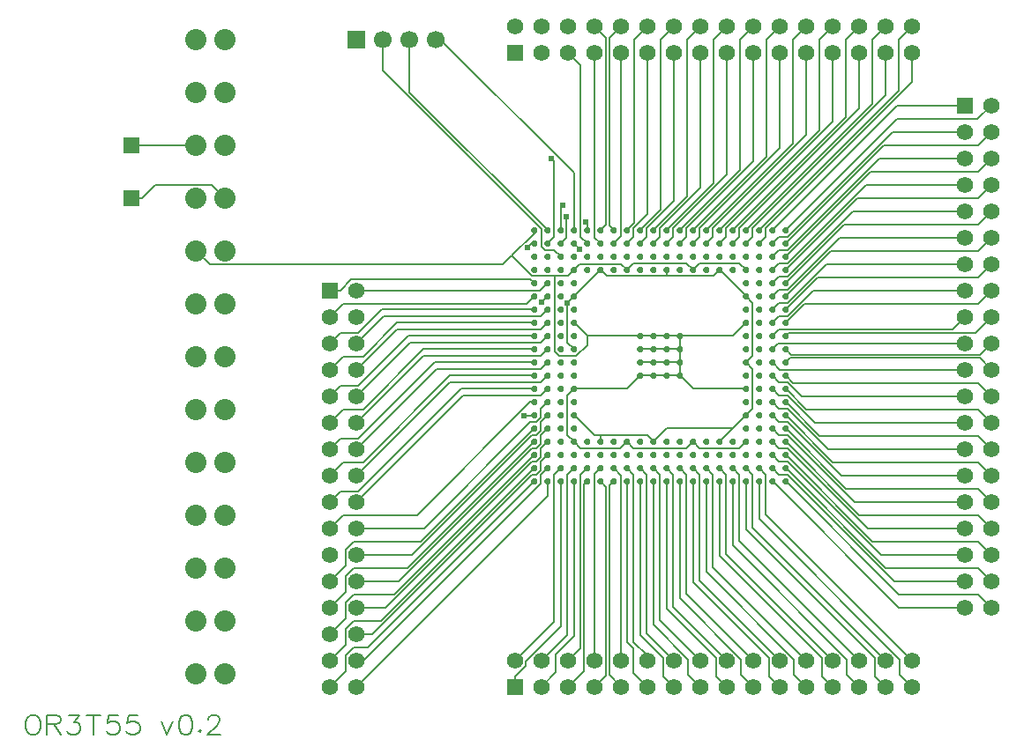
<source format=gtl>
G04 Layer: TopLayer*
G04 EasyEDA v5.9.42, Mon, 25 Mar 2019 10:54:48 GMT*
G04 db78ead42679477a8d63b60b64d7050d*
G04 Gerber Generator version 0.2*
G04 Scale: 100 percent, Rotated: No, Reflected: No *
G04 Dimensions in inches *
G04 leading zeros omitted , absolute positions ,2 integer and 4 decimal *
%FSLAX24Y24*%
%MOIN*%
G90*
G70D02*

%ADD11C,0.006000*%
%ADD12C,0.008000*%
%ADD13C,0.024000*%
%ADD14R,0.062000X0.062000*%
%ADD15R,0.066929X0.066929*%
%ADD16C,0.066929*%
%ADD17C,0.080000*%
%ADD18C,0.062000*%

%LPD*%
G54D11*
G01X21223Y19376D02*
G01X21435Y19586D01*
G01X21435Y20400D01*
G01X22223Y19876D02*
G01X22223Y20140D01*
G01X22186Y20177D01*
G01X16500Y27100D02*
G01X16665Y27100D01*
G01X21723Y22042D01*
G01X21723Y19876D01*
G01X13500Y7600D02*
G01X15621Y7600D01*
G01X20146Y12125D01*
G01X20302Y12125D01*
G01X20475Y12296D01*
G01X20475Y12626D01*
G01X20723Y12876D01*
G01X12500Y5600D02*
G01X13098Y6198D01*
G01X13098Y6794D01*
G01X13403Y7100D01*
G01X15448Y7100D01*
G01X20223Y11876D01*
G01X19376Y18917D02*
G01X20223Y19765D01*
G01X20223Y19876D01*
G01X7450Y19100D02*
G01X7977Y18573D01*
G01X19031Y18573D01*
G01X19376Y18917D01*
G01X19376Y18917D02*
G01X20128Y18163D01*
G01X21013Y18163D01*
G01X21723Y18376D02*
G01X21939Y18590D01*
G01X23509Y18590D01*
G01X23723Y18376D01*
G01X21013Y18163D02*
G01X21513Y18163D01*
G01X21723Y18376D01*
G01X22223Y15876D02*
G01X21723Y16376D01*
G01X24223Y15876D02*
G01X22223Y15876D01*
G01X21013Y18163D02*
G01X21013Y15280D01*
G01X21168Y15125D01*
G01X21821Y15125D01*
G01X22223Y15528D01*
G01X22223Y15876D01*
G01X21723Y13876D02*
G01X23723Y13876D01*
G01X24223Y14376D01*
G01X21723Y11876D02*
G01X21475Y12125D01*
G01X21475Y13626D01*
G01X21723Y13876D01*
G01X26223Y18376D02*
G01X25975Y18625D01*
G01X23973Y18625D01*
G01X23723Y18376D01*
G01X26223Y18376D02*
G01X26473Y18625D01*
G01X27975Y18625D01*
G01X28223Y18376D01*
G01X28223Y16376D02*
G01X27723Y15876D01*
G01X25723Y15876D01*
G01X24723Y15876D02*
G01X24223Y15876D01*
G01X25223Y15876D02*
G01X24723Y15876D01*
G01X25723Y15876D02*
G01X25223Y15876D01*
G01X25723Y15376D02*
G01X25723Y15876D01*
G01X25723Y15376D02*
G01X25223Y15376D01*
G01X24723Y15376D02*
G01X24223Y15376D01*
G01X25223Y15376D02*
G01X24723Y15376D01*
G01X25723Y14876D02*
G01X25723Y15376D01*
G01X25723Y14876D02*
G01X25223Y14876D01*
G01X24723Y14876D02*
G01X24223Y14876D01*
G01X25223Y14876D02*
G01X24723Y14876D01*
G01X25723Y14376D02*
G01X25723Y14876D01*
G01X25723Y14376D02*
G01X25223Y14376D01*
G01X24723Y14376D02*
G01X24223Y14376D01*
G01X25223Y14376D02*
G01X24723Y14376D01*
G01X28223Y13876D02*
G01X26223Y13876D01*
G01X25723Y14376D01*
G01X23723Y11876D02*
G01X23473Y11625D01*
G01X21975Y11625D01*
G01X21723Y11876D01*
G01X26223Y11876D02*
G01X25973Y11625D01*
G01X23975Y11625D01*
G01X23723Y11876D01*
G01X28223Y11876D02*
G01X27973Y11625D01*
G01X26475Y11625D01*
G01X26223Y11876D01*
G01X7450Y23100D02*
G01X5000Y23100D01*
G01X21723Y17376D02*
G01X21475Y17126D01*
G01X21475Y17126D02*
G01X21475Y15625D01*
G01X21723Y15376D01*
G01X20223Y19376D02*
G01X20132Y19376D01*
G01X19965Y19207D01*
G01X22723Y18376D02*
G01X21723Y17376D01*
G01X25223Y18142D02*
G01X22957Y18142D01*
G01X22723Y18376D01*
G01X28223Y14876D02*
G01X28475Y15126D01*
G01X28475Y17125D01*
G01X28223Y17376D01*
G01X27223Y18376D02*
G01X26990Y18142D01*
G01X25223Y18142D01*
G01X25223Y18142D02*
G01X25223Y18376D01*
G01X28223Y17376D02*
G01X27223Y18376D01*
G01X22723Y12109D02*
G01X22490Y12109D01*
G01X21723Y12876D01*
G01X28223Y12876D02*
G01X28475Y13126D01*
G01X28475Y14625D01*
G01X28223Y14876D01*
G01X27723Y12376D02*
G01X28223Y12876D01*
G01X27723Y12376D02*
G01X25223Y12376D01*
G01X24723Y11876D01*
G01X24723Y11876D02*
G01X24490Y12109D01*
G01X22723Y12109D01*
G01X27223Y11876D02*
G01X27723Y12376D01*
G01X22723Y12109D02*
G01X22723Y11876D01*
G01X5000Y21100D02*
G01X5401Y21100D01*
G01X8550Y21100D02*
G01X8050Y21600D01*
G01X5901Y21600D01*
G01X5401Y21100D01*
G01X21940Y19159D02*
G01X21723Y19376D01*
G01X12500Y8600D02*
G01X13000Y9100D01*
G01X15790Y9100D01*
G01X20065Y13376D01*
G01X20223Y13376D01*
G01X13500Y4600D02*
G01X14121Y4600D01*
G01X20146Y10625D01*
G01X20302Y10625D01*
G01X20475Y10796D01*
G01X20475Y11126D01*
G01X20723Y11376D01*
G01X13500Y17600D02*
G01X20448Y17600D01*
G01X20723Y17876D01*
G01X21223Y19876D02*
G01X21223Y20748D01*
G01X21307Y20830D01*
G01X22223Y19376D02*
G01X21973Y19626D01*
G01X21973Y26126D01*
G01X21500Y26600D01*
G01X15500Y27100D02*
G01X15500Y25100D01*
G01X20723Y19876D01*
G01X37500Y24600D02*
G01X36988Y24088D01*
G01X33936Y24088D01*
G01X29723Y19876D01*
G01X37500Y23600D02*
G01X37000Y23100D01*
G01X33448Y23100D01*
G01X29723Y19376D01*
G01X37500Y22600D02*
G01X37000Y22100D01*
G01X32948Y22100D01*
G01X29723Y18876D01*
G01X37500Y21600D02*
G01X37000Y21100D01*
G01X32448Y21100D01*
G01X29723Y18376D01*
G01X37500Y20600D02*
G01X37000Y20100D01*
G01X31948Y20100D01*
G01X29723Y17876D01*
G01X37500Y19600D02*
G01X37000Y19100D01*
G01X31448Y19100D01*
G01X29723Y17376D01*
G01X37500Y18600D02*
G01X37000Y18100D01*
G01X30948Y18100D01*
G01X29723Y16876D01*
G01X37500Y17600D02*
G01X37000Y17100D01*
G01X30448Y17100D01*
G01X29723Y16376D01*
G01X37500Y15600D02*
G01X37064Y15165D01*
G01X29935Y15165D01*
G01X29723Y15376D01*
G01X37500Y14600D02*
G01X37056Y15044D01*
G01X29893Y15044D01*
G01X29723Y14876D01*
G01X37500Y13600D02*
G01X37000Y14100D01*
G01X30000Y14100D01*
G01X29723Y14376D01*
G01X37500Y12600D02*
G01X37000Y13100D01*
G01X30500Y13100D01*
G01X29723Y13876D01*
G01X37500Y11600D02*
G01X37000Y12100D01*
G01X31000Y12100D01*
G01X29723Y13376D01*
G01X37500Y10600D02*
G01X37000Y11100D01*
G01X31500Y11100D01*
G01X29723Y12876D01*
G01X37500Y9600D02*
G01X37000Y10100D01*
G01X32000Y10100D01*
G01X29723Y12376D01*
G01X37500Y8600D02*
G01X37000Y9100D01*
G01X32500Y9100D01*
G01X29723Y11876D01*
G01X37500Y7600D02*
G01X37000Y8100D01*
G01X33000Y8100D01*
G01X29723Y11376D01*
G01X37500Y6600D02*
G01X37000Y7100D01*
G01X33500Y7100D01*
G01X29723Y10876D01*
G01X37500Y5600D02*
G01X37000Y6100D01*
G01X34000Y6100D01*
G01X29723Y10376D01*
G01X36500Y24600D02*
G01X33948Y24600D01*
G01X29223Y19876D01*
G01X36500Y23600D02*
G01X33777Y23600D01*
G01X29802Y19625D01*
G01X29473Y19625D01*
G01X29223Y19376D01*
G01X36500Y22600D02*
G01X33277Y22600D01*
G01X29802Y19125D01*
G01X29473Y19125D01*
G01X29223Y18876D01*
G01X36500Y21600D02*
G01X32777Y21600D01*
G01X29802Y18625D01*
G01X29473Y18625D01*
G01X29223Y18376D01*
G01X36500Y20600D02*
G01X32277Y20600D01*
G01X29802Y18125D01*
G01X29473Y18125D01*
G01X29223Y17876D01*
G01X36500Y19600D02*
G01X31777Y19600D01*
G01X29802Y17625D01*
G01X29473Y17625D01*
G01X29223Y17376D01*
G01X36500Y18600D02*
G01X31277Y18600D01*
G01X29802Y17125D01*
G01X29473Y17125D01*
G01X29223Y16876D01*
G01X36500Y17600D02*
G01X30777Y17600D01*
G01X29802Y16625D01*
G01X29473Y16625D01*
G01X29223Y16376D01*
G01X29223Y15876D02*
G01X29473Y16125D01*
G01X36026Y16125D01*
G01X36500Y16600D01*
G01X36500Y15600D02*
G01X29448Y15600D01*
G01X29223Y15376D01*
G01X36500Y14600D02*
G01X29500Y14600D01*
G01X29223Y14876D01*
G01X36500Y13600D02*
G01X30327Y13600D01*
G01X29802Y14125D01*
G01X29475Y14125D01*
G01X29223Y14376D01*
G01X36500Y12600D02*
G01X30827Y12600D01*
G01X29802Y13625D01*
G01X29475Y13625D01*
G01X29223Y13876D01*
G01X36500Y11600D02*
G01X31327Y11600D01*
G01X29802Y13125D01*
G01X29475Y13125D01*
G01X29223Y13376D01*
G01X36500Y10600D02*
G01X31827Y10600D01*
G01X29802Y12625D01*
G01X29475Y12625D01*
G01X29223Y12876D01*
G01X36500Y9600D02*
G01X32327Y9600D01*
G01X29802Y12125D01*
G01X29475Y12125D01*
G01X29223Y12376D01*
G01X36500Y8600D02*
G01X32827Y8600D01*
G01X29802Y11625D01*
G01X29475Y11625D01*
G01X29223Y11876D01*
G01X36500Y7600D02*
G01X33327Y7600D01*
G01X29802Y11125D01*
G01X29475Y11125D01*
G01X29223Y11376D01*
G01X36500Y6600D02*
G01X33827Y6600D01*
G01X29802Y10625D01*
G01X29475Y10625D01*
G01X29223Y10876D01*
G01X36500Y5600D02*
G01X34000Y5600D01*
G01X29223Y10376D01*
G01X19500Y3600D02*
G01X20960Y5059D01*
G01X20960Y10611D01*
G01X20960Y10611D01*
G01X21223Y10876D01*
G01X20500Y3600D02*
G01X21460Y4559D01*
G01X21460Y10611D01*
G01X21460Y10611D01*
G01X21723Y10876D01*
G01X21500Y3600D02*
G01X21960Y4059D01*
G01X21960Y10611D01*
G01X21960Y10611D01*
G01X22223Y10876D01*
G01X22500Y3600D02*
G01X22500Y10651D01*
G01X22723Y10876D01*
G01X23500Y3600D02*
G01X23500Y10600D01*
G01X23223Y10876D01*
G01X23723Y10876D02*
G01X23975Y10625D01*
G01X23975Y4296D01*
G01X24500Y3771D01*
G01X24500Y3600D01*
G01X24223Y10876D02*
G01X24475Y10625D01*
G01X24475Y4625D01*
G01X25500Y3600D01*
G01X24723Y10876D02*
G01X24975Y10625D01*
G01X24975Y5125D01*
G01X26500Y3600D01*
G01X25223Y10876D02*
G01X25475Y10625D01*
G01X25475Y5625D01*
G01X27500Y3600D01*
G01X25723Y10876D02*
G01X25975Y10625D01*
G01X25975Y6125D01*
G01X28500Y3600D01*
G01X26223Y10876D02*
G01X26475Y10625D01*
G01X26475Y6625D01*
G01X29500Y3600D01*
G01X26723Y10876D02*
G01X26975Y10625D01*
G01X26975Y7125D01*
G01X30500Y3600D01*
G01X27223Y10876D02*
G01X27475Y10625D01*
G01X27475Y7625D01*
G01X31500Y3600D01*
G01X27723Y10876D02*
G01X27975Y10625D01*
G01X27975Y8125D01*
G01X32500Y3600D01*
G01X28223Y10876D02*
G01X28475Y10625D01*
G01X28475Y8625D01*
G01X33500Y3600D01*
G01X28723Y10876D02*
G01X28975Y10625D01*
G01X28975Y9125D01*
G01X34500Y3600D01*
G01X19500Y2600D02*
G01X19500Y3001D01*
G01X19500Y3001D02*
G01X19901Y3401D01*
G01X19901Y3567D01*
G01X21223Y4892D01*
G01X21223Y10376D01*
G01X20500Y2600D02*
G01X21043Y3142D01*
G01X21043Y3823D01*
G01X21723Y4505D01*
G01X21723Y10376D01*
G01X21500Y2600D02*
G01X22096Y3196D01*
G01X22096Y10246D01*
G01X22223Y10376D01*
G01X22500Y2600D02*
G01X22935Y3034D01*
G01X22935Y10165D01*
G01X22723Y10376D01*
G01X23500Y2600D02*
G01X23056Y3044D01*
G01X23056Y10207D01*
G01X23223Y10376D01*
G01X24500Y2600D02*
G01X23975Y3125D01*
G01X23975Y4040D01*
G01X23723Y4290D01*
G01X23723Y10376D01*
G01X25500Y2600D02*
G01X25098Y3001D01*
G01X25098Y3682D01*
G01X24223Y4555D01*
G01X24223Y10376D01*
G01X26500Y2600D02*
G01X26043Y3057D01*
G01X26043Y3623D01*
G01X24723Y4942D01*
G01X24723Y10376D01*
G01X27500Y2600D02*
G01X27098Y3001D01*
G01X27098Y3682D01*
G01X25223Y5555D01*
G01X25223Y10376D01*
G01X28500Y2600D02*
G01X28043Y3057D01*
G01X28043Y3623D01*
G01X25723Y5942D01*
G01X25723Y10376D01*
G01X29500Y2600D02*
G01X29098Y3001D01*
G01X29098Y3682D01*
G01X26223Y6555D01*
G01X26223Y10376D01*
G01X30500Y2600D02*
G01X30043Y3057D01*
G01X30043Y3623D01*
G01X26723Y6942D01*
G01X26723Y10376D01*
G01X31500Y2600D02*
G01X31098Y3001D01*
G01X31098Y3682D01*
G01X27223Y7555D01*
G01X27223Y10376D01*
G01X32500Y2600D02*
G01X32043Y3057D01*
G01X32043Y3623D01*
G01X27723Y7942D01*
G01X27723Y10376D01*
G01X33500Y2600D02*
G01X33098Y3001D01*
G01X33098Y3682D01*
G01X28223Y8555D01*
G01X28223Y10376D01*
G01X34500Y2600D02*
G01X34043Y3057D01*
G01X34043Y3623D01*
G01X28723Y8942D01*
G01X28723Y10376D01*
G01X22500Y27600D02*
G01X22935Y27165D01*
G01X22935Y20086D01*
G01X22723Y19876D01*
G01X23500Y27600D02*
G01X23056Y27155D01*
G01X23056Y20044D01*
G01X23223Y19876D01*
G01X24500Y27600D02*
G01X24000Y27100D01*
G01X24000Y20151D01*
G01X23723Y19876D01*
G01X25500Y27600D02*
G01X25000Y27100D01*
G01X25000Y20651D01*
G01X24223Y19876D01*
G01X26500Y27600D02*
G01X26000Y27100D01*
G01X26000Y21151D01*
G01X24723Y19876D01*
G01X27500Y27600D02*
G01X27000Y27100D01*
G01X27000Y21651D01*
G01X25223Y19876D01*
G01X28500Y27600D02*
G01X28000Y27100D01*
G01X28000Y22151D01*
G01X25723Y19876D01*
G01X29500Y27600D02*
G01X29000Y27100D01*
G01X29000Y22651D01*
G01X26223Y19876D01*
G01X30500Y27600D02*
G01X30000Y27100D01*
G01X30000Y23151D01*
G01X26723Y19876D01*
G01X31500Y27600D02*
G01X31000Y27100D01*
G01X31000Y23651D01*
G01X27223Y19876D01*
G01X32500Y27600D02*
G01X32000Y27100D01*
G01X32000Y24151D01*
G01X27723Y19876D01*
G01X33500Y27600D02*
G01X33000Y27100D01*
G01X33000Y24651D01*
G01X28223Y19876D01*
G01X34500Y27600D02*
G01X34000Y27100D01*
G01X34000Y25151D01*
G01X28723Y19876D01*
G01X22500Y26600D02*
G01X22500Y19600D01*
G01X22723Y19376D01*
G01X23500Y26600D02*
G01X23500Y19651D01*
G01X23223Y19376D01*
G01X24500Y26600D02*
G01X24500Y20478D01*
G01X23975Y19953D01*
G01X23975Y19626D01*
G01X23723Y19376D01*
G01X25500Y26600D02*
G01X25500Y20978D01*
G01X24475Y19953D01*
G01X24475Y19626D01*
G01X24223Y19376D01*
G01X26500Y26600D02*
G01X26500Y21478D01*
G01X24975Y19953D01*
G01X24975Y19626D01*
G01X24723Y19376D01*
G01X27500Y26600D02*
G01X27500Y21978D01*
G01X25475Y19953D01*
G01X25475Y19626D01*
G01X25223Y19376D01*
G01X28500Y26600D02*
G01X28500Y22478D01*
G01X25975Y19953D01*
G01X25975Y19626D01*
G01X25723Y19376D01*
G01X29500Y26600D02*
G01X29500Y22978D01*
G01X26475Y19953D01*
G01X26475Y19626D01*
G01X26223Y19376D01*
G01X30500Y26600D02*
G01X30500Y23478D01*
G01X26975Y19953D01*
G01X26975Y19626D01*
G01X26723Y19376D01*
G01X31500Y26600D02*
G01X31500Y23978D01*
G01X27475Y19953D01*
G01X27475Y19626D01*
G01X27223Y19376D01*
G01X32500Y26600D02*
G01X32500Y24478D01*
G01X27975Y19953D01*
G01X27975Y19626D01*
G01X27723Y19376D01*
G01X33500Y26600D02*
G01X33500Y24978D01*
G01X28475Y19953D01*
G01X28475Y19626D01*
G01X28223Y19376D01*
G01X34500Y26600D02*
G01X34500Y25478D01*
G01X28975Y19953D01*
G01X28975Y19626D01*
G01X28723Y19376D01*
G01X12500Y17600D02*
G01X12901Y17600D01*
G01X12901Y17600D02*
G01X13321Y18019D01*
G01X20080Y18019D01*
G01X20223Y17876D01*
G01X20223Y17376D02*
G01X19948Y17100D01*
G01X13000Y17100D01*
G01X12500Y16600D01*
G01X20506Y17157D02*
G01X20723Y17375D01*
G01X20723Y17376D01*
G01X12500Y15600D02*
G01X12901Y16001D01*
G01X13581Y16001D01*
G01X14456Y16876D01*
G01X20223Y16876D01*
G01X20723Y16876D02*
G01X20473Y16625D01*
G01X14526Y16625D01*
G01X13500Y15600D01*
G01X20223Y16376D02*
G01X15034Y16376D01*
G01X13759Y15100D01*
G01X13000Y15100D01*
G01X12500Y14600D01*
G01X20723Y16376D02*
G01X20473Y16125D01*
G01X15026Y16125D01*
G01X13500Y14600D01*
G01X12500Y13600D02*
G01X12901Y14001D01*
G01X13581Y14001D01*
G01X15456Y15876D01*
G01X20223Y15876D01*
G01X20723Y15876D02*
G01X20473Y15625D01*
G01X15526Y15625D01*
G01X13500Y13600D01*
G01X20223Y15376D02*
G01X16034Y15376D01*
G01X13759Y13100D01*
G01X13000Y13100D01*
G01X12500Y12600D01*
G01X20723Y15376D02*
G01X20473Y15125D01*
G01X16026Y15125D01*
G01X13500Y12600D01*
G01X12500Y11600D02*
G01X12901Y12001D01*
G01X13581Y12001D01*
G01X16456Y14876D01*
G01X20223Y14876D01*
G01X20723Y14876D02*
G01X20473Y14625D01*
G01X16526Y14625D01*
G01X13500Y11600D01*
G01X20223Y14376D02*
G01X17034Y14376D01*
G01X13759Y11100D01*
G01X13000Y11100D01*
G01X12500Y10600D01*
G01X20723Y14376D02*
G01X20473Y14125D01*
G01X17026Y14125D01*
G01X13500Y10600D01*
G01X12500Y9600D02*
G01X12901Y10001D01*
G01X13581Y10001D01*
G01X17456Y13876D01*
G01X20223Y13876D01*
G01X20723Y13876D02*
G01X20473Y13625D01*
G01X17526Y13625D01*
G01X13500Y9600D01*
G01X13500Y8600D02*
G01X16060Y8600D01*
G01X20085Y12625D01*
G01X20302Y12625D01*
G01X20475Y12796D01*
G01X20475Y13126D01*
G01X20723Y13376D01*
G01X19855Y12865D02*
G01X20214Y12865D01*
G01X20223Y12876D01*
G01X12500Y6600D02*
G01X13098Y7198D01*
G01X13098Y7794D01*
G01X13403Y8100D01*
G01X15948Y8100D01*
G01X20223Y12376D01*
G01X13500Y6600D02*
G01X15121Y6600D01*
G01X20146Y11625D01*
G01X20302Y11625D01*
G01X20475Y11796D01*
G01X20475Y12126D01*
G01X20723Y12376D01*
G01X13500Y5600D02*
G01X14621Y5600D01*
G01X20146Y11125D01*
G01X20302Y11125D01*
G01X20475Y11296D01*
G01X20475Y11626D01*
G01X20723Y11876D01*
G01X12500Y4600D02*
G01X13098Y5198D01*
G01X13098Y5794D01*
G01X13403Y6100D01*
G01X14948Y6100D01*
G01X20223Y11376D01*
G01X12500Y3600D02*
G01X13098Y4198D01*
G01X13098Y4794D01*
G01X13403Y5100D01*
G01X14448Y5100D01*
G01X20223Y10876D01*
G01X13500Y3600D02*
G01X13771Y3600D01*
G01X20475Y10303D01*
G01X20475Y10626D01*
G01X20723Y10876D01*
G01X12500Y2600D02*
G01X13098Y3198D01*
G01X13098Y3794D01*
G01X13403Y4100D01*
G01X13948Y4100D01*
G01X20223Y10376D01*
G01X13500Y2600D02*
G01X20723Y9823D01*
G01X20723Y10376D01*
G01X37500Y16600D02*
G01X36904Y16003D01*
G01X29852Y16003D01*
G01X29723Y15876D01*
G01X20723Y19376D02*
G01X20975Y19626D01*
G01X20975Y22492D01*
G01X20865Y22602D01*
G01X14500Y27100D02*
G01X14500Y25928D01*
G01X20513Y19915D01*
G01X20513Y19250D01*
G01X20636Y19125D01*
G01X20975Y19125D01*
G01X21223Y18876D01*
G54D12*
G01X1217Y1536D02*
G01X1144Y1500D01*
G01X1073Y1426D01*
G01X1036Y1355D01*
G01X1000Y1244D01*
G01X1000Y1063D01*
G01X1036Y955D01*
G01X1073Y882D01*
G01X1144Y809D01*
G01X1217Y773D01*
G01X1363Y773D01*
G01X1436Y809D01*
G01X1509Y882D01*
G01X1544Y955D01*
G01X1582Y1063D01*
G01X1582Y1244D01*
G01X1544Y1355D01*
G01X1509Y1426D01*
G01X1436Y1500D01*
G01X1363Y1536D01*
G01X1217Y1536D01*
G01X1821Y1536D02*
G01X1821Y773D01*
G01X1821Y1536D02*
G01X2148Y1536D01*
G01X2257Y1500D01*
G01X2294Y1463D01*
G01X2330Y1390D01*
G01X2330Y1317D01*
G01X2294Y1244D01*
G01X2257Y1209D01*
G01X2148Y1173D01*
G01X1821Y1173D01*
G01X2076Y1173D02*
G01X2330Y773D01*
G01X2644Y1536D02*
G01X3044Y1536D01*
G01X2825Y1244D01*
G01X2934Y1244D01*
G01X3007Y1209D01*
G01X3044Y1173D01*
G01X3080Y1063D01*
G01X3080Y990D01*
G01X3044Y882D01*
G01X2971Y809D01*
G01X2861Y773D01*
G01X2753Y773D01*
G01X2644Y809D01*
G01X2607Y844D01*
G01X2571Y917D01*
G01X3575Y1536D02*
G01X3575Y773D01*
G01X3319Y1536D02*
G01X3828Y1536D01*
G01X4505Y1536D02*
G01X4142Y1536D01*
G01X4105Y1209D01*
G01X4142Y1244D01*
G01X4251Y1282D01*
G01X4359Y1282D01*
G01X4469Y1244D01*
G01X4542Y1173D01*
G01X4578Y1063D01*
G01X4578Y990D01*
G01X4542Y882D01*
G01X4469Y809D01*
G01X4359Y773D01*
G01X4251Y773D01*
G01X4142Y809D01*
G01X4105Y844D01*
G01X4069Y917D01*
G01X5255Y1536D02*
G01X4890Y1536D01*
G01X4855Y1209D01*
G01X4890Y1244D01*
G01X5000Y1282D01*
G01X5109Y1282D01*
G01X5218Y1244D01*
G01X5290Y1173D01*
G01X5327Y1063D01*
G01X5327Y990D01*
G01X5290Y882D01*
G01X5218Y809D01*
G01X5109Y773D01*
G01X5000Y773D01*
G01X4890Y809D01*
G01X4855Y844D01*
G01X4818Y917D01*
G01X6127Y1282D02*
G01X6344Y773D01*
G01X6564Y1282D02*
G01X6344Y773D01*
G01X7022Y1536D02*
G01X6913Y1500D01*
G01X6839Y1390D01*
G01X6803Y1209D01*
G01X6803Y1100D01*
G01X6839Y917D01*
G01X6913Y809D01*
G01X7022Y773D01*
G01X7094Y773D01*
G01X7203Y809D01*
G01X7276Y917D01*
G01X7313Y1100D01*
G01X7313Y1209D01*
G01X7276Y1390D01*
G01X7203Y1500D01*
G01X7094Y1536D01*
G01X7022Y1536D01*
G01X7589Y955D02*
G01X7552Y917D01*
G01X7589Y882D01*
G01X7625Y917D01*
G01X7589Y955D01*
G01X7902Y1355D02*
G01X7902Y1390D01*
G01X7938Y1463D01*
G01X7975Y1500D01*
G01X8047Y1536D01*
G01X8193Y1536D01*
G01X8264Y1500D01*
G01X8302Y1463D01*
G01X8338Y1390D01*
G01X8338Y1317D01*
G01X8302Y1244D01*
G01X8228Y1136D01*
G01X7864Y773D01*
G01X8375Y773D01*
G36*
G01X20103Y19876D02*
G01X20105Y19890D01*
G01X20106Y19903D01*
G01X20111Y19917D01*
G01X20118Y19932D01*
G01X20125Y19944D01*
G01X20134Y19955D01*
G01X20144Y19965D01*
G01X20156Y19975D01*
G01X20168Y19982D01*
G01X20181Y19988D01*
G01X20196Y19992D01*
G01X20210Y19994D01*
G01X20223Y19996D01*
G01X20223Y19996D01*
G01X20239Y19994D01*
G01X20252Y19992D01*
G01X20267Y19988D01*
G01X20280Y19982D01*
G01X20293Y19975D01*
G01X20303Y19965D01*
G01X20314Y19955D01*
G01X20323Y19944D01*
G01X20331Y19932D01*
G01X20336Y19917D01*
G01X20340Y19903D01*
G01X20343Y19890D01*
G01X20344Y19876D01*
G01X20344Y19876D01*
G01X20343Y19861D01*
G01X20340Y19846D01*
G01X20336Y19832D01*
G01X20331Y19819D01*
G01X20323Y19807D01*
G01X20314Y19796D01*
G01X20303Y19784D01*
G01X20293Y19776D01*
G01X20280Y19769D01*
G01X20267Y19763D01*
G01X20252Y19759D01*
G01X20239Y19755D01*
G01X20223Y19755D01*
G01X20223Y19755D01*
G01X20210Y19755D01*
G01X20196Y19759D01*
G01X20181Y19763D01*
G01X20168Y19769D01*
G01X20156Y19776D01*
G01X20144Y19784D01*
G01X20134Y19796D01*
G01X20125Y19807D01*
G01X20118Y19819D01*
G01X20111Y19832D01*
G01X20106Y19846D01*
G01X20105Y19861D01*
G01X20103Y19876D01*
G01X20103Y19876D01*
G37*
G36*
G01X20603Y19876D02*
G01X20605Y19890D01*
G01X20606Y19903D01*
G01X20611Y19917D01*
G01X20618Y19932D01*
G01X20625Y19944D01*
G01X20634Y19955D01*
G01X20644Y19965D01*
G01X20656Y19975D01*
G01X20668Y19982D01*
G01X20681Y19988D01*
G01X20696Y19992D01*
G01X20710Y19994D01*
G01X20723Y19996D01*
G01X20723Y19996D01*
G01X20739Y19994D01*
G01X20752Y19992D01*
G01X20767Y19988D01*
G01X20780Y19982D01*
G01X20793Y19975D01*
G01X20803Y19965D01*
G01X20814Y19955D01*
G01X20823Y19944D01*
G01X20831Y19932D01*
G01X20836Y19917D01*
G01X20840Y19903D01*
G01X20843Y19890D01*
G01X20844Y19876D01*
G01X20844Y19876D01*
G01X20843Y19861D01*
G01X20840Y19846D01*
G01X20836Y19832D01*
G01X20831Y19819D01*
G01X20823Y19807D01*
G01X20814Y19796D01*
G01X20803Y19784D01*
G01X20793Y19776D01*
G01X20780Y19769D01*
G01X20767Y19763D01*
G01X20752Y19759D01*
G01X20739Y19755D01*
G01X20723Y19755D01*
G01X20723Y19755D01*
G01X20710Y19755D01*
G01X20696Y19759D01*
G01X20681Y19763D01*
G01X20668Y19769D01*
G01X20656Y19776D01*
G01X20644Y19784D01*
G01X20634Y19796D01*
G01X20625Y19807D01*
G01X20618Y19819D01*
G01X20611Y19832D01*
G01X20606Y19846D01*
G01X20605Y19861D01*
G01X20603Y19876D01*
G01X20603Y19876D01*
G37*
G36*
G01X21103Y19876D02*
G01X21105Y19890D01*
G01X21106Y19903D01*
G01X21111Y19917D01*
G01X21118Y19932D01*
G01X21125Y19944D01*
G01X21134Y19955D01*
G01X21144Y19965D01*
G01X21156Y19975D01*
G01X21168Y19982D01*
G01X21181Y19988D01*
G01X21196Y19992D01*
G01X21210Y19994D01*
G01X21223Y19996D01*
G01X21223Y19996D01*
G01X21239Y19994D01*
G01X21252Y19992D01*
G01X21267Y19988D01*
G01X21280Y19982D01*
G01X21293Y19975D01*
G01X21303Y19965D01*
G01X21314Y19955D01*
G01X21323Y19944D01*
G01X21331Y19932D01*
G01X21336Y19917D01*
G01X21340Y19903D01*
G01X21343Y19890D01*
G01X21344Y19876D01*
G01X21344Y19876D01*
G01X21343Y19861D01*
G01X21340Y19846D01*
G01X21336Y19832D01*
G01X21331Y19819D01*
G01X21323Y19807D01*
G01X21314Y19796D01*
G01X21303Y19784D01*
G01X21293Y19776D01*
G01X21280Y19769D01*
G01X21267Y19763D01*
G01X21252Y19759D01*
G01X21239Y19755D01*
G01X21223Y19755D01*
G01X21223Y19755D01*
G01X21210Y19755D01*
G01X21196Y19759D01*
G01X21181Y19763D01*
G01X21168Y19769D01*
G01X21156Y19776D01*
G01X21144Y19784D01*
G01X21134Y19796D01*
G01X21125Y19807D01*
G01X21118Y19819D01*
G01X21111Y19832D01*
G01X21106Y19846D01*
G01X21105Y19861D01*
G01X21103Y19876D01*
G01X21103Y19876D01*
G37*
G36*
G01X21603Y19876D02*
G01X21605Y19890D01*
G01X21606Y19903D01*
G01X21611Y19917D01*
G01X21618Y19932D01*
G01X21625Y19944D01*
G01X21634Y19955D01*
G01X21644Y19965D01*
G01X21656Y19975D01*
G01X21668Y19982D01*
G01X21681Y19988D01*
G01X21696Y19992D01*
G01X21710Y19994D01*
G01X21723Y19996D01*
G01X21723Y19996D01*
G01X21739Y19994D01*
G01X21752Y19992D01*
G01X21767Y19988D01*
G01X21780Y19982D01*
G01X21793Y19975D01*
G01X21803Y19965D01*
G01X21814Y19955D01*
G01X21823Y19944D01*
G01X21831Y19932D01*
G01X21836Y19917D01*
G01X21840Y19903D01*
G01X21843Y19890D01*
G01X21844Y19876D01*
G01X21844Y19876D01*
G01X21843Y19861D01*
G01X21840Y19846D01*
G01X21836Y19832D01*
G01X21831Y19819D01*
G01X21823Y19807D01*
G01X21814Y19796D01*
G01X21803Y19784D01*
G01X21793Y19776D01*
G01X21780Y19769D01*
G01X21767Y19763D01*
G01X21752Y19759D01*
G01X21739Y19755D01*
G01X21723Y19755D01*
G01X21723Y19755D01*
G01X21710Y19755D01*
G01X21696Y19759D01*
G01X21681Y19763D01*
G01X21668Y19769D01*
G01X21656Y19776D01*
G01X21644Y19784D01*
G01X21634Y19796D01*
G01X21625Y19807D01*
G01X21618Y19819D01*
G01X21611Y19832D01*
G01X21606Y19846D01*
G01X21605Y19861D01*
G01X21603Y19876D01*
G01X21603Y19876D01*
G37*
G36*
G01X22103Y19876D02*
G01X22105Y19890D01*
G01X22106Y19903D01*
G01X22111Y19917D01*
G01X22118Y19932D01*
G01X22125Y19944D01*
G01X22134Y19955D01*
G01X22144Y19965D01*
G01X22156Y19975D01*
G01X22168Y19982D01*
G01X22181Y19988D01*
G01X22196Y19992D01*
G01X22210Y19994D01*
G01X22223Y19996D01*
G01X22223Y19996D01*
G01X22239Y19994D01*
G01X22252Y19992D01*
G01X22267Y19988D01*
G01X22280Y19982D01*
G01X22293Y19975D01*
G01X22303Y19965D01*
G01X22314Y19955D01*
G01X22323Y19944D01*
G01X22331Y19932D01*
G01X22336Y19917D01*
G01X22340Y19903D01*
G01X22343Y19890D01*
G01X22344Y19876D01*
G01X22344Y19876D01*
G01X22343Y19861D01*
G01X22340Y19846D01*
G01X22336Y19832D01*
G01X22331Y19819D01*
G01X22323Y19807D01*
G01X22314Y19796D01*
G01X22303Y19784D01*
G01X22293Y19776D01*
G01X22280Y19769D01*
G01X22267Y19763D01*
G01X22252Y19759D01*
G01X22239Y19755D01*
G01X22223Y19755D01*
G01X22223Y19755D01*
G01X22210Y19755D01*
G01X22196Y19759D01*
G01X22181Y19763D01*
G01X22168Y19769D01*
G01X22156Y19776D01*
G01X22144Y19784D01*
G01X22134Y19796D01*
G01X22125Y19807D01*
G01X22118Y19819D01*
G01X22111Y19832D01*
G01X22106Y19846D01*
G01X22105Y19861D01*
G01X22103Y19876D01*
G01X22103Y19876D01*
G37*
G36*
G01X22603Y19876D02*
G01X22605Y19890D01*
G01X22606Y19903D01*
G01X22611Y19917D01*
G01X22618Y19932D01*
G01X22625Y19944D01*
G01X22634Y19955D01*
G01X22644Y19965D01*
G01X22656Y19975D01*
G01X22668Y19982D01*
G01X22681Y19988D01*
G01X22696Y19992D01*
G01X22710Y19994D01*
G01X22723Y19996D01*
G01X22723Y19996D01*
G01X22739Y19994D01*
G01X22752Y19992D01*
G01X22767Y19988D01*
G01X22780Y19982D01*
G01X22793Y19975D01*
G01X22803Y19965D01*
G01X22814Y19955D01*
G01X22823Y19944D01*
G01X22831Y19932D01*
G01X22836Y19917D01*
G01X22840Y19903D01*
G01X22843Y19890D01*
G01X22844Y19876D01*
G01X22844Y19876D01*
G01X22843Y19861D01*
G01X22840Y19846D01*
G01X22836Y19832D01*
G01X22831Y19819D01*
G01X22823Y19807D01*
G01X22814Y19796D01*
G01X22803Y19784D01*
G01X22793Y19776D01*
G01X22780Y19769D01*
G01X22767Y19763D01*
G01X22752Y19759D01*
G01X22739Y19755D01*
G01X22723Y19755D01*
G01X22723Y19755D01*
G01X22710Y19755D01*
G01X22696Y19759D01*
G01X22681Y19763D01*
G01X22668Y19769D01*
G01X22656Y19776D01*
G01X22644Y19784D01*
G01X22634Y19796D01*
G01X22625Y19807D01*
G01X22618Y19819D01*
G01X22611Y19832D01*
G01X22606Y19846D01*
G01X22605Y19861D01*
G01X22603Y19876D01*
G01X22603Y19876D01*
G37*
G36*
G01X23103Y19876D02*
G01X23105Y19890D01*
G01X23106Y19903D01*
G01X23111Y19917D01*
G01X23118Y19932D01*
G01X23125Y19944D01*
G01X23134Y19955D01*
G01X23144Y19965D01*
G01X23156Y19975D01*
G01X23168Y19982D01*
G01X23181Y19988D01*
G01X23196Y19992D01*
G01X23210Y19994D01*
G01X23223Y19996D01*
G01X23223Y19996D01*
G01X23239Y19994D01*
G01X23252Y19992D01*
G01X23267Y19988D01*
G01X23280Y19982D01*
G01X23293Y19975D01*
G01X23303Y19965D01*
G01X23314Y19955D01*
G01X23323Y19944D01*
G01X23331Y19932D01*
G01X23336Y19917D01*
G01X23340Y19903D01*
G01X23343Y19890D01*
G01X23344Y19876D01*
G01X23344Y19876D01*
G01X23343Y19861D01*
G01X23340Y19846D01*
G01X23336Y19832D01*
G01X23331Y19819D01*
G01X23323Y19807D01*
G01X23314Y19796D01*
G01X23303Y19784D01*
G01X23293Y19776D01*
G01X23280Y19769D01*
G01X23267Y19763D01*
G01X23252Y19759D01*
G01X23239Y19755D01*
G01X23223Y19755D01*
G01X23223Y19755D01*
G01X23210Y19755D01*
G01X23196Y19759D01*
G01X23181Y19763D01*
G01X23168Y19769D01*
G01X23156Y19776D01*
G01X23144Y19784D01*
G01X23134Y19796D01*
G01X23125Y19807D01*
G01X23118Y19819D01*
G01X23111Y19832D01*
G01X23106Y19846D01*
G01X23105Y19861D01*
G01X23103Y19876D01*
G01X23103Y19876D01*
G37*
G36*
G01X23603Y19876D02*
G01X23605Y19890D01*
G01X23606Y19903D01*
G01X23611Y19917D01*
G01X23618Y19932D01*
G01X23625Y19944D01*
G01X23634Y19955D01*
G01X23644Y19965D01*
G01X23656Y19975D01*
G01X23668Y19982D01*
G01X23681Y19988D01*
G01X23696Y19992D01*
G01X23710Y19994D01*
G01X23723Y19996D01*
G01X23723Y19996D01*
G01X23739Y19994D01*
G01X23752Y19992D01*
G01X23767Y19988D01*
G01X23780Y19982D01*
G01X23793Y19975D01*
G01X23803Y19965D01*
G01X23814Y19955D01*
G01X23823Y19944D01*
G01X23831Y19932D01*
G01X23836Y19917D01*
G01X23840Y19903D01*
G01X23843Y19890D01*
G01X23844Y19876D01*
G01X23844Y19876D01*
G01X23843Y19861D01*
G01X23840Y19846D01*
G01X23836Y19832D01*
G01X23831Y19819D01*
G01X23823Y19807D01*
G01X23814Y19796D01*
G01X23803Y19784D01*
G01X23793Y19776D01*
G01X23780Y19769D01*
G01X23767Y19763D01*
G01X23752Y19759D01*
G01X23739Y19755D01*
G01X23723Y19755D01*
G01X23723Y19755D01*
G01X23710Y19755D01*
G01X23696Y19759D01*
G01X23681Y19763D01*
G01X23668Y19769D01*
G01X23656Y19776D01*
G01X23644Y19784D01*
G01X23634Y19796D01*
G01X23625Y19807D01*
G01X23618Y19819D01*
G01X23611Y19832D01*
G01X23606Y19846D01*
G01X23605Y19861D01*
G01X23603Y19876D01*
G01X23603Y19876D01*
G37*
G36*
G01X24103Y19876D02*
G01X24105Y19890D01*
G01X24106Y19903D01*
G01X24111Y19917D01*
G01X24118Y19932D01*
G01X24125Y19944D01*
G01X24134Y19955D01*
G01X24144Y19965D01*
G01X24156Y19975D01*
G01X24168Y19982D01*
G01X24181Y19988D01*
G01X24196Y19992D01*
G01X24210Y19994D01*
G01X24223Y19996D01*
G01X24223Y19996D01*
G01X24239Y19994D01*
G01X24252Y19992D01*
G01X24267Y19988D01*
G01X24280Y19982D01*
G01X24293Y19975D01*
G01X24303Y19965D01*
G01X24314Y19955D01*
G01X24323Y19944D01*
G01X24331Y19932D01*
G01X24336Y19917D01*
G01X24340Y19903D01*
G01X24343Y19890D01*
G01X24344Y19876D01*
G01X24344Y19876D01*
G01X24343Y19861D01*
G01X24340Y19846D01*
G01X24336Y19832D01*
G01X24331Y19819D01*
G01X24323Y19807D01*
G01X24314Y19796D01*
G01X24303Y19784D01*
G01X24293Y19776D01*
G01X24280Y19769D01*
G01X24267Y19763D01*
G01X24252Y19759D01*
G01X24239Y19755D01*
G01X24223Y19755D01*
G01X24223Y19755D01*
G01X24210Y19755D01*
G01X24196Y19759D01*
G01X24181Y19763D01*
G01X24168Y19769D01*
G01X24156Y19776D01*
G01X24144Y19784D01*
G01X24134Y19796D01*
G01X24125Y19807D01*
G01X24118Y19819D01*
G01X24111Y19832D01*
G01X24106Y19846D01*
G01X24105Y19861D01*
G01X24103Y19876D01*
G01X24103Y19876D01*
G37*
G36*
G01X24603Y19876D02*
G01X24605Y19890D01*
G01X24606Y19903D01*
G01X24611Y19917D01*
G01X24618Y19932D01*
G01X24625Y19944D01*
G01X24634Y19955D01*
G01X24644Y19965D01*
G01X24656Y19975D01*
G01X24668Y19982D01*
G01X24681Y19988D01*
G01X24696Y19992D01*
G01X24710Y19994D01*
G01X24723Y19996D01*
G01X24723Y19996D01*
G01X24739Y19994D01*
G01X24752Y19992D01*
G01X24767Y19988D01*
G01X24780Y19982D01*
G01X24793Y19975D01*
G01X24803Y19965D01*
G01X24814Y19955D01*
G01X24823Y19944D01*
G01X24831Y19932D01*
G01X24836Y19917D01*
G01X24840Y19903D01*
G01X24843Y19890D01*
G01X24844Y19876D01*
G01X24844Y19876D01*
G01X24843Y19861D01*
G01X24840Y19846D01*
G01X24836Y19832D01*
G01X24831Y19819D01*
G01X24823Y19807D01*
G01X24814Y19796D01*
G01X24803Y19784D01*
G01X24793Y19776D01*
G01X24780Y19769D01*
G01X24767Y19763D01*
G01X24752Y19759D01*
G01X24739Y19755D01*
G01X24723Y19755D01*
G01X24723Y19755D01*
G01X24710Y19755D01*
G01X24696Y19759D01*
G01X24681Y19763D01*
G01X24668Y19769D01*
G01X24656Y19776D01*
G01X24644Y19784D01*
G01X24634Y19796D01*
G01X24625Y19807D01*
G01X24618Y19819D01*
G01X24611Y19832D01*
G01X24606Y19846D01*
G01X24605Y19861D01*
G01X24603Y19876D01*
G01X24603Y19876D01*
G37*
G36*
G01X25103Y19876D02*
G01X25105Y19890D01*
G01X25106Y19903D01*
G01X25111Y19917D01*
G01X25118Y19932D01*
G01X25125Y19944D01*
G01X25134Y19955D01*
G01X25144Y19965D01*
G01X25156Y19975D01*
G01X25168Y19982D01*
G01X25181Y19988D01*
G01X25196Y19992D01*
G01X25210Y19994D01*
G01X25223Y19996D01*
G01X25223Y19996D01*
G01X25239Y19994D01*
G01X25252Y19992D01*
G01X25267Y19988D01*
G01X25280Y19982D01*
G01X25293Y19975D01*
G01X25303Y19965D01*
G01X25314Y19955D01*
G01X25323Y19944D01*
G01X25331Y19932D01*
G01X25336Y19917D01*
G01X25340Y19903D01*
G01X25343Y19890D01*
G01X25344Y19876D01*
G01X25344Y19876D01*
G01X25343Y19861D01*
G01X25340Y19846D01*
G01X25336Y19832D01*
G01X25331Y19819D01*
G01X25323Y19807D01*
G01X25314Y19796D01*
G01X25303Y19784D01*
G01X25293Y19776D01*
G01X25280Y19769D01*
G01X25267Y19763D01*
G01X25252Y19759D01*
G01X25239Y19755D01*
G01X25223Y19755D01*
G01X25223Y19755D01*
G01X25210Y19755D01*
G01X25196Y19759D01*
G01X25181Y19763D01*
G01X25168Y19769D01*
G01X25156Y19776D01*
G01X25144Y19784D01*
G01X25134Y19796D01*
G01X25125Y19807D01*
G01X25118Y19819D01*
G01X25111Y19832D01*
G01X25106Y19846D01*
G01X25105Y19861D01*
G01X25103Y19876D01*
G01X25103Y19876D01*
G37*
G36*
G01X25603Y19876D02*
G01X25605Y19890D01*
G01X25606Y19903D01*
G01X25611Y19917D01*
G01X25618Y19932D01*
G01X25625Y19944D01*
G01X25634Y19955D01*
G01X25644Y19965D01*
G01X25656Y19975D01*
G01X25668Y19982D01*
G01X25681Y19988D01*
G01X25696Y19992D01*
G01X25710Y19994D01*
G01X25723Y19996D01*
G01X25723Y19996D01*
G01X25739Y19994D01*
G01X25752Y19992D01*
G01X25767Y19988D01*
G01X25780Y19982D01*
G01X25793Y19975D01*
G01X25803Y19965D01*
G01X25814Y19955D01*
G01X25823Y19944D01*
G01X25831Y19932D01*
G01X25836Y19917D01*
G01X25840Y19903D01*
G01X25843Y19890D01*
G01X25844Y19876D01*
G01X25844Y19876D01*
G01X25843Y19861D01*
G01X25840Y19846D01*
G01X25836Y19832D01*
G01X25831Y19819D01*
G01X25823Y19807D01*
G01X25814Y19796D01*
G01X25803Y19784D01*
G01X25793Y19776D01*
G01X25780Y19769D01*
G01X25767Y19763D01*
G01X25752Y19759D01*
G01X25739Y19755D01*
G01X25723Y19755D01*
G01X25723Y19755D01*
G01X25710Y19755D01*
G01X25696Y19759D01*
G01X25681Y19763D01*
G01X25668Y19769D01*
G01X25656Y19776D01*
G01X25644Y19784D01*
G01X25634Y19796D01*
G01X25625Y19807D01*
G01X25618Y19819D01*
G01X25611Y19832D01*
G01X25606Y19846D01*
G01X25605Y19861D01*
G01X25603Y19876D01*
G01X25603Y19876D01*
G37*
G36*
G01X26103Y19876D02*
G01X26105Y19890D01*
G01X26106Y19903D01*
G01X26111Y19917D01*
G01X26118Y19932D01*
G01X26125Y19944D01*
G01X26134Y19955D01*
G01X26144Y19965D01*
G01X26156Y19975D01*
G01X26168Y19982D01*
G01X26181Y19988D01*
G01X26196Y19992D01*
G01X26210Y19994D01*
G01X26223Y19996D01*
G01X26223Y19996D01*
G01X26239Y19994D01*
G01X26252Y19992D01*
G01X26267Y19988D01*
G01X26280Y19982D01*
G01X26293Y19975D01*
G01X26303Y19965D01*
G01X26314Y19955D01*
G01X26323Y19944D01*
G01X26331Y19932D01*
G01X26336Y19917D01*
G01X26340Y19903D01*
G01X26343Y19890D01*
G01X26344Y19876D01*
G01X26344Y19876D01*
G01X26343Y19861D01*
G01X26340Y19846D01*
G01X26336Y19832D01*
G01X26331Y19819D01*
G01X26323Y19807D01*
G01X26314Y19796D01*
G01X26303Y19784D01*
G01X26293Y19776D01*
G01X26280Y19769D01*
G01X26267Y19763D01*
G01X26252Y19759D01*
G01X26239Y19755D01*
G01X26223Y19755D01*
G01X26223Y19755D01*
G01X26210Y19755D01*
G01X26196Y19759D01*
G01X26181Y19763D01*
G01X26168Y19769D01*
G01X26156Y19776D01*
G01X26144Y19784D01*
G01X26134Y19796D01*
G01X26125Y19807D01*
G01X26118Y19819D01*
G01X26111Y19832D01*
G01X26106Y19846D01*
G01X26105Y19861D01*
G01X26103Y19876D01*
G01X26103Y19876D01*
G37*
G36*
G01X26603Y19876D02*
G01X26605Y19890D01*
G01X26606Y19903D01*
G01X26611Y19917D01*
G01X26618Y19932D01*
G01X26625Y19944D01*
G01X26634Y19955D01*
G01X26644Y19965D01*
G01X26656Y19975D01*
G01X26668Y19982D01*
G01X26681Y19988D01*
G01X26696Y19992D01*
G01X26710Y19994D01*
G01X26723Y19996D01*
G01X26723Y19996D01*
G01X26739Y19994D01*
G01X26752Y19992D01*
G01X26767Y19988D01*
G01X26780Y19982D01*
G01X26793Y19975D01*
G01X26803Y19965D01*
G01X26814Y19955D01*
G01X26823Y19944D01*
G01X26831Y19932D01*
G01X26836Y19917D01*
G01X26840Y19903D01*
G01X26843Y19890D01*
G01X26844Y19876D01*
G01X26844Y19876D01*
G01X26843Y19861D01*
G01X26840Y19846D01*
G01X26836Y19832D01*
G01X26831Y19819D01*
G01X26823Y19807D01*
G01X26814Y19796D01*
G01X26803Y19784D01*
G01X26793Y19776D01*
G01X26780Y19769D01*
G01X26767Y19763D01*
G01X26752Y19759D01*
G01X26739Y19755D01*
G01X26723Y19755D01*
G01X26723Y19755D01*
G01X26710Y19755D01*
G01X26696Y19759D01*
G01X26681Y19763D01*
G01X26668Y19769D01*
G01X26656Y19776D01*
G01X26644Y19784D01*
G01X26634Y19796D01*
G01X26625Y19807D01*
G01X26618Y19819D01*
G01X26611Y19832D01*
G01X26606Y19846D01*
G01X26605Y19861D01*
G01X26603Y19876D01*
G01X26603Y19876D01*
G37*
G36*
G01X27103Y19876D02*
G01X27105Y19890D01*
G01X27106Y19903D01*
G01X27111Y19917D01*
G01X27118Y19932D01*
G01X27125Y19944D01*
G01X27134Y19955D01*
G01X27144Y19965D01*
G01X27156Y19975D01*
G01X27168Y19982D01*
G01X27181Y19988D01*
G01X27196Y19992D01*
G01X27210Y19994D01*
G01X27223Y19996D01*
G01X27223Y19996D01*
G01X27239Y19994D01*
G01X27252Y19992D01*
G01X27267Y19988D01*
G01X27280Y19982D01*
G01X27293Y19975D01*
G01X27303Y19965D01*
G01X27314Y19955D01*
G01X27323Y19944D01*
G01X27331Y19932D01*
G01X27336Y19917D01*
G01X27340Y19903D01*
G01X27343Y19890D01*
G01X27344Y19876D01*
G01X27344Y19876D01*
G01X27343Y19861D01*
G01X27340Y19846D01*
G01X27336Y19832D01*
G01X27331Y19819D01*
G01X27323Y19807D01*
G01X27314Y19796D01*
G01X27303Y19784D01*
G01X27293Y19776D01*
G01X27280Y19769D01*
G01X27267Y19763D01*
G01X27252Y19759D01*
G01X27239Y19755D01*
G01X27223Y19755D01*
G01X27223Y19755D01*
G01X27210Y19755D01*
G01X27196Y19759D01*
G01X27181Y19763D01*
G01X27168Y19769D01*
G01X27156Y19776D01*
G01X27144Y19784D01*
G01X27134Y19796D01*
G01X27125Y19807D01*
G01X27118Y19819D01*
G01X27111Y19832D01*
G01X27106Y19846D01*
G01X27105Y19861D01*
G01X27103Y19876D01*
G01X27103Y19876D01*
G37*
G36*
G01X27603Y19876D02*
G01X27605Y19890D01*
G01X27606Y19903D01*
G01X27611Y19917D01*
G01X27618Y19932D01*
G01X27625Y19944D01*
G01X27634Y19955D01*
G01X27644Y19965D01*
G01X27656Y19975D01*
G01X27668Y19982D01*
G01X27681Y19988D01*
G01X27696Y19992D01*
G01X27710Y19994D01*
G01X27723Y19996D01*
G01X27723Y19996D01*
G01X27739Y19994D01*
G01X27752Y19992D01*
G01X27767Y19988D01*
G01X27780Y19982D01*
G01X27793Y19975D01*
G01X27803Y19965D01*
G01X27814Y19955D01*
G01X27823Y19944D01*
G01X27831Y19932D01*
G01X27836Y19917D01*
G01X27840Y19903D01*
G01X27843Y19890D01*
G01X27844Y19876D01*
G01X27844Y19876D01*
G01X27843Y19861D01*
G01X27840Y19846D01*
G01X27836Y19832D01*
G01X27831Y19819D01*
G01X27823Y19807D01*
G01X27814Y19796D01*
G01X27803Y19784D01*
G01X27793Y19776D01*
G01X27780Y19769D01*
G01X27767Y19763D01*
G01X27752Y19759D01*
G01X27739Y19755D01*
G01X27723Y19755D01*
G01X27723Y19755D01*
G01X27710Y19755D01*
G01X27696Y19759D01*
G01X27681Y19763D01*
G01X27668Y19769D01*
G01X27656Y19776D01*
G01X27644Y19784D01*
G01X27634Y19796D01*
G01X27625Y19807D01*
G01X27618Y19819D01*
G01X27611Y19832D01*
G01X27606Y19846D01*
G01X27605Y19861D01*
G01X27603Y19876D01*
G01X27603Y19876D01*
G37*
G36*
G01X28103Y19876D02*
G01X28105Y19890D01*
G01X28106Y19903D01*
G01X28111Y19917D01*
G01X28118Y19932D01*
G01X28125Y19944D01*
G01X28134Y19955D01*
G01X28144Y19965D01*
G01X28156Y19975D01*
G01X28168Y19982D01*
G01X28181Y19988D01*
G01X28196Y19992D01*
G01X28210Y19994D01*
G01X28223Y19996D01*
G01X28223Y19996D01*
G01X28239Y19994D01*
G01X28252Y19992D01*
G01X28267Y19988D01*
G01X28280Y19982D01*
G01X28293Y19975D01*
G01X28303Y19965D01*
G01X28314Y19955D01*
G01X28323Y19944D01*
G01X28331Y19932D01*
G01X28336Y19917D01*
G01X28340Y19903D01*
G01X28343Y19890D01*
G01X28344Y19876D01*
G01X28344Y19876D01*
G01X28343Y19861D01*
G01X28340Y19846D01*
G01X28336Y19832D01*
G01X28331Y19819D01*
G01X28323Y19807D01*
G01X28314Y19796D01*
G01X28303Y19784D01*
G01X28293Y19776D01*
G01X28280Y19769D01*
G01X28267Y19763D01*
G01X28252Y19759D01*
G01X28239Y19755D01*
G01X28223Y19755D01*
G01X28223Y19755D01*
G01X28210Y19755D01*
G01X28196Y19759D01*
G01X28181Y19763D01*
G01X28168Y19769D01*
G01X28156Y19776D01*
G01X28144Y19784D01*
G01X28134Y19796D01*
G01X28125Y19807D01*
G01X28118Y19819D01*
G01X28111Y19832D01*
G01X28106Y19846D01*
G01X28105Y19861D01*
G01X28103Y19876D01*
G01X28103Y19876D01*
G37*
G36*
G01X28603Y19876D02*
G01X28605Y19890D01*
G01X28606Y19903D01*
G01X28611Y19917D01*
G01X28618Y19932D01*
G01X28625Y19944D01*
G01X28634Y19955D01*
G01X28644Y19965D01*
G01X28656Y19975D01*
G01X28668Y19982D01*
G01X28681Y19988D01*
G01X28696Y19992D01*
G01X28710Y19994D01*
G01X28723Y19996D01*
G01X28723Y19996D01*
G01X28739Y19994D01*
G01X28752Y19992D01*
G01X28767Y19988D01*
G01X28780Y19982D01*
G01X28793Y19975D01*
G01X28803Y19965D01*
G01X28814Y19955D01*
G01X28823Y19944D01*
G01X28831Y19932D01*
G01X28836Y19917D01*
G01X28840Y19903D01*
G01X28843Y19890D01*
G01X28844Y19876D01*
G01X28844Y19876D01*
G01X28843Y19861D01*
G01X28840Y19846D01*
G01X28836Y19832D01*
G01X28831Y19819D01*
G01X28823Y19807D01*
G01X28814Y19796D01*
G01X28803Y19784D01*
G01X28793Y19776D01*
G01X28780Y19769D01*
G01X28767Y19763D01*
G01X28752Y19759D01*
G01X28739Y19755D01*
G01X28723Y19755D01*
G01X28723Y19755D01*
G01X28710Y19755D01*
G01X28696Y19759D01*
G01X28681Y19763D01*
G01X28668Y19769D01*
G01X28656Y19776D01*
G01X28644Y19784D01*
G01X28634Y19796D01*
G01X28625Y19807D01*
G01X28618Y19819D01*
G01X28611Y19832D01*
G01X28606Y19846D01*
G01X28605Y19861D01*
G01X28603Y19876D01*
G01X28603Y19876D01*
G37*
G36*
G01X29103Y19876D02*
G01X29105Y19890D01*
G01X29106Y19903D01*
G01X29111Y19917D01*
G01X29118Y19932D01*
G01X29125Y19944D01*
G01X29134Y19955D01*
G01X29144Y19965D01*
G01X29156Y19975D01*
G01X29168Y19982D01*
G01X29181Y19988D01*
G01X29196Y19992D01*
G01X29210Y19994D01*
G01X29223Y19996D01*
G01X29223Y19996D01*
G01X29239Y19994D01*
G01X29252Y19992D01*
G01X29267Y19988D01*
G01X29280Y19982D01*
G01X29293Y19975D01*
G01X29303Y19965D01*
G01X29314Y19955D01*
G01X29323Y19944D01*
G01X29331Y19932D01*
G01X29336Y19917D01*
G01X29340Y19903D01*
G01X29343Y19890D01*
G01X29344Y19876D01*
G01X29344Y19876D01*
G01X29343Y19861D01*
G01X29340Y19846D01*
G01X29336Y19832D01*
G01X29331Y19819D01*
G01X29323Y19807D01*
G01X29314Y19796D01*
G01X29303Y19784D01*
G01X29293Y19776D01*
G01X29280Y19769D01*
G01X29267Y19763D01*
G01X29252Y19759D01*
G01X29239Y19755D01*
G01X29223Y19755D01*
G01X29223Y19755D01*
G01X29210Y19755D01*
G01X29196Y19759D01*
G01X29181Y19763D01*
G01X29168Y19769D01*
G01X29156Y19776D01*
G01X29144Y19784D01*
G01X29134Y19796D01*
G01X29125Y19807D01*
G01X29118Y19819D01*
G01X29111Y19832D01*
G01X29106Y19846D01*
G01X29105Y19861D01*
G01X29103Y19876D01*
G01X29103Y19876D01*
G37*
G36*
G01X29603Y19876D02*
G01X29605Y19890D01*
G01X29606Y19903D01*
G01X29611Y19917D01*
G01X29618Y19932D01*
G01X29625Y19944D01*
G01X29634Y19955D01*
G01X29644Y19965D01*
G01X29656Y19975D01*
G01X29668Y19982D01*
G01X29681Y19988D01*
G01X29696Y19992D01*
G01X29710Y19994D01*
G01X29723Y19996D01*
G01X29723Y19996D01*
G01X29739Y19994D01*
G01X29752Y19992D01*
G01X29767Y19988D01*
G01X29780Y19982D01*
G01X29793Y19975D01*
G01X29803Y19965D01*
G01X29814Y19955D01*
G01X29823Y19944D01*
G01X29831Y19932D01*
G01X29836Y19917D01*
G01X29840Y19903D01*
G01X29843Y19890D01*
G01X29844Y19876D01*
G01X29844Y19876D01*
G01X29843Y19861D01*
G01X29840Y19846D01*
G01X29836Y19832D01*
G01X29831Y19819D01*
G01X29823Y19807D01*
G01X29814Y19796D01*
G01X29803Y19784D01*
G01X29793Y19776D01*
G01X29780Y19769D01*
G01X29767Y19763D01*
G01X29752Y19759D01*
G01X29739Y19755D01*
G01X29723Y19755D01*
G01X29723Y19755D01*
G01X29710Y19755D01*
G01X29696Y19759D01*
G01X29681Y19763D01*
G01X29668Y19769D01*
G01X29656Y19776D01*
G01X29644Y19784D01*
G01X29634Y19796D01*
G01X29625Y19807D01*
G01X29618Y19819D01*
G01X29611Y19832D01*
G01X29606Y19846D01*
G01X29605Y19861D01*
G01X29603Y19876D01*
G01X29603Y19876D01*
G37*
G36*
G01X20103Y19376D02*
G01X20105Y19390D01*
G01X20106Y19403D01*
G01X20111Y19417D01*
G01X20118Y19432D01*
G01X20125Y19444D01*
G01X20134Y19455D01*
G01X20144Y19465D01*
G01X20156Y19475D01*
G01X20168Y19482D01*
G01X20181Y19488D01*
G01X20196Y19492D01*
G01X20210Y19494D01*
G01X20223Y19496D01*
G01X20223Y19496D01*
G01X20239Y19494D01*
G01X20252Y19492D01*
G01X20267Y19488D01*
G01X20280Y19482D01*
G01X20293Y19475D01*
G01X20303Y19465D01*
G01X20314Y19455D01*
G01X20323Y19444D01*
G01X20331Y19432D01*
G01X20336Y19417D01*
G01X20340Y19403D01*
G01X20343Y19390D01*
G01X20344Y19376D01*
G01X20344Y19376D01*
G01X20343Y19361D01*
G01X20340Y19346D01*
G01X20336Y19332D01*
G01X20331Y19319D01*
G01X20323Y19307D01*
G01X20314Y19296D01*
G01X20303Y19284D01*
G01X20293Y19276D01*
G01X20280Y19269D01*
G01X20267Y19263D01*
G01X20252Y19259D01*
G01X20239Y19255D01*
G01X20223Y19255D01*
G01X20223Y19255D01*
G01X20210Y19255D01*
G01X20196Y19259D01*
G01X20181Y19263D01*
G01X20168Y19269D01*
G01X20156Y19276D01*
G01X20144Y19284D01*
G01X20134Y19296D01*
G01X20125Y19307D01*
G01X20118Y19319D01*
G01X20111Y19332D01*
G01X20106Y19346D01*
G01X20105Y19361D01*
G01X20103Y19376D01*
G01X20103Y19376D01*
G37*
G36*
G01X20603Y19376D02*
G01X20605Y19390D01*
G01X20606Y19403D01*
G01X20611Y19417D01*
G01X20618Y19432D01*
G01X20625Y19444D01*
G01X20634Y19455D01*
G01X20644Y19465D01*
G01X20656Y19475D01*
G01X20668Y19482D01*
G01X20681Y19488D01*
G01X20696Y19492D01*
G01X20710Y19494D01*
G01X20723Y19496D01*
G01X20723Y19496D01*
G01X20739Y19494D01*
G01X20752Y19492D01*
G01X20767Y19488D01*
G01X20780Y19482D01*
G01X20793Y19475D01*
G01X20803Y19465D01*
G01X20814Y19455D01*
G01X20823Y19444D01*
G01X20831Y19432D01*
G01X20836Y19417D01*
G01X20840Y19403D01*
G01X20843Y19390D01*
G01X20844Y19376D01*
G01X20844Y19376D01*
G01X20843Y19361D01*
G01X20840Y19346D01*
G01X20836Y19332D01*
G01X20831Y19319D01*
G01X20823Y19307D01*
G01X20814Y19296D01*
G01X20803Y19284D01*
G01X20793Y19276D01*
G01X20780Y19269D01*
G01X20767Y19263D01*
G01X20752Y19259D01*
G01X20739Y19255D01*
G01X20723Y19255D01*
G01X20723Y19255D01*
G01X20710Y19255D01*
G01X20696Y19259D01*
G01X20681Y19263D01*
G01X20668Y19269D01*
G01X20656Y19276D01*
G01X20644Y19284D01*
G01X20634Y19296D01*
G01X20625Y19307D01*
G01X20618Y19319D01*
G01X20611Y19332D01*
G01X20606Y19346D01*
G01X20605Y19361D01*
G01X20603Y19376D01*
G01X20603Y19376D01*
G37*
G36*
G01X21103Y19376D02*
G01X21105Y19390D01*
G01X21106Y19403D01*
G01X21111Y19417D01*
G01X21118Y19432D01*
G01X21125Y19444D01*
G01X21134Y19455D01*
G01X21144Y19465D01*
G01X21156Y19475D01*
G01X21168Y19482D01*
G01X21181Y19488D01*
G01X21196Y19492D01*
G01X21210Y19494D01*
G01X21223Y19496D01*
G01X21223Y19496D01*
G01X21239Y19494D01*
G01X21252Y19492D01*
G01X21267Y19488D01*
G01X21280Y19482D01*
G01X21293Y19475D01*
G01X21303Y19465D01*
G01X21314Y19455D01*
G01X21323Y19444D01*
G01X21331Y19432D01*
G01X21336Y19417D01*
G01X21340Y19403D01*
G01X21343Y19390D01*
G01X21344Y19376D01*
G01X21344Y19376D01*
G01X21343Y19361D01*
G01X21340Y19346D01*
G01X21336Y19332D01*
G01X21331Y19319D01*
G01X21323Y19307D01*
G01X21314Y19296D01*
G01X21303Y19284D01*
G01X21293Y19276D01*
G01X21280Y19269D01*
G01X21267Y19263D01*
G01X21252Y19259D01*
G01X21239Y19255D01*
G01X21223Y19255D01*
G01X21223Y19255D01*
G01X21210Y19255D01*
G01X21196Y19259D01*
G01X21181Y19263D01*
G01X21168Y19269D01*
G01X21156Y19276D01*
G01X21144Y19284D01*
G01X21134Y19296D01*
G01X21125Y19307D01*
G01X21118Y19319D01*
G01X21111Y19332D01*
G01X21106Y19346D01*
G01X21105Y19361D01*
G01X21103Y19376D01*
G01X21103Y19376D01*
G37*
G36*
G01X21603Y19376D02*
G01X21605Y19390D01*
G01X21606Y19403D01*
G01X21611Y19417D01*
G01X21618Y19432D01*
G01X21625Y19444D01*
G01X21634Y19455D01*
G01X21644Y19465D01*
G01X21656Y19475D01*
G01X21668Y19482D01*
G01X21681Y19488D01*
G01X21696Y19492D01*
G01X21710Y19494D01*
G01X21723Y19496D01*
G01X21723Y19496D01*
G01X21739Y19494D01*
G01X21752Y19492D01*
G01X21767Y19488D01*
G01X21780Y19482D01*
G01X21793Y19475D01*
G01X21803Y19465D01*
G01X21814Y19455D01*
G01X21823Y19444D01*
G01X21831Y19432D01*
G01X21836Y19417D01*
G01X21840Y19403D01*
G01X21843Y19390D01*
G01X21844Y19376D01*
G01X21844Y19376D01*
G01X21843Y19361D01*
G01X21840Y19346D01*
G01X21836Y19332D01*
G01X21831Y19319D01*
G01X21823Y19307D01*
G01X21814Y19296D01*
G01X21803Y19284D01*
G01X21793Y19276D01*
G01X21780Y19269D01*
G01X21767Y19263D01*
G01X21752Y19259D01*
G01X21739Y19255D01*
G01X21723Y19255D01*
G01X21723Y19255D01*
G01X21710Y19255D01*
G01X21696Y19259D01*
G01X21681Y19263D01*
G01X21668Y19269D01*
G01X21656Y19276D01*
G01X21644Y19284D01*
G01X21634Y19296D01*
G01X21625Y19307D01*
G01X21618Y19319D01*
G01X21611Y19332D01*
G01X21606Y19346D01*
G01X21605Y19361D01*
G01X21603Y19376D01*
G01X21603Y19376D01*
G37*
G36*
G01X22103Y19376D02*
G01X22105Y19390D01*
G01X22106Y19403D01*
G01X22111Y19417D01*
G01X22118Y19432D01*
G01X22125Y19444D01*
G01X22134Y19455D01*
G01X22144Y19465D01*
G01X22156Y19475D01*
G01X22168Y19482D01*
G01X22181Y19488D01*
G01X22196Y19492D01*
G01X22210Y19494D01*
G01X22223Y19496D01*
G01X22223Y19496D01*
G01X22239Y19494D01*
G01X22252Y19492D01*
G01X22267Y19488D01*
G01X22280Y19482D01*
G01X22293Y19475D01*
G01X22303Y19465D01*
G01X22314Y19455D01*
G01X22323Y19444D01*
G01X22331Y19432D01*
G01X22336Y19417D01*
G01X22340Y19403D01*
G01X22343Y19390D01*
G01X22344Y19376D01*
G01X22344Y19376D01*
G01X22343Y19361D01*
G01X22340Y19346D01*
G01X22336Y19332D01*
G01X22331Y19319D01*
G01X22323Y19307D01*
G01X22314Y19296D01*
G01X22303Y19284D01*
G01X22293Y19276D01*
G01X22280Y19269D01*
G01X22267Y19263D01*
G01X22252Y19259D01*
G01X22239Y19255D01*
G01X22223Y19255D01*
G01X22223Y19255D01*
G01X22210Y19255D01*
G01X22196Y19259D01*
G01X22181Y19263D01*
G01X22168Y19269D01*
G01X22156Y19276D01*
G01X22144Y19284D01*
G01X22134Y19296D01*
G01X22125Y19307D01*
G01X22118Y19319D01*
G01X22111Y19332D01*
G01X22106Y19346D01*
G01X22105Y19361D01*
G01X22103Y19376D01*
G01X22103Y19376D01*
G37*
G36*
G01X22603Y19376D02*
G01X22605Y19390D01*
G01X22606Y19403D01*
G01X22611Y19417D01*
G01X22618Y19432D01*
G01X22625Y19444D01*
G01X22634Y19455D01*
G01X22644Y19465D01*
G01X22656Y19475D01*
G01X22668Y19482D01*
G01X22681Y19488D01*
G01X22696Y19492D01*
G01X22710Y19494D01*
G01X22723Y19496D01*
G01X22723Y19496D01*
G01X22739Y19494D01*
G01X22752Y19492D01*
G01X22767Y19488D01*
G01X22780Y19482D01*
G01X22793Y19475D01*
G01X22803Y19465D01*
G01X22814Y19455D01*
G01X22823Y19444D01*
G01X22831Y19432D01*
G01X22836Y19417D01*
G01X22840Y19403D01*
G01X22843Y19390D01*
G01X22844Y19376D01*
G01X22844Y19376D01*
G01X22843Y19361D01*
G01X22840Y19346D01*
G01X22836Y19332D01*
G01X22831Y19319D01*
G01X22823Y19307D01*
G01X22814Y19296D01*
G01X22803Y19284D01*
G01X22793Y19276D01*
G01X22780Y19269D01*
G01X22767Y19263D01*
G01X22752Y19259D01*
G01X22739Y19255D01*
G01X22723Y19255D01*
G01X22723Y19255D01*
G01X22710Y19255D01*
G01X22696Y19259D01*
G01X22681Y19263D01*
G01X22668Y19269D01*
G01X22656Y19276D01*
G01X22644Y19284D01*
G01X22634Y19296D01*
G01X22625Y19307D01*
G01X22618Y19319D01*
G01X22611Y19332D01*
G01X22606Y19346D01*
G01X22605Y19361D01*
G01X22603Y19376D01*
G01X22603Y19376D01*
G37*
G36*
G01X23103Y19376D02*
G01X23105Y19390D01*
G01X23106Y19403D01*
G01X23111Y19417D01*
G01X23118Y19432D01*
G01X23125Y19444D01*
G01X23134Y19455D01*
G01X23144Y19465D01*
G01X23156Y19475D01*
G01X23168Y19482D01*
G01X23181Y19488D01*
G01X23196Y19492D01*
G01X23210Y19494D01*
G01X23223Y19496D01*
G01X23223Y19496D01*
G01X23239Y19494D01*
G01X23252Y19492D01*
G01X23267Y19488D01*
G01X23280Y19482D01*
G01X23293Y19475D01*
G01X23303Y19465D01*
G01X23314Y19455D01*
G01X23323Y19444D01*
G01X23331Y19432D01*
G01X23336Y19417D01*
G01X23340Y19403D01*
G01X23343Y19390D01*
G01X23344Y19376D01*
G01X23344Y19376D01*
G01X23343Y19361D01*
G01X23340Y19346D01*
G01X23336Y19332D01*
G01X23331Y19319D01*
G01X23323Y19307D01*
G01X23314Y19296D01*
G01X23303Y19284D01*
G01X23293Y19276D01*
G01X23280Y19269D01*
G01X23267Y19263D01*
G01X23252Y19259D01*
G01X23239Y19255D01*
G01X23223Y19255D01*
G01X23223Y19255D01*
G01X23210Y19255D01*
G01X23196Y19259D01*
G01X23181Y19263D01*
G01X23168Y19269D01*
G01X23156Y19276D01*
G01X23144Y19284D01*
G01X23134Y19296D01*
G01X23125Y19307D01*
G01X23118Y19319D01*
G01X23111Y19332D01*
G01X23106Y19346D01*
G01X23105Y19361D01*
G01X23103Y19376D01*
G01X23103Y19376D01*
G37*
G36*
G01X23603Y19376D02*
G01X23605Y19390D01*
G01X23606Y19403D01*
G01X23611Y19417D01*
G01X23618Y19432D01*
G01X23625Y19444D01*
G01X23634Y19455D01*
G01X23644Y19465D01*
G01X23656Y19475D01*
G01X23668Y19482D01*
G01X23681Y19488D01*
G01X23696Y19492D01*
G01X23710Y19494D01*
G01X23723Y19496D01*
G01X23723Y19496D01*
G01X23739Y19494D01*
G01X23752Y19492D01*
G01X23767Y19488D01*
G01X23780Y19482D01*
G01X23793Y19475D01*
G01X23803Y19465D01*
G01X23814Y19455D01*
G01X23823Y19444D01*
G01X23831Y19432D01*
G01X23836Y19417D01*
G01X23840Y19403D01*
G01X23843Y19390D01*
G01X23844Y19376D01*
G01X23844Y19376D01*
G01X23843Y19361D01*
G01X23840Y19346D01*
G01X23836Y19332D01*
G01X23831Y19319D01*
G01X23823Y19307D01*
G01X23814Y19296D01*
G01X23803Y19284D01*
G01X23793Y19276D01*
G01X23780Y19269D01*
G01X23767Y19263D01*
G01X23752Y19259D01*
G01X23739Y19255D01*
G01X23723Y19255D01*
G01X23723Y19255D01*
G01X23710Y19255D01*
G01X23696Y19259D01*
G01X23681Y19263D01*
G01X23668Y19269D01*
G01X23656Y19276D01*
G01X23644Y19284D01*
G01X23634Y19296D01*
G01X23625Y19307D01*
G01X23618Y19319D01*
G01X23611Y19332D01*
G01X23606Y19346D01*
G01X23605Y19361D01*
G01X23603Y19376D01*
G01X23603Y19376D01*
G37*
G36*
G01X24103Y19376D02*
G01X24105Y19390D01*
G01X24106Y19403D01*
G01X24111Y19417D01*
G01X24118Y19432D01*
G01X24125Y19444D01*
G01X24134Y19455D01*
G01X24144Y19465D01*
G01X24156Y19475D01*
G01X24168Y19482D01*
G01X24181Y19488D01*
G01X24196Y19492D01*
G01X24210Y19494D01*
G01X24223Y19496D01*
G01X24223Y19496D01*
G01X24239Y19494D01*
G01X24252Y19492D01*
G01X24267Y19488D01*
G01X24280Y19482D01*
G01X24293Y19475D01*
G01X24303Y19465D01*
G01X24314Y19455D01*
G01X24323Y19444D01*
G01X24331Y19432D01*
G01X24336Y19417D01*
G01X24340Y19403D01*
G01X24343Y19390D01*
G01X24344Y19376D01*
G01X24344Y19376D01*
G01X24343Y19361D01*
G01X24340Y19346D01*
G01X24336Y19332D01*
G01X24331Y19319D01*
G01X24323Y19307D01*
G01X24314Y19296D01*
G01X24303Y19284D01*
G01X24293Y19276D01*
G01X24280Y19269D01*
G01X24267Y19263D01*
G01X24252Y19259D01*
G01X24239Y19255D01*
G01X24223Y19255D01*
G01X24223Y19255D01*
G01X24210Y19255D01*
G01X24196Y19259D01*
G01X24181Y19263D01*
G01X24168Y19269D01*
G01X24156Y19276D01*
G01X24144Y19284D01*
G01X24134Y19296D01*
G01X24125Y19307D01*
G01X24118Y19319D01*
G01X24111Y19332D01*
G01X24106Y19346D01*
G01X24105Y19361D01*
G01X24103Y19376D01*
G01X24103Y19376D01*
G37*
G36*
G01X24603Y19376D02*
G01X24605Y19390D01*
G01X24606Y19403D01*
G01X24611Y19417D01*
G01X24618Y19432D01*
G01X24625Y19444D01*
G01X24634Y19455D01*
G01X24644Y19465D01*
G01X24656Y19475D01*
G01X24668Y19482D01*
G01X24681Y19488D01*
G01X24696Y19492D01*
G01X24710Y19494D01*
G01X24723Y19496D01*
G01X24723Y19496D01*
G01X24739Y19494D01*
G01X24752Y19492D01*
G01X24767Y19488D01*
G01X24780Y19482D01*
G01X24793Y19475D01*
G01X24803Y19465D01*
G01X24814Y19455D01*
G01X24823Y19444D01*
G01X24831Y19432D01*
G01X24836Y19417D01*
G01X24840Y19403D01*
G01X24843Y19390D01*
G01X24844Y19376D01*
G01X24844Y19376D01*
G01X24843Y19361D01*
G01X24840Y19346D01*
G01X24836Y19332D01*
G01X24831Y19319D01*
G01X24823Y19307D01*
G01X24814Y19296D01*
G01X24803Y19284D01*
G01X24793Y19276D01*
G01X24780Y19269D01*
G01X24767Y19263D01*
G01X24752Y19259D01*
G01X24739Y19255D01*
G01X24723Y19255D01*
G01X24723Y19255D01*
G01X24710Y19255D01*
G01X24696Y19259D01*
G01X24681Y19263D01*
G01X24668Y19269D01*
G01X24656Y19276D01*
G01X24644Y19284D01*
G01X24634Y19296D01*
G01X24625Y19307D01*
G01X24618Y19319D01*
G01X24611Y19332D01*
G01X24606Y19346D01*
G01X24605Y19361D01*
G01X24603Y19376D01*
G01X24603Y19376D01*
G37*
G36*
G01X25103Y19376D02*
G01X25105Y19390D01*
G01X25106Y19403D01*
G01X25111Y19417D01*
G01X25118Y19432D01*
G01X25125Y19444D01*
G01X25134Y19455D01*
G01X25144Y19465D01*
G01X25156Y19475D01*
G01X25168Y19482D01*
G01X25181Y19488D01*
G01X25196Y19492D01*
G01X25210Y19494D01*
G01X25223Y19496D01*
G01X25223Y19496D01*
G01X25239Y19494D01*
G01X25252Y19492D01*
G01X25267Y19488D01*
G01X25280Y19482D01*
G01X25293Y19475D01*
G01X25303Y19465D01*
G01X25314Y19455D01*
G01X25323Y19444D01*
G01X25331Y19432D01*
G01X25336Y19417D01*
G01X25340Y19403D01*
G01X25343Y19390D01*
G01X25344Y19376D01*
G01X25344Y19376D01*
G01X25343Y19361D01*
G01X25340Y19346D01*
G01X25336Y19332D01*
G01X25331Y19319D01*
G01X25323Y19307D01*
G01X25314Y19296D01*
G01X25303Y19284D01*
G01X25293Y19276D01*
G01X25280Y19269D01*
G01X25267Y19263D01*
G01X25252Y19259D01*
G01X25239Y19255D01*
G01X25223Y19255D01*
G01X25223Y19255D01*
G01X25210Y19255D01*
G01X25196Y19259D01*
G01X25181Y19263D01*
G01X25168Y19269D01*
G01X25156Y19276D01*
G01X25144Y19284D01*
G01X25134Y19296D01*
G01X25125Y19307D01*
G01X25118Y19319D01*
G01X25111Y19332D01*
G01X25106Y19346D01*
G01X25105Y19361D01*
G01X25103Y19376D01*
G01X25103Y19376D01*
G37*
G36*
G01X25603Y19376D02*
G01X25605Y19390D01*
G01X25606Y19403D01*
G01X25611Y19417D01*
G01X25618Y19432D01*
G01X25625Y19444D01*
G01X25634Y19455D01*
G01X25644Y19465D01*
G01X25656Y19475D01*
G01X25668Y19482D01*
G01X25681Y19488D01*
G01X25696Y19492D01*
G01X25710Y19494D01*
G01X25723Y19496D01*
G01X25723Y19496D01*
G01X25739Y19494D01*
G01X25752Y19492D01*
G01X25767Y19488D01*
G01X25780Y19482D01*
G01X25793Y19475D01*
G01X25803Y19465D01*
G01X25814Y19455D01*
G01X25823Y19444D01*
G01X25831Y19432D01*
G01X25836Y19417D01*
G01X25840Y19403D01*
G01X25843Y19390D01*
G01X25844Y19376D01*
G01X25844Y19376D01*
G01X25843Y19361D01*
G01X25840Y19346D01*
G01X25836Y19332D01*
G01X25831Y19319D01*
G01X25823Y19307D01*
G01X25814Y19296D01*
G01X25803Y19284D01*
G01X25793Y19276D01*
G01X25780Y19269D01*
G01X25767Y19263D01*
G01X25752Y19259D01*
G01X25739Y19255D01*
G01X25723Y19255D01*
G01X25723Y19255D01*
G01X25710Y19255D01*
G01X25696Y19259D01*
G01X25681Y19263D01*
G01X25668Y19269D01*
G01X25656Y19276D01*
G01X25644Y19284D01*
G01X25634Y19296D01*
G01X25625Y19307D01*
G01X25618Y19319D01*
G01X25611Y19332D01*
G01X25606Y19346D01*
G01X25605Y19361D01*
G01X25603Y19376D01*
G01X25603Y19376D01*
G37*
G36*
G01X26103Y19376D02*
G01X26105Y19390D01*
G01X26106Y19403D01*
G01X26111Y19417D01*
G01X26118Y19432D01*
G01X26125Y19444D01*
G01X26134Y19455D01*
G01X26144Y19465D01*
G01X26156Y19475D01*
G01X26168Y19482D01*
G01X26181Y19488D01*
G01X26196Y19492D01*
G01X26210Y19494D01*
G01X26223Y19496D01*
G01X26223Y19496D01*
G01X26239Y19494D01*
G01X26252Y19492D01*
G01X26267Y19488D01*
G01X26280Y19482D01*
G01X26293Y19475D01*
G01X26303Y19465D01*
G01X26314Y19455D01*
G01X26323Y19444D01*
G01X26331Y19432D01*
G01X26336Y19417D01*
G01X26340Y19403D01*
G01X26343Y19390D01*
G01X26344Y19376D01*
G01X26344Y19376D01*
G01X26343Y19361D01*
G01X26340Y19346D01*
G01X26336Y19332D01*
G01X26331Y19319D01*
G01X26323Y19307D01*
G01X26314Y19296D01*
G01X26303Y19284D01*
G01X26293Y19276D01*
G01X26280Y19269D01*
G01X26267Y19263D01*
G01X26252Y19259D01*
G01X26239Y19255D01*
G01X26223Y19255D01*
G01X26223Y19255D01*
G01X26210Y19255D01*
G01X26196Y19259D01*
G01X26181Y19263D01*
G01X26168Y19269D01*
G01X26156Y19276D01*
G01X26144Y19284D01*
G01X26134Y19296D01*
G01X26125Y19307D01*
G01X26118Y19319D01*
G01X26111Y19332D01*
G01X26106Y19346D01*
G01X26105Y19361D01*
G01X26103Y19376D01*
G01X26103Y19376D01*
G37*
G36*
G01X26603Y19376D02*
G01X26605Y19390D01*
G01X26606Y19403D01*
G01X26611Y19417D01*
G01X26618Y19432D01*
G01X26625Y19444D01*
G01X26634Y19455D01*
G01X26644Y19465D01*
G01X26656Y19475D01*
G01X26668Y19482D01*
G01X26681Y19488D01*
G01X26696Y19492D01*
G01X26710Y19494D01*
G01X26723Y19496D01*
G01X26723Y19496D01*
G01X26739Y19494D01*
G01X26752Y19492D01*
G01X26767Y19488D01*
G01X26780Y19482D01*
G01X26793Y19475D01*
G01X26803Y19465D01*
G01X26814Y19455D01*
G01X26823Y19444D01*
G01X26831Y19432D01*
G01X26836Y19417D01*
G01X26840Y19403D01*
G01X26843Y19390D01*
G01X26844Y19376D01*
G01X26844Y19376D01*
G01X26843Y19361D01*
G01X26840Y19346D01*
G01X26836Y19332D01*
G01X26831Y19319D01*
G01X26823Y19307D01*
G01X26814Y19296D01*
G01X26803Y19284D01*
G01X26793Y19276D01*
G01X26780Y19269D01*
G01X26767Y19263D01*
G01X26752Y19259D01*
G01X26739Y19255D01*
G01X26723Y19255D01*
G01X26723Y19255D01*
G01X26710Y19255D01*
G01X26696Y19259D01*
G01X26681Y19263D01*
G01X26668Y19269D01*
G01X26656Y19276D01*
G01X26644Y19284D01*
G01X26634Y19296D01*
G01X26625Y19307D01*
G01X26618Y19319D01*
G01X26611Y19332D01*
G01X26606Y19346D01*
G01X26605Y19361D01*
G01X26603Y19376D01*
G01X26603Y19376D01*
G37*
G36*
G01X27103Y19376D02*
G01X27105Y19390D01*
G01X27106Y19403D01*
G01X27111Y19417D01*
G01X27118Y19432D01*
G01X27125Y19444D01*
G01X27134Y19455D01*
G01X27144Y19465D01*
G01X27156Y19475D01*
G01X27168Y19482D01*
G01X27181Y19488D01*
G01X27196Y19492D01*
G01X27210Y19494D01*
G01X27223Y19496D01*
G01X27223Y19496D01*
G01X27239Y19494D01*
G01X27252Y19492D01*
G01X27267Y19488D01*
G01X27280Y19482D01*
G01X27293Y19475D01*
G01X27303Y19465D01*
G01X27314Y19455D01*
G01X27323Y19444D01*
G01X27331Y19432D01*
G01X27336Y19417D01*
G01X27340Y19403D01*
G01X27343Y19390D01*
G01X27344Y19376D01*
G01X27344Y19376D01*
G01X27343Y19361D01*
G01X27340Y19346D01*
G01X27336Y19332D01*
G01X27331Y19319D01*
G01X27323Y19307D01*
G01X27314Y19296D01*
G01X27303Y19284D01*
G01X27293Y19276D01*
G01X27280Y19269D01*
G01X27267Y19263D01*
G01X27252Y19259D01*
G01X27239Y19255D01*
G01X27223Y19255D01*
G01X27223Y19255D01*
G01X27210Y19255D01*
G01X27196Y19259D01*
G01X27181Y19263D01*
G01X27168Y19269D01*
G01X27156Y19276D01*
G01X27144Y19284D01*
G01X27134Y19296D01*
G01X27125Y19307D01*
G01X27118Y19319D01*
G01X27111Y19332D01*
G01X27106Y19346D01*
G01X27105Y19361D01*
G01X27103Y19376D01*
G01X27103Y19376D01*
G37*
G36*
G01X27603Y19376D02*
G01X27605Y19390D01*
G01X27606Y19403D01*
G01X27611Y19417D01*
G01X27618Y19432D01*
G01X27625Y19444D01*
G01X27634Y19455D01*
G01X27644Y19465D01*
G01X27656Y19475D01*
G01X27668Y19482D01*
G01X27681Y19488D01*
G01X27696Y19492D01*
G01X27710Y19494D01*
G01X27723Y19496D01*
G01X27723Y19496D01*
G01X27739Y19494D01*
G01X27752Y19492D01*
G01X27767Y19488D01*
G01X27780Y19482D01*
G01X27793Y19475D01*
G01X27803Y19465D01*
G01X27814Y19455D01*
G01X27823Y19444D01*
G01X27831Y19432D01*
G01X27836Y19417D01*
G01X27840Y19403D01*
G01X27843Y19390D01*
G01X27844Y19376D01*
G01X27844Y19376D01*
G01X27843Y19361D01*
G01X27840Y19346D01*
G01X27836Y19332D01*
G01X27831Y19319D01*
G01X27823Y19307D01*
G01X27814Y19296D01*
G01X27803Y19284D01*
G01X27793Y19276D01*
G01X27780Y19269D01*
G01X27767Y19263D01*
G01X27752Y19259D01*
G01X27739Y19255D01*
G01X27723Y19255D01*
G01X27723Y19255D01*
G01X27710Y19255D01*
G01X27696Y19259D01*
G01X27681Y19263D01*
G01X27668Y19269D01*
G01X27656Y19276D01*
G01X27644Y19284D01*
G01X27634Y19296D01*
G01X27625Y19307D01*
G01X27618Y19319D01*
G01X27611Y19332D01*
G01X27606Y19346D01*
G01X27605Y19361D01*
G01X27603Y19376D01*
G01X27603Y19376D01*
G37*
G36*
G01X28103Y19376D02*
G01X28105Y19390D01*
G01X28106Y19403D01*
G01X28111Y19417D01*
G01X28118Y19432D01*
G01X28125Y19444D01*
G01X28134Y19455D01*
G01X28144Y19465D01*
G01X28156Y19475D01*
G01X28168Y19482D01*
G01X28181Y19488D01*
G01X28196Y19492D01*
G01X28210Y19494D01*
G01X28223Y19496D01*
G01X28223Y19496D01*
G01X28239Y19494D01*
G01X28252Y19492D01*
G01X28267Y19488D01*
G01X28280Y19482D01*
G01X28293Y19475D01*
G01X28303Y19465D01*
G01X28314Y19455D01*
G01X28323Y19444D01*
G01X28331Y19432D01*
G01X28336Y19417D01*
G01X28340Y19403D01*
G01X28343Y19390D01*
G01X28344Y19376D01*
G01X28344Y19376D01*
G01X28343Y19361D01*
G01X28340Y19346D01*
G01X28336Y19332D01*
G01X28331Y19319D01*
G01X28323Y19307D01*
G01X28314Y19296D01*
G01X28303Y19284D01*
G01X28293Y19276D01*
G01X28280Y19269D01*
G01X28267Y19263D01*
G01X28252Y19259D01*
G01X28239Y19255D01*
G01X28223Y19255D01*
G01X28223Y19255D01*
G01X28210Y19255D01*
G01X28196Y19259D01*
G01X28181Y19263D01*
G01X28168Y19269D01*
G01X28156Y19276D01*
G01X28144Y19284D01*
G01X28134Y19296D01*
G01X28125Y19307D01*
G01X28118Y19319D01*
G01X28111Y19332D01*
G01X28106Y19346D01*
G01X28105Y19361D01*
G01X28103Y19376D01*
G01X28103Y19376D01*
G37*
G36*
G01X28603Y19376D02*
G01X28605Y19390D01*
G01X28606Y19403D01*
G01X28611Y19417D01*
G01X28618Y19432D01*
G01X28625Y19444D01*
G01X28634Y19455D01*
G01X28644Y19465D01*
G01X28656Y19475D01*
G01X28668Y19482D01*
G01X28681Y19488D01*
G01X28696Y19492D01*
G01X28710Y19494D01*
G01X28723Y19496D01*
G01X28723Y19496D01*
G01X28739Y19494D01*
G01X28752Y19492D01*
G01X28767Y19488D01*
G01X28780Y19482D01*
G01X28793Y19475D01*
G01X28803Y19465D01*
G01X28814Y19455D01*
G01X28823Y19444D01*
G01X28831Y19432D01*
G01X28836Y19417D01*
G01X28840Y19403D01*
G01X28843Y19390D01*
G01X28844Y19376D01*
G01X28844Y19376D01*
G01X28843Y19361D01*
G01X28840Y19346D01*
G01X28836Y19332D01*
G01X28831Y19319D01*
G01X28823Y19307D01*
G01X28814Y19296D01*
G01X28803Y19284D01*
G01X28793Y19276D01*
G01X28780Y19269D01*
G01X28767Y19263D01*
G01X28752Y19259D01*
G01X28739Y19255D01*
G01X28723Y19255D01*
G01X28723Y19255D01*
G01X28710Y19255D01*
G01X28696Y19259D01*
G01X28681Y19263D01*
G01X28668Y19269D01*
G01X28656Y19276D01*
G01X28644Y19284D01*
G01X28634Y19296D01*
G01X28625Y19307D01*
G01X28618Y19319D01*
G01X28611Y19332D01*
G01X28606Y19346D01*
G01X28605Y19361D01*
G01X28603Y19376D01*
G01X28603Y19376D01*
G37*
G36*
G01X29103Y19376D02*
G01X29105Y19390D01*
G01X29106Y19403D01*
G01X29111Y19417D01*
G01X29118Y19432D01*
G01X29125Y19444D01*
G01X29134Y19455D01*
G01X29144Y19465D01*
G01X29156Y19475D01*
G01X29168Y19482D01*
G01X29181Y19488D01*
G01X29196Y19492D01*
G01X29210Y19494D01*
G01X29223Y19496D01*
G01X29223Y19496D01*
G01X29239Y19494D01*
G01X29252Y19492D01*
G01X29267Y19488D01*
G01X29280Y19482D01*
G01X29293Y19475D01*
G01X29303Y19465D01*
G01X29314Y19455D01*
G01X29323Y19444D01*
G01X29331Y19432D01*
G01X29336Y19417D01*
G01X29340Y19403D01*
G01X29343Y19390D01*
G01X29344Y19376D01*
G01X29344Y19376D01*
G01X29343Y19361D01*
G01X29340Y19346D01*
G01X29336Y19332D01*
G01X29331Y19319D01*
G01X29323Y19307D01*
G01X29314Y19296D01*
G01X29303Y19284D01*
G01X29293Y19276D01*
G01X29280Y19269D01*
G01X29267Y19263D01*
G01X29252Y19259D01*
G01X29239Y19255D01*
G01X29223Y19255D01*
G01X29223Y19255D01*
G01X29210Y19255D01*
G01X29196Y19259D01*
G01X29181Y19263D01*
G01X29168Y19269D01*
G01X29156Y19276D01*
G01X29144Y19284D01*
G01X29134Y19296D01*
G01X29125Y19307D01*
G01X29118Y19319D01*
G01X29111Y19332D01*
G01X29106Y19346D01*
G01X29105Y19361D01*
G01X29103Y19376D01*
G01X29103Y19376D01*
G37*
G36*
G01X29603Y19376D02*
G01X29605Y19390D01*
G01X29606Y19403D01*
G01X29611Y19417D01*
G01X29618Y19432D01*
G01X29625Y19444D01*
G01X29634Y19455D01*
G01X29644Y19465D01*
G01X29656Y19475D01*
G01X29668Y19482D01*
G01X29681Y19488D01*
G01X29696Y19492D01*
G01X29710Y19494D01*
G01X29723Y19496D01*
G01X29723Y19496D01*
G01X29739Y19494D01*
G01X29752Y19492D01*
G01X29767Y19488D01*
G01X29780Y19482D01*
G01X29793Y19475D01*
G01X29803Y19465D01*
G01X29814Y19455D01*
G01X29823Y19444D01*
G01X29831Y19432D01*
G01X29836Y19417D01*
G01X29840Y19403D01*
G01X29843Y19390D01*
G01X29844Y19376D01*
G01X29844Y19376D01*
G01X29843Y19361D01*
G01X29840Y19346D01*
G01X29836Y19332D01*
G01X29831Y19319D01*
G01X29823Y19307D01*
G01X29814Y19296D01*
G01X29803Y19284D01*
G01X29793Y19276D01*
G01X29780Y19269D01*
G01X29767Y19263D01*
G01X29752Y19259D01*
G01X29739Y19255D01*
G01X29723Y19255D01*
G01X29723Y19255D01*
G01X29710Y19255D01*
G01X29696Y19259D01*
G01X29681Y19263D01*
G01X29668Y19269D01*
G01X29656Y19276D01*
G01X29644Y19284D01*
G01X29634Y19296D01*
G01X29625Y19307D01*
G01X29618Y19319D01*
G01X29611Y19332D01*
G01X29606Y19346D01*
G01X29605Y19361D01*
G01X29603Y19376D01*
G01X29603Y19376D01*
G37*
G36*
G01X20103Y18876D02*
G01X20105Y18890D01*
G01X20106Y18903D01*
G01X20111Y18917D01*
G01X20118Y18932D01*
G01X20125Y18944D01*
G01X20134Y18955D01*
G01X20144Y18965D01*
G01X20156Y18975D01*
G01X20168Y18982D01*
G01X20181Y18988D01*
G01X20196Y18992D01*
G01X20210Y18994D01*
G01X20223Y18996D01*
G01X20223Y18996D01*
G01X20239Y18994D01*
G01X20252Y18992D01*
G01X20267Y18988D01*
G01X20280Y18982D01*
G01X20293Y18975D01*
G01X20303Y18965D01*
G01X20314Y18955D01*
G01X20323Y18944D01*
G01X20331Y18932D01*
G01X20336Y18917D01*
G01X20340Y18903D01*
G01X20343Y18890D01*
G01X20344Y18876D01*
G01X20344Y18876D01*
G01X20343Y18861D01*
G01X20340Y18846D01*
G01X20336Y18832D01*
G01X20331Y18819D01*
G01X20323Y18807D01*
G01X20314Y18796D01*
G01X20303Y18784D01*
G01X20293Y18776D01*
G01X20280Y18769D01*
G01X20267Y18763D01*
G01X20252Y18759D01*
G01X20239Y18755D01*
G01X20223Y18755D01*
G01X20223Y18755D01*
G01X20210Y18755D01*
G01X20196Y18759D01*
G01X20181Y18763D01*
G01X20168Y18769D01*
G01X20156Y18776D01*
G01X20144Y18784D01*
G01X20134Y18796D01*
G01X20125Y18807D01*
G01X20118Y18819D01*
G01X20111Y18832D01*
G01X20106Y18846D01*
G01X20105Y18861D01*
G01X20103Y18876D01*
G01X20103Y18876D01*
G37*
G36*
G01X20603Y18876D02*
G01X20605Y18890D01*
G01X20606Y18903D01*
G01X20611Y18917D01*
G01X20618Y18932D01*
G01X20625Y18944D01*
G01X20634Y18955D01*
G01X20644Y18965D01*
G01X20656Y18975D01*
G01X20668Y18982D01*
G01X20681Y18988D01*
G01X20696Y18992D01*
G01X20710Y18994D01*
G01X20723Y18996D01*
G01X20723Y18996D01*
G01X20739Y18994D01*
G01X20752Y18992D01*
G01X20767Y18988D01*
G01X20780Y18982D01*
G01X20793Y18975D01*
G01X20803Y18965D01*
G01X20814Y18955D01*
G01X20823Y18944D01*
G01X20831Y18932D01*
G01X20836Y18917D01*
G01X20840Y18903D01*
G01X20843Y18890D01*
G01X20844Y18876D01*
G01X20844Y18876D01*
G01X20843Y18861D01*
G01X20840Y18846D01*
G01X20836Y18832D01*
G01X20831Y18819D01*
G01X20823Y18807D01*
G01X20814Y18796D01*
G01X20803Y18784D01*
G01X20793Y18776D01*
G01X20780Y18769D01*
G01X20767Y18763D01*
G01X20752Y18759D01*
G01X20739Y18755D01*
G01X20723Y18755D01*
G01X20723Y18755D01*
G01X20710Y18755D01*
G01X20696Y18759D01*
G01X20681Y18763D01*
G01X20668Y18769D01*
G01X20656Y18776D01*
G01X20644Y18784D01*
G01X20634Y18796D01*
G01X20625Y18807D01*
G01X20618Y18819D01*
G01X20611Y18832D01*
G01X20606Y18846D01*
G01X20605Y18861D01*
G01X20603Y18876D01*
G01X20603Y18876D01*
G37*
G36*
G01X21103Y18876D02*
G01X21105Y18890D01*
G01X21106Y18903D01*
G01X21111Y18917D01*
G01X21118Y18932D01*
G01X21125Y18944D01*
G01X21134Y18955D01*
G01X21144Y18965D01*
G01X21156Y18975D01*
G01X21168Y18982D01*
G01X21181Y18988D01*
G01X21196Y18992D01*
G01X21210Y18994D01*
G01X21223Y18996D01*
G01X21223Y18996D01*
G01X21239Y18994D01*
G01X21252Y18992D01*
G01X21267Y18988D01*
G01X21280Y18982D01*
G01X21293Y18975D01*
G01X21303Y18965D01*
G01X21314Y18955D01*
G01X21323Y18944D01*
G01X21331Y18932D01*
G01X21336Y18917D01*
G01X21340Y18903D01*
G01X21343Y18890D01*
G01X21344Y18876D01*
G01X21344Y18876D01*
G01X21343Y18861D01*
G01X21340Y18846D01*
G01X21336Y18832D01*
G01X21331Y18819D01*
G01X21323Y18807D01*
G01X21314Y18796D01*
G01X21303Y18784D01*
G01X21293Y18776D01*
G01X21280Y18769D01*
G01X21267Y18763D01*
G01X21252Y18759D01*
G01X21239Y18755D01*
G01X21223Y18755D01*
G01X21223Y18755D01*
G01X21210Y18755D01*
G01X21196Y18759D01*
G01X21181Y18763D01*
G01X21168Y18769D01*
G01X21156Y18776D01*
G01X21144Y18784D01*
G01X21134Y18796D01*
G01X21125Y18807D01*
G01X21118Y18819D01*
G01X21111Y18832D01*
G01X21106Y18846D01*
G01X21105Y18861D01*
G01X21103Y18876D01*
G01X21103Y18876D01*
G37*
G36*
G01X21603Y18876D02*
G01X21605Y18890D01*
G01X21606Y18903D01*
G01X21611Y18917D01*
G01X21618Y18932D01*
G01X21625Y18944D01*
G01X21634Y18955D01*
G01X21644Y18965D01*
G01X21656Y18975D01*
G01X21668Y18982D01*
G01X21681Y18988D01*
G01X21696Y18992D01*
G01X21710Y18994D01*
G01X21723Y18996D01*
G01X21723Y18996D01*
G01X21739Y18994D01*
G01X21752Y18992D01*
G01X21767Y18988D01*
G01X21780Y18982D01*
G01X21793Y18975D01*
G01X21803Y18965D01*
G01X21814Y18955D01*
G01X21823Y18944D01*
G01X21831Y18932D01*
G01X21836Y18917D01*
G01X21840Y18903D01*
G01X21843Y18890D01*
G01X21844Y18876D01*
G01X21844Y18876D01*
G01X21843Y18861D01*
G01X21840Y18846D01*
G01X21836Y18832D01*
G01X21831Y18819D01*
G01X21823Y18807D01*
G01X21814Y18796D01*
G01X21803Y18784D01*
G01X21793Y18776D01*
G01X21780Y18769D01*
G01X21767Y18763D01*
G01X21752Y18759D01*
G01X21739Y18755D01*
G01X21723Y18755D01*
G01X21723Y18755D01*
G01X21710Y18755D01*
G01X21696Y18759D01*
G01X21681Y18763D01*
G01X21668Y18769D01*
G01X21656Y18776D01*
G01X21644Y18784D01*
G01X21634Y18796D01*
G01X21625Y18807D01*
G01X21618Y18819D01*
G01X21611Y18832D01*
G01X21606Y18846D01*
G01X21605Y18861D01*
G01X21603Y18876D01*
G01X21603Y18876D01*
G37*
G36*
G01X22103Y18876D02*
G01X22105Y18890D01*
G01X22106Y18903D01*
G01X22111Y18917D01*
G01X22118Y18932D01*
G01X22125Y18944D01*
G01X22134Y18955D01*
G01X22144Y18965D01*
G01X22156Y18975D01*
G01X22168Y18982D01*
G01X22181Y18988D01*
G01X22196Y18992D01*
G01X22210Y18994D01*
G01X22223Y18996D01*
G01X22223Y18996D01*
G01X22239Y18994D01*
G01X22252Y18992D01*
G01X22267Y18988D01*
G01X22280Y18982D01*
G01X22293Y18975D01*
G01X22303Y18965D01*
G01X22314Y18955D01*
G01X22323Y18944D01*
G01X22331Y18932D01*
G01X22336Y18917D01*
G01X22340Y18903D01*
G01X22343Y18890D01*
G01X22344Y18876D01*
G01X22344Y18876D01*
G01X22343Y18861D01*
G01X22340Y18846D01*
G01X22336Y18832D01*
G01X22331Y18819D01*
G01X22323Y18807D01*
G01X22314Y18796D01*
G01X22303Y18784D01*
G01X22293Y18776D01*
G01X22280Y18769D01*
G01X22267Y18763D01*
G01X22252Y18759D01*
G01X22239Y18755D01*
G01X22223Y18755D01*
G01X22223Y18755D01*
G01X22210Y18755D01*
G01X22196Y18759D01*
G01X22181Y18763D01*
G01X22168Y18769D01*
G01X22156Y18776D01*
G01X22144Y18784D01*
G01X22134Y18796D01*
G01X22125Y18807D01*
G01X22118Y18819D01*
G01X22111Y18832D01*
G01X22106Y18846D01*
G01X22105Y18861D01*
G01X22103Y18876D01*
G01X22103Y18876D01*
G37*
G36*
G01X22603Y18876D02*
G01X22605Y18890D01*
G01X22606Y18903D01*
G01X22611Y18917D01*
G01X22618Y18932D01*
G01X22625Y18944D01*
G01X22634Y18955D01*
G01X22644Y18965D01*
G01X22656Y18975D01*
G01X22668Y18982D01*
G01X22681Y18988D01*
G01X22696Y18992D01*
G01X22710Y18994D01*
G01X22723Y18996D01*
G01X22723Y18996D01*
G01X22739Y18994D01*
G01X22752Y18992D01*
G01X22767Y18988D01*
G01X22780Y18982D01*
G01X22793Y18975D01*
G01X22803Y18965D01*
G01X22814Y18955D01*
G01X22823Y18944D01*
G01X22831Y18932D01*
G01X22836Y18917D01*
G01X22840Y18903D01*
G01X22843Y18890D01*
G01X22844Y18876D01*
G01X22844Y18876D01*
G01X22843Y18861D01*
G01X22840Y18846D01*
G01X22836Y18832D01*
G01X22831Y18819D01*
G01X22823Y18807D01*
G01X22814Y18796D01*
G01X22803Y18784D01*
G01X22793Y18776D01*
G01X22780Y18769D01*
G01X22767Y18763D01*
G01X22752Y18759D01*
G01X22739Y18755D01*
G01X22723Y18755D01*
G01X22723Y18755D01*
G01X22710Y18755D01*
G01X22696Y18759D01*
G01X22681Y18763D01*
G01X22668Y18769D01*
G01X22656Y18776D01*
G01X22644Y18784D01*
G01X22634Y18796D01*
G01X22625Y18807D01*
G01X22618Y18819D01*
G01X22611Y18832D01*
G01X22606Y18846D01*
G01X22605Y18861D01*
G01X22603Y18876D01*
G01X22603Y18876D01*
G37*
G36*
G01X23103Y18876D02*
G01X23105Y18890D01*
G01X23106Y18903D01*
G01X23111Y18917D01*
G01X23118Y18932D01*
G01X23125Y18944D01*
G01X23134Y18955D01*
G01X23144Y18965D01*
G01X23156Y18975D01*
G01X23168Y18982D01*
G01X23181Y18988D01*
G01X23196Y18992D01*
G01X23210Y18994D01*
G01X23223Y18996D01*
G01X23223Y18996D01*
G01X23239Y18994D01*
G01X23252Y18992D01*
G01X23267Y18988D01*
G01X23280Y18982D01*
G01X23293Y18975D01*
G01X23303Y18965D01*
G01X23314Y18955D01*
G01X23323Y18944D01*
G01X23331Y18932D01*
G01X23336Y18917D01*
G01X23340Y18903D01*
G01X23343Y18890D01*
G01X23344Y18876D01*
G01X23344Y18876D01*
G01X23343Y18861D01*
G01X23340Y18846D01*
G01X23336Y18832D01*
G01X23331Y18819D01*
G01X23323Y18807D01*
G01X23314Y18796D01*
G01X23303Y18784D01*
G01X23293Y18776D01*
G01X23280Y18769D01*
G01X23267Y18763D01*
G01X23252Y18759D01*
G01X23239Y18755D01*
G01X23223Y18755D01*
G01X23223Y18755D01*
G01X23210Y18755D01*
G01X23196Y18759D01*
G01X23181Y18763D01*
G01X23168Y18769D01*
G01X23156Y18776D01*
G01X23144Y18784D01*
G01X23134Y18796D01*
G01X23125Y18807D01*
G01X23118Y18819D01*
G01X23111Y18832D01*
G01X23106Y18846D01*
G01X23105Y18861D01*
G01X23103Y18876D01*
G01X23103Y18876D01*
G37*
G36*
G01X23603Y18876D02*
G01X23605Y18890D01*
G01X23606Y18903D01*
G01X23611Y18917D01*
G01X23618Y18932D01*
G01X23625Y18944D01*
G01X23634Y18955D01*
G01X23644Y18965D01*
G01X23656Y18975D01*
G01X23668Y18982D01*
G01X23681Y18988D01*
G01X23696Y18992D01*
G01X23710Y18994D01*
G01X23723Y18996D01*
G01X23723Y18996D01*
G01X23739Y18994D01*
G01X23752Y18992D01*
G01X23767Y18988D01*
G01X23780Y18982D01*
G01X23793Y18975D01*
G01X23803Y18965D01*
G01X23814Y18955D01*
G01X23823Y18944D01*
G01X23831Y18932D01*
G01X23836Y18917D01*
G01X23840Y18903D01*
G01X23843Y18890D01*
G01X23844Y18876D01*
G01X23844Y18876D01*
G01X23843Y18861D01*
G01X23840Y18846D01*
G01X23836Y18832D01*
G01X23831Y18819D01*
G01X23823Y18807D01*
G01X23814Y18796D01*
G01X23803Y18784D01*
G01X23793Y18776D01*
G01X23780Y18769D01*
G01X23767Y18763D01*
G01X23752Y18759D01*
G01X23739Y18755D01*
G01X23723Y18755D01*
G01X23723Y18755D01*
G01X23710Y18755D01*
G01X23696Y18759D01*
G01X23681Y18763D01*
G01X23668Y18769D01*
G01X23656Y18776D01*
G01X23644Y18784D01*
G01X23634Y18796D01*
G01X23625Y18807D01*
G01X23618Y18819D01*
G01X23611Y18832D01*
G01X23606Y18846D01*
G01X23605Y18861D01*
G01X23603Y18876D01*
G01X23603Y18876D01*
G37*
G36*
G01X24103Y18876D02*
G01X24105Y18890D01*
G01X24106Y18903D01*
G01X24111Y18917D01*
G01X24118Y18932D01*
G01X24125Y18944D01*
G01X24134Y18955D01*
G01X24144Y18965D01*
G01X24156Y18975D01*
G01X24168Y18982D01*
G01X24181Y18988D01*
G01X24196Y18992D01*
G01X24210Y18994D01*
G01X24223Y18996D01*
G01X24223Y18996D01*
G01X24239Y18994D01*
G01X24252Y18992D01*
G01X24267Y18988D01*
G01X24280Y18982D01*
G01X24293Y18975D01*
G01X24303Y18965D01*
G01X24314Y18955D01*
G01X24323Y18944D01*
G01X24331Y18932D01*
G01X24336Y18917D01*
G01X24340Y18903D01*
G01X24343Y18890D01*
G01X24344Y18876D01*
G01X24344Y18876D01*
G01X24343Y18861D01*
G01X24340Y18846D01*
G01X24336Y18832D01*
G01X24331Y18819D01*
G01X24323Y18807D01*
G01X24314Y18796D01*
G01X24303Y18784D01*
G01X24293Y18776D01*
G01X24280Y18769D01*
G01X24267Y18763D01*
G01X24252Y18759D01*
G01X24239Y18755D01*
G01X24223Y18755D01*
G01X24223Y18755D01*
G01X24210Y18755D01*
G01X24196Y18759D01*
G01X24181Y18763D01*
G01X24168Y18769D01*
G01X24156Y18776D01*
G01X24144Y18784D01*
G01X24134Y18796D01*
G01X24125Y18807D01*
G01X24118Y18819D01*
G01X24111Y18832D01*
G01X24106Y18846D01*
G01X24105Y18861D01*
G01X24103Y18876D01*
G01X24103Y18876D01*
G37*
G36*
G01X24603Y18876D02*
G01X24605Y18890D01*
G01X24606Y18903D01*
G01X24611Y18917D01*
G01X24618Y18932D01*
G01X24625Y18944D01*
G01X24634Y18955D01*
G01X24644Y18965D01*
G01X24656Y18975D01*
G01X24668Y18982D01*
G01X24681Y18988D01*
G01X24696Y18992D01*
G01X24710Y18994D01*
G01X24723Y18996D01*
G01X24723Y18996D01*
G01X24739Y18994D01*
G01X24752Y18992D01*
G01X24767Y18988D01*
G01X24780Y18982D01*
G01X24793Y18975D01*
G01X24803Y18965D01*
G01X24814Y18955D01*
G01X24823Y18944D01*
G01X24831Y18932D01*
G01X24836Y18917D01*
G01X24840Y18903D01*
G01X24843Y18890D01*
G01X24844Y18876D01*
G01X24844Y18876D01*
G01X24843Y18861D01*
G01X24840Y18846D01*
G01X24836Y18832D01*
G01X24831Y18819D01*
G01X24823Y18807D01*
G01X24814Y18796D01*
G01X24803Y18784D01*
G01X24793Y18776D01*
G01X24780Y18769D01*
G01X24767Y18763D01*
G01X24752Y18759D01*
G01X24739Y18755D01*
G01X24723Y18755D01*
G01X24723Y18755D01*
G01X24710Y18755D01*
G01X24696Y18759D01*
G01X24681Y18763D01*
G01X24668Y18769D01*
G01X24656Y18776D01*
G01X24644Y18784D01*
G01X24634Y18796D01*
G01X24625Y18807D01*
G01X24618Y18819D01*
G01X24611Y18832D01*
G01X24606Y18846D01*
G01X24605Y18861D01*
G01X24603Y18876D01*
G01X24603Y18876D01*
G37*
G36*
G01X25103Y18876D02*
G01X25105Y18890D01*
G01X25106Y18903D01*
G01X25111Y18917D01*
G01X25118Y18932D01*
G01X25125Y18944D01*
G01X25134Y18955D01*
G01X25144Y18965D01*
G01X25156Y18975D01*
G01X25168Y18982D01*
G01X25181Y18988D01*
G01X25196Y18992D01*
G01X25210Y18994D01*
G01X25223Y18996D01*
G01X25223Y18996D01*
G01X25239Y18994D01*
G01X25252Y18992D01*
G01X25267Y18988D01*
G01X25280Y18982D01*
G01X25293Y18975D01*
G01X25303Y18965D01*
G01X25314Y18955D01*
G01X25323Y18944D01*
G01X25331Y18932D01*
G01X25336Y18917D01*
G01X25340Y18903D01*
G01X25343Y18890D01*
G01X25344Y18876D01*
G01X25344Y18876D01*
G01X25343Y18861D01*
G01X25340Y18846D01*
G01X25336Y18832D01*
G01X25331Y18819D01*
G01X25323Y18807D01*
G01X25314Y18796D01*
G01X25303Y18784D01*
G01X25293Y18776D01*
G01X25280Y18769D01*
G01X25267Y18763D01*
G01X25252Y18759D01*
G01X25239Y18755D01*
G01X25223Y18755D01*
G01X25223Y18755D01*
G01X25210Y18755D01*
G01X25196Y18759D01*
G01X25181Y18763D01*
G01X25168Y18769D01*
G01X25156Y18776D01*
G01X25144Y18784D01*
G01X25134Y18796D01*
G01X25125Y18807D01*
G01X25118Y18819D01*
G01X25111Y18832D01*
G01X25106Y18846D01*
G01X25105Y18861D01*
G01X25103Y18876D01*
G01X25103Y18876D01*
G37*
G36*
G01X25603Y18876D02*
G01X25605Y18890D01*
G01X25606Y18903D01*
G01X25611Y18917D01*
G01X25618Y18932D01*
G01X25625Y18944D01*
G01X25634Y18955D01*
G01X25644Y18965D01*
G01X25656Y18975D01*
G01X25668Y18982D01*
G01X25681Y18988D01*
G01X25696Y18992D01*
G01X25710Y18994D01*
G01X25723Y18996D01*
G01X25723Y18996D01*
G01X25739Y18994D01*
G01X25752Y18992D01*
G01X25767Y18988D01*
G01X25780Y18982D01*
G01X25793Y18975D01*
G01X25803Y18965D01*
G01X25814Y18955D01*
G01X25823Y18944D01*
G01X25831Y18932D01*
G01X25836Y18917D01*
G01X25840Y18903D01*
G01X25843Y18890D01*
G01X25844Y18876D01*
G01X25844Y18876D01*
G01X25843Y18861D01*
G01X25840Y18846D01*
G01X25836Y18832D01*
G01X25831Y18819D01*
G01X25823Y18807D01*
G01X25814Y18796D01*
G01X25803Y18784D01*
G01X25793Y18776D01*
G01X25780Y18769D01*
G01X25767Y18763D01*
G01X25752Y18759D01*
G01X25739Y18755D01*
G01X25723Y18755D01*
G01X25723Y18755D01*
G01X25710Y18755D01*
G01X25696Y18759D01*
G01X25681Y18763D01*
G01X25668Y18769D01*
G01X25656Y18776D01*
G01X25644Y18784D01*
G01X25634Y18796D01*
G01X25625Y18807D01*
G01X25618Y18819D01*
G01X25611Y18832D01*
G01X25606Y18846D01*
G01X25605Y18861D01*
G01X25603Y18876D01*
G01X25603Y18876D01*
G37*
G36*
G01X26103Y18876D02*
G01X26105Y18890D01*
G01X26106Y18903D01*
G01X26111Y18917D01*
G01X26118Y18932D01*
G01X26125Y18944D01*
G01X26134Y18955D01*
G01X26144Y18965D01*
G01X26156Y18975D01*
G01X26168Y18982D01*
G01X26181Y18988D01*
G01X26196Y18992D01*
G01X26210Y18994D01*
G01X26223Y18996D01*
G01X26223Y18996D01*
G01X26239Y18994D01*
G01X26252Y18992D01*
G01X26267Y18988D01*
G01X26280Y18982D01*
G01X26293Y18975D01*
G01X26303Y18965D01*
G01X26314Y18955D01*
G01X26323Y18944D01*
G01X26331Y18932D01*
G01X26336Y18917D01*
G01X26340Y18903D01*
G01X26343Y18890D01*
G01X26344Y18876D01*
G01X26344Y18876D01*
G01X26343Y18861D01*
G01X26340Y18846D01*
G01X26336Y18832D01*
G01X26331Y18819D01*
G01X26323Y18807D01*
G01X26314Y18796D01*
G01X26303Y18784D01*
G01X26293Y18776D01*
G01X26280Y18769D01*
G01X26267Y18763D01*
G01X26252Y18759D01*
G01X26239Y18755D01*
G01X26223Y18755D01*
G01X26223Y18755D01*
G01X26210Y18755D01*
G01X26196Y18759D01*
G01X26181Y18763D01*
G01X26168Y18769D01*
G01X26156Y18776D01*
G01X26144Y18784D01*
G01X26134Y18796D01*
G01X26125Y18807D01*
G01X26118Y18819D01*
G01X26111Y18832D01*
G01X26106Y18846D01*
G01X26105Y18861D01*
G01X26103Y18876D01*
G01X26103Y18876D01*
G37*
G36*
G01X26603Y18876D02*
G01X26605Y18890D01*
G01X26606Y18903D01*
G01X26611Y18917D01*
G01X26618Y18932D01*
G01X26625Y18944D01*
G01X26634Y18955D01*
G01X26644Y18965D01*
G01X26656Y18975D01*
G01X26668Y18982D01*
G01X26681Y18988D01*
G01X26696Y18992D01*
G01X26710Y18994D01*
G01X26723Y18996D01*
G01X26723Y18996D01*
G01X26739Y18994D01*
G01X26752Y18992D01*
G01X26767Y18988D01*
G01X26780Y18982D01*
G01X26793Y18975D01*
G01X26803Y18965D01*
G01X26814Y18955D01*
G01X26823Y18944D01*
G01X26831Y18932D01*
G01X26836Y18917D01*
G01X26840Y18903D01*
G01X26843Y18890D01*
G01X26844Y18876D01*
G01X26844Y18876D01*
G01X26843Y18861D01*
G01X26840Y18846D01*
G01X26836Y18832D01*
G01X26831Y18819D01*
G01X26823Y18807D01*
G01X26814Y18796D01*
G01X26803Y18784D01*
G01X26793Y18776D01*
G01X26780Y18769D01*
G01X26767Y18763D01*
G01X26752Y18759D01*
G01X26739Y18755D01*
G01X26723Y18755D01*
G01X26723Y18755D01*
G01X26710Y18755D01*
G01X26696Y18759D01*
G01X26681Y18763D01*
G01X26668Y18769D01*
G01X26656Y18776D01*
G01X26644Y18784D01*
G01X26634Y18796D01*
G01X26625Y18807D01*
G01X26618Y18819D01*
G01X26611Y18832D01*
G01X26606Y18846D01*
G01X26605Y18861D01*
G01X26603Y18876D01*
G01X26603Y18876D01*
G37*
G36*
G01X27103Y18876D02*
G01X27105Y18890D01*
G01X27106Y18903D01*
G01X27111Y18917D01*
G01X27118Y18932D01*
G01X27125Y18944D01*
G01X27134Y18955D01*
G01X27144Y18965D01*
G01X27156Y18975D01*
G01X27168Y18982D01*
G01X27181Y18988D01*
G01X27196Y18992D01*
G01X27210Y18994D01*
G01X27223Y18996D01*
G01X27223Y18996D01*
G01X27239Y18994D01*
G01X27252Y18992D01*
G01X27267Y18988D01*
G01X27280Y18982D01*
G01X27293Y18975D01*
G01X27303Y18965D01*
G01X27314Y18955D01*
G01X27323Y18944D01*
G01X27331Y18932D01*
G01X27336Y18917D01*
G01X27340Y18903D01*
G01X27343Y18890D01*
G01X27344Y18876D01*
G01X27344Y18876D01*
G01X27343Y18861D01*
G01X27340Y18846D01*
G01X27336Y18832D01*
G01X27331Y18819D01*
G01X27323Y18807D01*
G01X27314Y18796D01*
G01X27303Y18784D01*
G01X27293Y18776D01*
G01X27280Y18769D01*
G01X27267Y18763D01*
G01X27252Y18759D01*
G01X27239Y18755D01*
G01X27223Y18755D01*
G01X27223Y18755D01*
G01X27210Y18755D01*
G01X27196Y18759D01*
G01X27181Y18763D01*
G01X27168Y18769D01*
G01X27156Y18776D01*
G01X27144Y18784D01*
G01X27134Y18796D01*
G01X27125Y18807D01*
G01X27118Y18819D01*
G01X27111Y18832D01*
G01X27106Y18846D01*
G01X27105Y18861D01*
G01X27103Y18876D01*
G01X27103Y18876D01*
G37*
G36*
G01X27603Y18876D02*
G01X27605Y18890D01*
G01X27606Y18903D01*
G01X27611Y18917D01*
G01X27618Y18932D01*
G01X27625Y18944D01*
G01X27634Y18955D01*
G01X27644Y18965D01*
G01X27656Y18975D01*
G01X27668Y18982D01*
G01X27681Y18988D01*
G01X27696Y18992D01*
G01X27710Y18994D01*
G01X27723Y18996D01*
G01X27723Y18996D01*
G01X27739Y18994D01*
G01X27752Y18992D01*
G01X27767Y18988D01*
G01X27780Y18982D01*
G01X27793Y18975D01*
G01X27803Y18965D01*
G01X27814Y18955D01*
G01X27823Y18944D01*
G01X27831Y18932D01*
G01X27836Y18917D01*
G01X27840Y18903D01*
G01X27843Y18890D01*
G01X27844Y18876D01*
G01X27844Y18876D01*
G01X27843Y18861D01*
G01X27840Y18846D01*
G01X27836Y18832D01*
G01X27831Y18819D01*
G01X27823Y18807D01*
G01X27814Y18796D01*
G01X27803Y18784D01*
G01X27793Y18776D01*
G01X27780Y18769D01*
G01X27767Y18763D01*
G01X27752Y18759D01*
G01X27739Y18755D01*
G01X27723Y18755D01*
G01X27723Y18755D01*
G01X27710Y18755D01*
G01X27696Y18759D01*
G01X27681Y18763D01*
G01X27668Y18769D01*
G01X27656Y18776D01*
G01X27644Y18784D01*
G01X27634Y18796D01*
G01X27625Y18807D01*
G01X27618Y18819D01*
G01X27611Y18832D01*
G01X27606Y18846D01*
G01X27605Y18861D01*
G01X27603Y18876D01*
G01X27603Y18876D01*
G37*
G36*
G01X28103Y18876D02*
G01X28105Y18890D01*
G01X28106Y18903D01*
G01X28111Y18917D01*
G01X28118Y18932D01*
G01X28125Y18944D01*
G01X28134Y18955D01*
G01X28144Y18965D01*
G01X28156Y18975D01*
G01X28168Y18982D01*
G01X28181Y18988D01*
G01X28196Y18992D01*
G01X28210Y18994D01*
G01X28223Y18996D01*
G01X28223Y18996D01*
G01X28239Y18994D01*
G01X28252Y18992D01*
G01X28267Y18988D01*
G01X28280Y18982D01*
G01X28293Y18975D01*
G01X28303Y18965D01*
G01X28314Y18955D01*
G01X28323Y18944D01*
G01X28331Y18932D01*
G01X28336Y18917D01*
G01X28340Y18903D01*
G01X28343Y18890D01*
G01X28344Y18876D01*
G01X28344Y18876D01*
G01X28343Y18861D01*
G01X28340Y18846D01*
G01X28336Y18832D01*
G01X28331Y18819D01*
G01X28323Y18807D01*
G01X28314Y18796D01*
G01X28303Y18784D01*
G01X28293Y18776D01*
G01X28280Y18769D01*
G01X28267Y18763D01*
G01X28252Y18759D01*
G01X28239Y18755D01*
G01X28223Y18755D01*
G01X28223Y18755D01*
G01X28210Y18755D01*
G01X28196Y18759D01*
G01X28181Y18763D01*
G01X28168Y18769D01*
G01X28156Y18776D01*
G01X28144Y18784D01*
G01X28134Y18796D01*
G01X28125Y18807D01*
G01X28118Y18819D01*
G01X28111Y18832D01*
G01X28106Y18846D01*
G01X28105Y18861D01*
G01X28103Y18876D01*
G01X28103Y18876D01*
G37*
G36*
G01X28603Y18876D02*
G01X28605Y18890D01*
G01X28606Y18903D01*
G01X28611Y18917D01*
G01X28618Y18932D01*
G01X28625Y18944D01*
G01X28634Y18955D01*
G01X28644Y18965D01*
G01X28656Y18975D01*
G01X28668Y18982D01*
G01X28681Y18988D01*
G01X28696Y18992D01*
G01X28710Y18994D01*
G01X28723Y18996D01*
G01X28723Y18996D01*
G01X28739Y18994D01*
G01X28752Y18992D01*
G01X28767Y18988D01*
G01X28780Y18982D01*
G01X28793Y18975D01*
G01X28803Y18965D01*
G01X28814Y18955D01*
G01X28823Y18944D01*
G01X28831Y18932D01*
G01X28836Y18917D01*
G01X28840Y18903D01*
G01X28843Y18890D01*
G01X28844Y18876D01*
G01X28844Y18876D01*
G01X28843Y18861D01*
G01X28840Y18846D01*
G01X28836Y18832D01*
G01X28831Y18819D01*
G01X28823Y18807D01*
G01X28814Y18796D01*
G01X28803Y18784D01*
G01X28793Y18776D01*
G01X28780Y18769D01*
G01X28767Y18763D01*
G01X28752Y18759D01*
G01X28739Y18755D01*
G01X28723Y18755D01*
G01X28723Y18755D01*
G01X28710Y18755D01*
G01X28696Y18759D01*
G01X28681Y18763D01*
G01X28668Y18769D01*
G01X28656Y18776D01*
G01X28644Y18784D01*
G01X28634Y18796D01*
G01X28625Y18807D01*
G01X28618Y18819D01*
G01X28611Y18832D01*
G01X28606Y18846D01*
G01X28605Y18861D01*
G01X28603Y18876D01*
G01X28603Y18876D01*
G37*
G36*
G01X29103Y18876D02*
G01X29105Y18890D01*
G01X29106Y18903D01*
G01X29111Y18917D01*
G01X29118Y18932D01*
G01X29125Y18944D01*
G01X29134Y18955D01*
G01X29144Y18965D01*
G01X29156Y18975D01*
G01X29168Y18982D01*
G01X29181Y18988D01*
G01X29196Y18992D01*
G01X29210Y18994D01*
G01X29223Y18996D01*
G01X29223Y18996D01*
G01X29239Y18994D01*
G01X29252Y18992D01*
G01X29267Y18988D01*
G01X29280Y18982D01*
G01X29293Y18975D01*
G01X29303Y18965D01*
G01X29314Y18955D01*
G01X29323Y18944D01*
G01X29331Y18932D01*
G01X29336Y18917D01*
G01X29340Y18903D01*
G01X29343Y18890D01*
G01X29344Y18876D01*
G01X29344Y18876D01*
G01X29343Y18861D01*
G01X29340Y18846D01*
G01X29336Y18832D01*
G01X29331Y18819D01*
G01X29323Y18807D01*
G01X29314Y18796D01*
G01X29303Y18784D01*
G01X29293Y18776D01*
G01X29280Y18769D01*
G01X29267Y18763D01*
G01X29252Y18759D01*
G01X29239Y18755D01*
G01X29223Y18755D01*
G01X29223Y18755D01*
G01X29210Y18755D01*
G01X29196Y18759D01*
G01X29181Y18763D01*
G01X29168Y18769D01*
G01X29156Y18776D01*
G01X29144Y18784D01*
G01X29134Y18796D01*
G01X29125Y18807D01*
G01X29118Y18819D01*
G01X29111Y18832D01*
G01X29106Y18846D01*
G01X29105Y18861D01*
G01X29103Y18876D01*
G01X29103Y18876D01*
G37*
G36*
G01X29603Y18876D02*
G01X29605Y18890D01*
G01X29606Y18903D01*
G01X29611Y18917D01*
G01X29618Y18932D01*
G01X29625Y18944D01*
G01X29634Y18955D01*
G01X29644Y18965D01*
G01X29656Y18975D01*
G01X29668Y18982D01*
G01X29681Y18988D01*
G01X29696Y18992D01*
G01X29710Y18994D01*
G01X29723Y18996D01*
G01X29723Y18996D01*
G01X29739Y18994D01*
G01X29752Y18992D01*
G01X29767Y18988D01*
G01X29780Y18982D01*
G01X29793Y18975D01*
G01X29803Y18965D01*
G01X29814Y18955D01*
G01X29823Y18944D01*
G01X29831Y18932D01*
G01X29836Y18917D01*
G01X29840Y18903D01*
G01X29843Y18890D01*
G01X29844Y18876D01*
G01X29844Y18876D01*
G01X29843Y18861D01*
G01X29840Y18846D01*
G01X29836Y18832D01*
G01X29831Y18819D01*
G01X29823Y18807D01*
G01X29814Y18796D01*
G01X29803Y18784D01*
G01X29793Y18776D01*
G01X29780Y18769D01*
G01X29767Y18763D01*
G01X29752Y18759D01*
G01X29739Y18755D01*
G01X29723Y18755D01*
G01X29723Y18755D01*
G01X29710Y18755D01*
G01X29696Y18759D01*
G01X29681Y18763D01*
G01X29668Y18769D01*
G01X29656Y18776D01*
G01X29644Y18784D01*
G01X29634Y18796D01*
G01X29625Y18807D01*
G01X29618Y18819D01*
G01X29611Y18832D01*
G01X29606Y18846D01*
G01X29605Y18861D01*
G01X29603Y18876D01*
G01X29603Y18876D01*
G37*
G36*
G01X20103Y18376D02*
G01X20105Y18390D01*
G01X20106Y18403D01*
G01X20111Y18417D01*
G01X20118Y18432D01*
G01X20125Y18444D01*
G01X20134Y18455D01*
G01X20144Y18465D01*
G01X20156Y18475D01*
G01X20168Y18482D01*
G01X20181Y18488D01*
G01X20196Y18492D01*
G01X20210Y18494D01*
G01X20223Y18496D01*
G01X20223Y18496D01*
G01X20239Y18494D01*
G01X20252Y18492D01*
G01X20267Y18488D01*
G01X20280Y18482D01*
G01X20293Y18475D01*
G01X20303Y18465D01*
G01X20314Y18455D01*
G01X20323Y18444D01*
G01X20331Y18432D01*
G01X20336Y18417D01*
G01X20340Y18403D01*
G01X20343Y18390D01*
G01X20344Y18376D01*
G01X20344Y18376D01*
G01X20343Y18361D01*
G01X20340Y18346D01*
G01X20336Y18332D01*
G01X20331Y18319D01*
G01X20323Y18307D01*
G01X20314Y18296D01*
G01X20303Y18284D01*
G01X20293Y18276D01*
G01X20280Y18269D01*
G01X20267Y18263D01*
G01X20252Y18259D01*
G01X20239Y18255D01*
G01X20223Y18255D01*
G01X20223Y18255D01*
G01X20210Y18255D01*
G01X20196Y18259D01*
G01X20181Y18263D01*
G01X20168Y18269D01*
G01X20156Y18276D01*
G01X20144Y18284D01*
G01X20134Y18296D01*
G01X20125Y18307D01*
G01X20118Y18319D01*
G01X20111Y18332D01*
G01X20106Y18346D01*
G01X20105Y18361D01*
G01X20103Y18376D01*
G01X20103Y18376D01*
G37*
G36*
G01X20603Y18376D02*
G01X20605Y18390D01*
G01X20606Y18403D01*
G01X20611Y18417D01*
G01X20618Y18432D01*
G01X20625Y18444D01*
G01X20634Y18455D01*
G01X20644Y18465D01*
G01X20656Y18475D01*
G01X20668Y18482D01*
G01X20681Y18488D01*
G01X20696Y18492D01*
G01X20710Y18494D01*
G01X20723Y18496D01*
G01X20723Y18496D01*
G01X20739Y18494D01*
G01X20752Y18492D01*
G01X20767Y18488D01*
G01X20780Y18482D01*
G01X20793Y18475D01*
G01X20803Y18465D01*
G01X20814Y18455D01*
G01X20823Y18444D01*
G01X20831Y18432D01*
G01X20836Y18417D01*
G01X20840Y18403D01*
G01X20843Y18390D01*
G01X20844Y18376D01*
G01X20844Y18376D01*
G01X20843Y18361D01*
G01X20840Y18346D01*
G01X20836Y18332D01*
G01X20831Y18319D01*
G01X20823Y18307D01*
G01X20814Y18296D01*
G01X20803Y18284D01*
G01X20793Y18276D01*
G01X20780Y18269D01*
G01X20767Y18263D01*
G01X20752Y18259D01*
G01X20739Y18255D01*
G01X20723Y18255D01*
G01X20723Y18255D01*
G01X20710Y18255D01*
G01X20696Y18259D01*
G01X20681Y18263D01*
G01X20668Y18269D01*
G01X20656Y18276D01*
G01X20644Y18284D01*
G01X20634Y18296D01*
G01X20625Y18307D01*
G01X20618Y18319D01*
G01X20611Y18332D01*
G01X20606Y18346D01*
G01X20605Y18361D01*
G01X20603Y18376D01*
G01X20603Y18376D01*
G37*
G36*
G01X21103Y18376D02*
G01X21105Y18390D01*
G01X21106Y18403D01*
G01X21111Y18417D01*
G01X21118Y18432D01*
G01X21125Y18444D01*
G01X21134Y18455D01*
G01X21144Y18465D01*
G01X21156Y18475D01*
G01X21168Y18482D01*
G01X21181Y18488D01*
G01X21196Y18492D01*
G01X21210Y18494D01*
G01X21223Y18496D01*
G01X21223Y18496D01*
G01X21239Y18494D01*
G01X21252Y18492D01*
G01X21267Y18488D01*
G01X21280Y18482D01*
G01X21293Y18475D01*
G01X21303Y18465D01*
G01X21314Y18455D01*
G01X21323Y18444D01*
G01X21331Y18432D01*
G01X21336Y18417D01*
G01X21340Y18403D01*
G01X21343Y18390D01*
G01X21344Y18376D01*
G01X21344Y18376D01*
G01X21343Y18361D01*
G01X21340Y18346D01*
G01X21336Y18332D01*
G01X21331Y18319D01*
G01X21323Y18307D01*
G01X21314Y18296D01*
G01X21303Y18284D01*
G01X21293Y18276D01*
G01X21280Y18269D01*
G01X21267Y18263D01*
G01X21252Y18259D01*
G01X21239Y18255D01*
G01X21223Y18255D01*
G01X21223Y18255D01*
G01X21210Y18255D01*
G01X21196Y18259D01*
G01X21181Y18263D01*
G01X21168Y18269D01*
G01X21156Y18276D01*
G01X21144Y18284D01*
G01X21134Y18296D01*
G01X21125Y18307D01*
G01X21118Y18319D01*
G01X21111Y18332D01*
G01X21106Y18346D01*
G01X21105Y18361D01*
G01X21103Y18376D01*
G01X21103Y18376D01*
G37*
G36*
G01X21603Y18376D02*
G01X21605Y18390D01*
G01X21606Y18403D01*
G01X21611Y18417D01*
G01X21618Y18432D01*
G01X21625Y18444D01*
G01X21634Y18455D01*
G01X21644Y18465D01*
G01X21656Y18475D01*
G01X21668Y18482D01*
G01X21681Y18488D01*
G01X21696Y18492D01*
G01X21710Y18494D01*
G01X21723Y18496D01*
G01X21723Y18496D01*
G01X21739Y18494D01*
G01X21752Y18492D01*
G01X21767Y18488D01*
G01X21780Y18482D01*
G01X21793Y18475D01*
G01X21803Y18465D01*
G01X21814Y18455D01*
G01X21823Y18444D01*
G01X21831Y18432D01*
G01X21836Y18417D01*
G01X21840Y18403D01*
G01X21843Y18390D01*
G01X21844Y18376D01*
G01X21844Y18376D01*
G01X21843Y18361D01*
G01X21840Y18346D01*
G01X21836Y18332D01*
G01X21831Y18319D01*
G01X21823Y18307D01*
G01X21814Y18296D01*
G01X21803Y18284D01*
G01X21793Y18276D01*
G01X21780Y18269D01*
G01X21767Y18263D01*
G01X21752Y18259D01*
G01X21739Y18255D01*
G01X21723Y18255D01*
G01X21723Y18255D01*
G01X21710Y18255D01*
G01X21696Y18259D01*
G01X21681Y18263D01*
G01X21668Y18269D01*
G01X21656Y18276D01*
G01X21644Y18284D01*
G01X21634Y18296D01*
G01X21625Y18307D01*
G01X21618Y18319D01*
G01X21611Y18332D01*
G01X21606Y18346D01*
G01X21605Y18361D01*
G01X21603Y18376D01*
G01X21603Y18376D01*
G37*
G36*
G01X22103Y18376D02*
G01X22105Y18390D01*
G01X22106Y18403D01*
G01X22111Y18417D01*
G01X22118Y18432D01*
G01X22125Y18444D01*
G01X22134Y18455D01*
G01X22144Y18465D01*
G01X22156Y18475D01*
G01X22168Y18482D01*
G01X22181Y18488D01*
G01X22196Y18492D01*
G01X22210Y18494D01*
G01X22223Y18496D01*
G01X22223Y18496D01*
G01X22239Y18494D01*
G01X22252Y18492D01*
G01X22267Y18488D01*
G01X22280Y18482D01*
G01X22293Y18475D01*
G01X22303Y18465D01*
G01X22314Y18455D01*
G01X22323Y18444D01*
G01X22331Y18432D01*
G01X22336Y18417D01*
G01X22340Y18403D01*
G01X22343Y18390D01*
G01X22344Y18376D01*
G01X22344Y18376D01*
G01X22343Y18361D01*
G01X22340Y18346D01*
G01X22336Y18332D01*
G01X22331Y18319D01*
G01X22323Y18307D01*
G01X22314Y18296D01*
G01X22303Y18284D01*
G01X22293Y18276D01*
G01X22280Y18269D01*
G01X22267Y18263D01*
G01X22252Y18259D01*
G01X22239Y18255D01*
G01X22223Y18255D01*
G01X22223Y18255D01*
G01X22210Y18255D01*
G01X22196Y18259D01*
G01X22181Y18263D01*
G01X22168Y18269D01*
G01X22156Y18276D01*
G01X22144Y18284D01*
G01X22134Y18296D01*
G01X22125Y18307D01*
G01X22118Y18319D01*
G01X22111Y18332D01*
G01X22106Y18346D01*
G01X22105Y18361D01*
G01X22103Y18376D01*
G01X22103Y18376D01*
G37*
G36*
G01X22603Y18376D02*
G01X22605Y18390D01*
G01X22606Y18403D01*
G01X22611Y18417D01*
G01X22618Y18432D01*
G01X22625Y18444D01*
G01X22634Y18455D01*
G01X22644Y18465D01*
G01X22656Y18475D01*
G01X22668Y18482D01*
G01X22681Y18488D01*
G01X22696Y18492D01*
G01X22710Y18494D01*
G01X22723Y18496D01*
G01X22723Y18496D01*
G01X22739Y18494D01*
G01X22752Y18492D01*
G01X22767Y18488D01*
G01X22780Y18482D01*
G01X22793Y18475D01*
G01X22803Y18465D01*
G01X22814Y18455D01*
G01X22823Y18444D01*
G01X22831Y18432D01*
G01X22836Y18417D01*
G01X22840Y18403D01*
G01X22843Y18390D01*
G01X22844Y18376D01*
G01X22844Y18376D01*
G01X22843Y18361D01*
G01X22840Y18346D01*
G01X22836Y18332D01*
G01X22831Y18319D01*
G01X22823Y18307D01*
G01X22814Y18296D01*
G01X22803Y18284D01*
G01X22793Y18276D01*
G01X22780Y18269D01*
G01X22767Y18263D01*
G01X22752Y18259D01*
G01X22739Y18255D01*
G01X22723Y18255D01*
G01X22723Y18255D01*
G01X22710Y18255D01*
G01X22696Y18259D01*
G01X22681Y18263D01*
G01X22668Y18269D01*
G01X22656Y18276D01*
G01X22644Y18284D01*
G01X22634Y18296D01*
G01X22625Y18307D01*
G01X22618Y18319D01*
G01X22611Y18332D01*
G01X22606Y18346D01*
G01X22605Y18361D01*
G01X22603Y18376D01*
G01X22603Y18376D01*
G37*
G36*
G01X23103Y18376D02*
G01X23105Y18390D01*
G01X23106Y18403D01*
G01X23111Y18417D01*
G01X23118Y18432D01*
G01X23125Y18444D01*
G01X23134Y18455D01*
G01X23144Y18465D01*
G01X23156Y18475D01*
G01X23168Y18482D01*
G01X23181Y18488D01*
G01X23196Y18492D01*
G01X23210Y18494D01*
G01X23223Y18496D01*
G01X23223Y18496D01*
G01X23239Y18494D01*
G01X23252Y18492D01*
G01X23267Y18488D01*
G01X23280Y18482D01*
G01X23293Y18475D01*
G01X23303Y18465D01*
G01X23314Y18455D01*
G01X23323Y18444D01*
G01X23331Y18432D01*
G01X23336Y18417D01*
G01X23340Y18403D01*
G01X23343Y18390D01*
G01X23344Y18376D01*
G01X23344Y18376D01*
G01X23343Y18361D01*
G01X23340Y18346D01*
G01X23336Y18332D01*
G01X23331Y18319D01*
G01X23323Y18307D01*
G01X23314Y18296D01*
G01X23303Y18284D01*
G01X23293Y18276D01*
G01X23280Y18269D01*
G01X23267Y18263D01*
G01X23252Y18259D01*
G01X23239Y18255D01*
G01X23223Y18255D01*
G01X23223Y18255D01*
G01X23210Y18255D01*
G01X23196Y18259D01*
G01X23181Y18263D01*
G01X23168Y18269D01*
G01X23156Y18276D01*
G01X23144Y18284D01*
G01X23134Y18296D01*
G01X23125Y18307D01*
G01X23118Y18319D01*
G01X23111Y18332D01*
G01X23106Y18346D01*
G01X23105Y18361D01*
G01X23103Y18376D01*
G01X23103Y18376D01*
G37*
G36*
G01X23603Y18376D02*
G01X23605Y18390D01*
G01X23606Y18403D01*
G01X23611Y18417D01*
G01X23618Y18432D01*
G01X23625Y18444D01*
G01X23634Y18455D01*
G01X23644Y18465D01*
G01X23656Y18475D01*
G01X23668Y18482D01*
G01X23681Y18488D01*
G01X23696Y18492D01*
G01X23710Y18494D01*
G01X23723Y18496D01*
G01X23723Y18496D01*
G01X23739Y18494D01*
G01X23752Y18492D01*
G01X23767Y18488D01*
G01X23780Y18482D01*
G01X23793Y18475D01*
G01X23803Y18465D01*
G01X23814Y18455D01*
G01X23823Y18444D01*
G01X23831Y18432D01*
G01X23836Y18417D01*
G01X23840Y18403D01*
G01X23843Y18390D01*
G01X23844Y18376D01*
G01X23844Y18376D01*
G01X23843Y18361D01*
G01X23840Y18346D01*
G01X23836Y18332D01*
G01X23831Y18319D01*
G01X23823Y18307D01*
G01X23814Y18296D01*
G01X23803Y18284D01*
G01X23793Y18276D01*
G01X23780Y18269D01*
G01X23767Y18263D01*
G01X23752Y18259D01*
G01X23739Y18255D01*
G01X23723Y18255D01*
G01X23723Y18255D01*
G01X23710Y18255D01*
G01X23696Y18259D01*
G01X23681Y18263D01*
G01X23668Y18269D01*
G01X23656Y18276D01*
G01X23644Y18284D01*
G01X23634Y18296D01*
G01X23625Y18307D01*
G01X23618Y18319D01*
G01X23611Y18332D01*
G01X23606Y18346D01*
G01X23605Y18361D01*
G01X23603Y18376D01*
G01X23603Y18376D01*
G37*
G36*
G01X24103Y18376D02*
G01X24105Y18390D01*
G01X24106Y18403D01*
G01X24111Y18417D01*
G01X24118Y18432D01*
G01X24125Y18444D01*
G01X24134Y18455D01*
G01X24144Y18465D01*
G01X24156Y18475D01*
G01X24168Y18482D01*
G01X24181Y18488D01*
G01X24196Y18492D01*
G01X24210Y18494D01*
G01X24223Y18496D01*
G01X24223Y18496D01*
G01X24239Y18494D01*
G01X24252Y18492D01*
G01X24267Y18488D01*
G01X24280Y18482D01*
G01X24293Y18475D01*
G01X24303Y18465D01*
G01X24314Y18455D01*
G01X24323Y18444D01*
G01X24331Y18432D01*
G01X24336Y18417D01*
G01X24340Y18403D01*
G01X24343Y18390D01*
G01X24344Y18376D01*
G01X24344Y18376D01*
G01X24343Y18361D01*
G01X24340Y18346D01*
G01X24336Y18332D01*
G01X24331Y18319D01*
G01X24323Y18307D01*
G01X24314Y18296D01*
G01X24303Y18284D01*
G01X24293Y18276D01*
G01X24280Y18269D01*
G01X24267Y18263D01*
G01X24252Y18259D01*
G01X24239Y18255D01*
G01X24223Y18255D01*
G01X24223Y18255D01*
G01X24210Y18255D01*
G01X24196Y18259D01*
G01X24181Y18263D01*
G01X24168Y18269D01*
G01X24156Y18276D01*
G01X24144Y18284D01*
G01X24134Y18296D01*
G01X24125Y18307D01*
G01X24118Y18319D01*
G01X24111Y18332D01*
G01X24106Y18346D01*
G01X24105Y18361D01*
G01X24103Y18376D01*
G01X24103Y18376D01*
G37*
G36*
G01X24603Y18376D02*
G01X24605Y18390D01*
G01X24606Y18403D01*
G01X24611Y18417D01*
G01X24618Y18432D01*
G01X24625Y18444D01*
G01X24634Y18455D01*
G01X24644Y18465D01*
G01X24656Y18475D01*
G01X24668Y18482D01*
G01X24681Y18488D01*
G01X24696Y18492D01*
G01X24710Y18494D01*
G01X24723Y18496D01*
G01X24723Y18496D01*
G01X24739Y18494D01*
G01X24752Y18492D01*
G01X24767Y18488D01*
G01X24780Y18482D01*
G01X24793Y18475D01*
G01X24803Y18465D01*
G01X24814Y18455D01*
G01X24823Y18444D01*
G01X24831Y18432D01*
G01X24836Y18417D01*
G01X24840Y18403D01*
G01X24843Y18390D01*
G01X24844Y18376D01*
G01X24844Y18376D01*
G01X24843Y18361D01*
G01X24840Y18346D01*
G01X24836Y18332D01*
G01X24831Y18319D01*
G01X24823Y18307D01*
G01X24814Y18296D01*
G01X24803Y18284D01*
G01X24793Y18276D01*
G01X24780Y18269D01*
G01X24767Y18263D01*
G01X24752Y18259D01*
G01X24739Y18255D01*
G01X24723Y18255D01*
G01X24723Y18255D01*
G01X24710Y18255D01*
G01X24696Y18259D01*
G01X24681Y18263D01*
G01X24668Y18269D01*
G01X24656Y18276D01*
G01X24644Y18284D01*
G01X24634Y18296D01*
G01X24625Y18307D01*
G01X24618Y18319D01*
G01X24611Y18332D01*
G01X24606Y18346D01*
G01X24605Y18361D01*
G01X24603Y18376D01*
G01X24603Y18376D01*
G37*
G36*
G01X25103Y18376D02*
G01X25105Y18390D01*
G01X25106Y18403D01*
G01X25111Y18417D01*
G01X25118Y18432D01*
G01X25125Y18444D01*
G01X25134Y18455D01*
G01X25144Y18465D01*
G01X25156Y18475D01*
G01X25168Y18482D01*
G01X25181Y18488D01*
G01X25196Y18492D01*
G01X25210Y18494D01*
G01X25223Y18496D01*
G01X25223Y18496D01*
G01X25239Y18494D01*
G01X25252Y18492D01*
G01X25267Y18488D01*
G01X25280Y18482D01*
G01X25293Y18475D01*
G01X25303Y18465D01*
G01X25314Y18455D01*
G01X25323Y18444D01*
G01X25331Y18432D01*
G01X25336Y18417D01*
G01X25340Y18403D01*
G01X25343Y18390D01*
G01X25344Y18376D01*
G01X25344Y18376D01*
G01X25343Y18361D01*
G01X25340Y18346D01*
G01X25336Y18332D01*
G01X25331Y18319D01*
G01X25323Y18307D01*
G01X25314Y18296D01*
G01X25303Y18284D01*
G01X25293Y18276D01*
G01X25280Y18269D01*
G01X25267Y18263D01*
G01X25252Y18259D01*
G01X25239Y18255D01*
G01X25223Y18255D01*
G01X25223Y18255D01*
G01X25210Y18255D01*
G01X25196Y18259D01*
G01X25181Y18263D01*
G01X25168Y18269D01*
G01X25156Y18276D01*
G01X25144Y18284D01*
G01X25134Y18296D01*
G01X25125Y18307D01*
G01X25118Y18319D01*
G01X25111Y18332D01*
G01X25106Y18346D01*
G01X25105Y18361D01*
G01X25103Y18376D01*
G01X25103Y18376D01*
G37*
G36*
G01X25603Y18376D02*
G01X25605Y18390D01*
G01X25606Y18403D01*
G01X25611Y18417D01*
G01X25618Y18432D01*
G01X25625Y18444D01*
G01X25634Y18455D01*
G01X25644Y18465D01*
G01X25656Y18475D01*
G01X25668Y18482D01*
G01X25681Y18488D01*
G01X25696Y18492D01*
G01X25710Y18494D01*
G01X25723Y18496D01*
G01X25723Y18496D01*
G01X25739Y18494D01*
G01X25752Y18492D01*
G01X25767Y18488D01*
G01X25780Y18482D01*
G01X25793Y18475D01*
G01X25803Y18465D01*
G01X25814Y18455D01*
G01X25823Y18444D01*
G01X25831Y18432D01*
G01X25836Y18417D01*
G01X25840Y18403D01*
G01X25843Y18390D01*
G01X25844Y18376D01*
G01X25844Y18376D01*
G01X25843Y18361D01*
G01X25840Y18346D01*
G01X25836Y18332D01*
G01X25831Y18319D01*
G01X25823Y18307D01*
G01X25814Y18296D01*
G01X25803Y18284D01*
G01X25793Y18276D01*
G01X25780Y18269D01*
G01X25767Y18263D01*
G01X25752Y18259D01*
G01X25739Y18255D01*
G01X25723Y18255D01*
G01X25723Y18255D01*
G01X25710Y18255D01*
G01X25696Y18259D01*
G01X25681Y18263D01*
G01X25668Y18269D01*
G01X25656Y18276D01*
G01X25644Y18284D01*
G01X25634Y18296D01*
G01X25625Y18307D01*
G01X25618Y18319D01*
G01X25611Y18332D01*
G01X25606Y18346D01*
G01X25605Y18361D01*
G01X25603Y18376D01*
G01X25603Y18376D01*
G37*
G36*
G01X26103Y18376D02*
G01X26105Y18390D01*
G01X26106Y18403D01*
G01X26111Y18417D01*
G01X26118Y18432D01*
G01X26125Y18444D01*
G01X26134Y18455D01*
G01X26144Y18465D01*
G01X26156Y18475D01*
G01X26168Y18482D01*
G01X26181Y18488D01*
G01X26196Y18492D01*
G01X26210Y18494D01*
G01X26223Y18496D01*
G01X26223Y18496D01*
G01X26239Y18494D01*
G01X26252Y18492D01*
G01X26267Y18488D01*
G01X26280Y18482D01*
G01X26293Y18475D01*
G01X26303Y18465D01*
G01X26314Y18455D01*
G01X26323Y18444D01*
G01X26331Y18432D01*
G01X26336Y18417D01*
G01X26340Y18403D01*
G01X26343Y18390D01*
G01X26344Y18376D01*
G01X26344Y18376D01*
G01X26343Y18361D01*
G01X26340Y18346D01*
G01X26336Y18332D01*
G01X26331Y18319D01*
G01X26323Y18307D01*
G01X26314Y18296D01*
G01X26303Y18284D01*
G01X26293Y18276D01*
G01X26280Y18269D01*
G01X26267Y18263D01*
G01X26252Y18259D01*
G01X26239Y18255D01*
G01X26223Y18255D01*
G01X26223Y18255D01*
G01X26210Y18255D01*
G01X26196Y18259D01*
G01X26181Y18263D01*
G01X26168Y18269D01*
G01X26156Y18276D01*
G01X26144Y18284D01*
G01X26134Y18296D01*
G01X26125Y18307D01*
G01X26118Y18319D01*
G01X26111Y18332D01*
G01X26106Y18346D01*
G01X26105Y18361D01*
G01X26103Y18376D01*
G01X26103Y18376D01*
G37*
G36*
G01X26603Y18376D02*
G01X26605Y18390D01*
G01X26606Y18403D01*
G01X26611Y18417D01*
G01X26618Y18432D01*
G01X26625Y18444D01*
G01X26634Y18455D01*
G01X26644Y18465D01*
G01X26656Y18475D01*
G01X26668Y18482D01*
G01X26681Y18488D01*
G01X26696Y18492D01*
G01X26710Y18494D01*
G01X26723Y18496D01*
G01X26723Y18496D01*
G01X26739Y18494D01*
G01X26752Y18492D01*
G01X26767Y18488D01*
G01X26780Y18482D01*
G01X26793Y18475D01*
G01X26803Y18465D01*
G01X26814Y18455D01*
G01X26823Y18444D01*
G01X26831Y18432D01*
G01X26836Y18417D01*
G01X26840Y18403D01*
G01X26843Y18390D01*
G01X26844Y18376D01*
G01X26844Y18376D01*
G01X26843Y18361D01*
G01X26840Y18346D01*
G01X26836Y18332D01*
G01X26831Y18319D01*
G01X26823Y18307D01*
G01X26814Y18296D01*
G01X26803Y18284D01*
G01X26793Y18276D01*
G01X26780Y18269D01*
G01X26767Y18263D01*
G01X26752Y18259D01*
G01X26739Y18255D01*
G01X26723Y18255D01*
G01X26723Y18255D01*
G01X26710Y18255D01*
G01X26696Y18259D01*
G01X26681Y18263D01*
G01X26668Y18269D01*
G01X26656Y18276D01*
G01X26644Y18284D01*
G01X26634Y18296D01*
G01X26625Y18307D01*
G01X26618Y18319D01*
G01X26611Y18332D01*
G01X26606Y18346D01*
G01X26605Y18361D01*
G01X26603Y18376D01*
G01X26603Y18376D01*
G37*
G36*
G01X27103Y18376D02*
G01X27105Y18390D01*
G01X27106Y18403D01*
G01X27111Y18417D01*
G01X27118Y18432D01*
G01X27125Y18444D01*
G01X27134Y18455D01*
G01X27144Y18465D01*
G01X27156Y18475D01*
G01X27168Y18482D01*
G01X27181Y18488D01*
G01X27196Y18492D01*
G01X27210Y18494D01*
G01X27223Y18496D01*
G01X27223Y18496D01*
G01X27239Y18494D01*
G01X27252Y18492D01*
G01X27267Y18488D01*
G01X27280Y18482D01*
G01X27293Y18475D01*
G01X27303Y18465D01*
G01X27314Y18455D01*
G01X27323Y18444D01*
G01X27331Y18432D01*
G01X27336Y18417D01*
G01X27340Y18403D01*
G01X27343Y18390D01*
G01X27344Y18376D01*
G01X27344Y18376D01*
G01X27343Y18361D01*
G01X27340Y18346D01*
G01X27336Y18332D01*
G01X27331Y18319D01*
G01X27323Y18307D01*
G01X27314Y18296D01*
G01X27303Y18284D01*
G01X27293Y18276D01*
G01X27280Y18269D01*
G01X27267Y18263D01*
G01X27252Y18259D01*
G01X27239Y18255D01*
G01X27223Y18255D01*
G01X27223Y18255D01*
G01X27210Y18255D01*
G01X27196Y18259D01*
G01X27181Y18263D01*
G01X27168Y18269D01*
G01X27156Y18276D01*
G01X27144Y18284D01*
G01X27134Y18296D01*
G01X27125Y18307D01*
G01X27118Y18319D01*
G01X27111Y18332D01*
G01X27106Y18346D01*
G01X27105Y18361D01*
G01X27103Y18376D01*
G01X27103Y18376D01*
G37*
G36*
G01X27603Y18376D02*
G01X27605Y18390D01*
G01X27606Y18403D01*
G01X27611Y18417D01*
G01X27618Y18432D01*
G01X27625Y18444D01*
G01X27634Y18455D01*
G01X27644Y18465D01*
G01X27656Y18475D01*
G01X27668Y18482D01*
G01X27681Y18488D01*
G01X27696Y18492D01*
G01X27710Y18494D01*
G01X27723Y18496D01*
G01X27723Y18496D01*
G01X27739Y18494D01*
G01X27752Y18492D01*
G01X27767Y18488D01*
G01X27780Y18482D01*
G01X27793Y18475D01*
G01X27803Y18465D01*
G01X27814Y18455D01*
G01X27823Y18444D01*
G01X27831Y18432D01*
G01X27836Y18417D01*
G01X27840Y18403D01*
G01X27843Y18390D01*
G01X27844Y18376D01*
G01X27844Y18376D01*
G01X27843Y18361D01*
G01X27840Y18346D01*
G01X27836Y18332D01*
G01X27831Y18319D01*
G01X27823Y18307D01*
G01X27814Y18296D01*
G01X27803Y18284D01*
G01X27793Y18276D01*
G01X27780Y18269D01*
G01X27767Y18263D01*
G01X27752Y18259D01*
G01X27739Y18255D01*
G01X27723Y18255D01*
G01X27723Y18255D01*
G01X27710Y18255D01*
G01X27696Y18259D01*
G01X27681Y18263D01*
G01X27668Y18269D01*
G01X27656Y18276D01*
G01X27644Y18284D01*
G01X27634Y18296D01*
G01X27625Y18307D01*
G01X27618Y18319D01*
G01X27611Y18332D01*
G01X27606Y18346D01*
G01X27605Y18361D01*
G01X27603Y18376D01*
G01X27603Y18376D01*
G37*
G36*
G01X28103Y18376D02*
G01X28105Y18390D01*
G01X28106Y18403D01*
G01X28111Y18417D01*
G01X28118Y18432D01*
G01X28125Y18444D01*
G01X28134Y18455D01*
G01X28144Y18465D01*
G01X28156Y18475D01*
G01X28168Y18482D01*
G01X28181Y18488D01*
G01X28196Y18492D01*
G01X28210Y18494D01*
G01X28223Y18496D01*
G01X28223Y18496D01*
G01X28239Y18494D01*
G01X28252Y18492D01*
G01X28267Y18488D01*
G01X28280Y18482D01*
G01X28293Y18475D01*
G01X28303Y18465D01*
G01X28314Y18455D01*
G01X28323Y18444D01*
G01X28331Y18432D01*
G01X28336Y18417D01*
G01X28340Y18403D01*
G01X28343Y18390D01*
G01X28344Y18376D01*
G01X28344Y18376D01*
G01X28343Y18361D01*
G01X28340Y18346D01*
G01X28336Y18332D01*
G01X28331Y18319D01*
G01X28323Y18307D01*
G01X28314Y18296D01*
G01X28303Y18284D01*
G01X28293Y18276D01*
G01X28280Y18269D01*
G01X28267Y18263D01*
G01X28252Y18259D01*
G01X28239Y18255D01*
G01X28223Y18255D01*
G01X28223Y18255D01*
G01X28210Y18255D01*
G01X28196Y18259D01*
G01X28181Y18263D01*
G01X28168Y18269D01*
G01X28156Y18276D01*
G01X28144Y18284D01*
G01X28134Y18296D01*
G01X28125Y18307D01*
G01X28118Y18319D01*
G01X28111Y18332D01*
G01X28106Y18346D01*
G01X28105Y18361D01*
G01X28103Y18376D01*
G01X28103Y18376D01*
G37*
G36*
G01X28603Y18376D02*
G01X28605Y18390D01*
G01X28606Y18403D01*
G01X28611Y18417D01*
G01X28618Y18432D01*
G01X28625Y18444D01*
G01X28634Y18455D01*
G01X28644Y18465D01*
G01X28656Y18475D01*
G01X28668Y18482D01*
G01X28681Y18488D01*
G01X28696Y18492D01*
G01X28710Y18494D01*
G01X28723Y18496D01*
G01X28723Y18496D01*
G01X28739Y18494D01*
G01X28752Y18492D01*
G01X28767Y18488D01*
G01X28780Y18482D01*
G01X28793Y18475D01*
G01X28803Y18465D01*
G01X28814Y18455D01*
G01X28823Y18444D01*
G01X28831Y18432D01*
G01X28836Y18417D01*
G01X28840Y18403D01*
G01X28843Y18390D01*
G01X28844Y18376D01*
G01X28844Y18376D01*
G01X28843Y18361D01*
G01X28840Y18346D01*
G01X28836Y18332D01*
G01X28831Y18319D01*
G01X28823Y18307D01*
G01X28814Y18296D01*
G01X28803Y18284D01*
G01X28793Y18276D01*
G01X28780Y18269D01*
G01X28767Y18263D01*
G01X28752Y18259D01*
G01X28739Y18255D01*
G01X28723Y18255D01*
G01X28723Y18255D01*
G01X28710Y18255D01*
G01X28696Y18259D01*
G01X28681Y18263D01*
G01X28668Y18269D01*
G01X28656Y18276D01*
G01X28644Y18284D01*
G01X28634Y18296D01*
G01X28625Y18307D01*
G01X28618Y18319D01*
G01X28611Y18332D01*
G01X28606Y18346D01*
G01X28605Y18361D01*
G01X28603Y18376D01*
G01X28603Y18376D01*
G37*
G36*
G01X29103Y18376D02*
G01X29105Y18390D01*
G01X29106Y18403D01*
G01X29111Y18417D01*
G01X29118Y18432D01*
G01X29125Y18444D01*
G01X29134Y18455D01*
G01X29144Y18465D01*
G01X29156Y18475D01*
G01X29168Y18482D01*
G01X29181Y18488D01*
G01X29196Y18492D01*
G01X29210Y18494D01*
G01X29223Y18496D01*
G01X29223Y18496D01*
G01X29239Y18494D01*
G01X29252Y18492D01*
G01X29267Y18488D01*
G01X29280Y18482D01*
G01X29293Y18475D01*
G01X29303Y18465D01*
G01X29314Y18455D01*
G01X29323Y18444D01*
G01X29331Y18432D01*
G01X29336Y18417D01*
G01X29340Y18403D01*
G01X29343Y18390D01*
G01X29344Y18376D01*
G01X29344Y18376D01*
G01X29343Y18361D01*
G01X29340Y18346D01*
G01X29336Y18332D01*
G01X29331Y18319D01*
G01X29323Y18307D01*
G01X29314Y18296D01*
G01X29303Y18284D01*
G01X29293Y18276D01*
G01X29280Y18269D01*
G01X29267Y18263D01*
G01X29252Y18259D01*
G01X29239Y18255D01*
G01X29223Y18255D01*
G01X29223Y18255D01*
G01X29210Y18255D01*
G01X29196Y18259D01*
G01X29181Y18263D01*
G01X29168Y18269D01*
G01X29156Y18276D01*
G01X29144Y18284D01*
G01X29134Y18296D01*
G01X29125Y18307D01*
G01X29118Y18319D01*
G01X29111Y18332D01*
G01X29106Y18346D01*
G01X29105Y18361D01*
G01X29103Y18376D01*
G01X29103Y18376D01*
G37*
G36*
G01X29603Y18376D02*
G01X29605Y18390D01*
G01X29606Y18403D01*
G01X29611Y18417D01*
G01X29618Y18432D01*
G01X29625Y18444D01*
G01X29634Y18455D01*
G01X29644Y18465D01*
G01X29656Y18475D01*
G01X29668Y18482D01*
G01X29681Y18488D01*
G01X29696Y18492D01*
G01X29710Y18494D01*
G01X29723Y18496D01*
G01X29723Y18496D01*
G01X29739Y18494D01*
G01X29752Y18492D01*
G01X29767Y18488D01*
G01X29780Y18482D01*
G01X29793Y18475D01*
G01X29803Y18465D01*
G01X29814Y18455D01*
G01X29823Y18444D01*
G01X29831Y18432D01*
G01X29836Y18417D01*
G01X29840Y18403D01*
G01X29843Y18390D01*
G01X29844Y18376D01*
G01X29844Y18376D01*
G01X29843Y18361D01*
G01X29840Y18346D01*
G01X29836Y18332D01*
G01X29831Y18319D01*
G01X29823Y18307D01*
G01X29814Y18296D01*
G01X29803Y18284D01*
G01X29793Y18276D01*
G01X29780Y18269D01*
G01X29767Y18263D01*
G01X29752Y18259D01*
G01X29739Y18255D01*
G01X29723Y18255D01*
G01X29723Y18255D01*
G01X29710Y18255D01*
G01X29696Y18259D01*
G01X29681Y18263D01*
G01X29668Y18269D01*
G01X29656Y18276D01*
G01X29644Y18284D01*
G01X29634Y18296D01*
G01X29625Y18307D01*
G01X29618Y18319D01*
G01X29611Y18332D01*
G01X29606Y18346D01*
G01X29605Y18361D01*
G01X29603Y18376D01*
G01X29603Y18376D01*
G37*
G36*
G01X20103Y17876D02*
G01X20105Y17890D01*
G01X20106Y17903D01*
G01X20111Y17917D01*
G01X20118Y17932D01*
G01X20125Y17944D01*
G01X20134Y17955D01*
G01X20144Y17965D01*
G01X20156Y17975D01*
G01X20168Y17982D01*
G01X20181Y17988D01*
G01X20196Y17992D01*
G01X20210Y17994D01*
G01X20223Y17996D01*
G01X20223Y17996D01*
G01X20239Y17994D01*
G01X20252Y17992D01*
G01X20267Y17988D01*
G01X20280Y17982D01*
G01X20293Y17975D01*
G01X20303Y17965D01*
G01X20314Y17955D01*
G01X20323Y17944D01*
G01X20331Y17932D01*
G01X20336Y17917D01*
G01X20340Y17903D01*
G01X20343Y17890D01*
G01X20344Y17876D01*
G01X20344Y17876D01*
G01X20343Y17861D01*
G01X20340Y17846D01*
G01X20336Y17832D01*
G01X20331Y17819D01*
G01X20323Y17807D01*
G01X20314Y17796D01*
G01X20303Y17784D01*
G01X20293Y17776D01*
G01X20280Y17769D01*
G01X20267Y17763D01*
G01X20252Y17759D01*
G01X20239Y17755D01*
G01X20223Y17755D01*
G01X20223Y17755D01*
G01X20210Y17755D01*
G01X20196Y17759D01*
G01X20181Y17763D01*
G01X20168Y17769D01*
G01X20156Y17776D01*
G01X20144Y17784D01*
G01X20134Y17796D01*
G01X20125Y17807D01*
G01X20118Y17819D01*
G01X20111Y17832D01*
G01X20106Y17846D01*
G01X20105Y17861D01*
G01X20103Y17876D01*
G01X20103Y17876D01*
G37*
G36*
G01X20603Y17876D02*
G01X20605Y17890D01*
G01X20606Y17903D01*
G01X20611Y17917D01*
G01X20618Y17932D01*
G01X20625Y17944D01*
G01X20634Y17955D01*
G01X20644Y17965D01*
G01X20656Y17975D01*
G01X20668Y17982D01*
G01X20681Y17988D01*
G01X20696Y17992D01*
G01X20710Y17994D01*
G01X20723Y17996D01*
G01X20723Y17996D01*
G01X20739Y17994D01*
G01X20752Y17992D01*
G01X20767Y17988D01*
G01X20780Y17982D01*
G01X20793Y17975D01*
G01X20803Y17965D01*
G01X20814Y17955D01*
G01X20823Y17944D01*
G01X20831Y17932D01*
G01X20836Y17917D01*
G01X20840Y17903D01*
G01X20843Y17890D01*
G01X20844Y17876D01*
G01X20844Y17876D01*
G01X20843Y17861D01*
G01X20840Y17846D01*
G01X20836Y17832D01*
G01X20831Y17819D01*
G01X20823Y17807D01*
G01X20814Y17796D01*
G01X20803Y17784D01*
G01X20793Y17776D01*
G01X20780Y17769D01*
G01X20767Y17763D01*
G01X20752Y17759D01*
G01X20739Y17755D01*
G01X20723Y17755D01*
G01X20723Y17755D01*
G01X20710Y17755D01*
G01X20696Y17759D01*
G01X20681Y17763D01*
G01X20668Y17769D01*
G01X20656Y17776D01*
G01X20644Y17784D01*
G01X20634Y17796D01*
G01X20625Y17807D01*
G01X20618Y17819D01*
G01X20611Y17832D01*
G01X20606Y17846D01*
G01X20605Y17861D01*
G01X20603Y17876D01*
G01X20603Y17876D01*
G37*
G36*
G01X21103Y17876D02*
G01X21105Y17890D01*
G01X21106Y17903D01*
G01X21111Y17917D01*
G01X21118Y17932D01*
G01X21125Y17944D01*
G01X21134Y17955D01*
G01X21144Y17965D01*
G01X21156Y17975D01*
G01X21168Y17982D01*
G01X21181Y17988D01*
G01X21196Y17992D01*
G01X21210Y17994D01*
G01X21223Y17996D01*
G01X21223Y17996D01*
G01X21239Y17994D01*
G01X21252Y17992D01*
G01X21267Y17988D01*
G01X21280Y17982D01*
G01X21293Y17975D01*
G01X21303Y17965D01*
G01X21314Y17955D01*
G01X21323Y17944D01*
G01X21331Y17932D01*
G01X21336Y17917D01*
G01X21340Y17903D01*
G01X21343Y17890D01*
G01X21344Y17876D01*
G01X21344Y17876D01*
G01X21343Y17861D01*
G01X21340Y17846D01*
G01X21336Y17832D01*
G01X21331Y17819D01*
G01X21323Y17807D01*
G01X21314Y17796D01*
G01X21303Y17784D01*
G01X21293Y17776D01*
G01X21280Y17769D01*
G01X21267Y17763D01*
G01X21252Y17759D01*
G01X21239Y17755D01*
G01X21223Y17755D01*
G01X21223Y17755D01*
G01X21210Y17755D01*
G01X21196Y17759D01*
G01X21181Y17763D01*
G01X21168Y17769D01*
G01X21156Y17776D01*
G01X21144Y17784D01*
G01X21134Y17796D01*
G01X21125Y17807D01*
G01X21118Y17819D01*
G01X21111Y17832D01*
G01X21106Y17846D01*
G01X21105Y17861D01*
G01X21103Y17876D01*
G01X21103Y17876D01*
G37*
G36*
G01X21603Y17876D02*
G01X21605Y17890D01*
G01X21606Y17903D01*
G01X21611Y17917D01*
G01X21618Y17932D01*
G01X21625Y17944D01*
G01X21634Y17955D01*
G01X21644Y17965D01*
G01X21656Y17975D01*
G01X21668Y17982D01*
G01X21681Y17988D01*
G01X21696Y17992D01*
G01X21710Y17994D01*
G01X21723Y17996D01*
G01X21723Y17996D01*
G01X21739Y17994D01*
G01X21752Y17992D01*
G01X21767Y17988D01*
G01X21780Y17982D01*
G01X21793Y17975D01*
G01X21803Y17965D01*
G01X21814Y17955D01*
G01X21823Y17944D01*
G01X21831Y17932D01*
G01X21836Y17917D01*
G01X21840Y17903D01*
G01X21843Y17890D01*
G01X21844Y17876D01*
G01X21844Y17876D01*
G01X21843Y17861D01*
G01X21840Y17846D01*
G01X21836Y17832D01*
G01X21831Y17819D01*
G01X21823Y17807D01*
G01X21814Y17796D01*
G01X21803Y17784D01*
G01X21793Y17776D01*
G01X21780Y17769D01*
G01X21767Y17763D01*
G01X21752Y17759D01*
G01X21739Y17755D01*
G01X21723Y17755D01*
G01X21723Y17755D01*
G01X21710Y17755D01*
G01X21696Y17759D01*
G01X21681Y17763D01*
G01X21668Y17769D01*
G01X21656Y17776D01*
G01X21644Y17784D01*
G01X21634Y17796D01*
G01X21625Y17807D01*
G01X21618Y17819D01*
G01X21611Y17832D01*
G01X21606Y17846D01*
G01X21605Y17861D01*
G01X21603Y17876D01*
G01X21603Y17876D01*
G37*
G36*
G01X28103Y17876D02*
G01X28105Y17890D01*
G01X28106Y17903D01*
G01X28111Y17917D01*
G01X28118Y17932D01*
G01X28125Y17944D01*
G01X28134Y17955D01*
G01X28144Y17965D01*
G01X28156Y17975D01*
G01X28168Y17982D01*
G01X28181Y17988D01*
G01X28196Y17992D01*
G01X28210Y17994D01*
G01X28223Y17996D01*
G01X28223Y17996D01*
G01X28239Y17994D01*
G01X28252Y17992D01*
G01X28267Y17988D01*
G01X28280Y17982D01*
G01X28293Y17975D01*
G01X28303Y17965D01*
G01X28314Y17955D01*
G01X28323Y17944D01*
G01X28331Y17932D01*
G01X28336Y17917D01*
G01X28340Y17903D01*
G01X28343Y17890D01*
G01X28344Y17876D01*
G01X28344Y17876D01*
G01X28343Y17861D01*
G01X28340Y17846D01*
G01X28336Y17832D01*
G01X28331Y17819D01*
G01X28323Y17807D01*
G01X28314Y17796D01*
G01X28303Y17784D01*
G01X28293Y17776D01*
G01X28280Y17769D01*
G01X28267Y17763D01*
G01X28252Y17759D01*
G01X28239Y17755D01*
G01X28223Y17755D01*
G01X28223Y17755D01*
G01X28210Y17755D01*
G01X28196Y17759D01*
G01X28181Y17763D01*
G01X28168Y17769D01*
G01X28156Y17776D01*
G01X28144Y17784D01*
G01X28134Y17796D01*
G01X28125Y17807D01*
G01X28118Y17819D01*
G01X28111Y17832D01*
G01X28106Y17846D01*
G01X28105Y17861D01*
G01X28103Y17876D01*
G01X28103Y17876D01*
G37*
G36*
G01X28603Y17876D02*
G01X28605Y17890D01*
G01X28606Y17903D01*
G01X28611Y17917D01*
G01X28618Y17932D01*
G01X28625Y17944D01*
G01X28634Y17955D01*
G01X28644Y17965D01*
G01X28656Y17975D01*
G01X28668Y17982D01*
G01X28681Y17988D01*
G01X28696Y17992D01*
G01X28710Y17994D01*
G01X28723Y17996D01*
G01X28723Y17996D01*
G01X28739Y17994D01*
G01X28752Y17992D01*
G01X28767Y17988D01*
G01X28780Y17982D01*
G01X28793Y17975D01*
G01X28803Y17965D01*
G01X28814Y17955D01*
G01X28823Y17944D01*
G01X28831Y17932D01*
G01X28836Y17917D01*
G01X28840Y17903D01*
G01X28843Y17890D01*
G01X28844Y17876D01*
G01X28844Y17876D01*
G01X28843Y17861D01*
G01X28840Y17846D01*
G01X28836Y17832D01*
G01X28831Y17819D01*
G01X28823Y17807D01*
G01X28814Y17796D01*
G01X28803Y17784D01*
G01X28793Y17776D01*
G01X28780Y17769D01*
G01X28767Y17763D01*
G01X28752Y17759D01*
G01X28739Y17755D01*
G01X28723Y17755D01*
G01X28723Y17755D01*
G01X28710Y17755D01*
G01X28696Y17759D01*
G01X28681Y17763D01*
G01X28668Y17769D01*
G01X28656Y17776D01*
G01X28644Y17784D01*
G01X28634Y17796D01*
G01X28625Y17807D01*
G01X28618Y17819D01*
G01X28611Y17832D01*
G01X28606Y17846D01*
G01X28605Y17861D01*
G01X28603Y17876D01*
G01X28603Y17876D01*
G37*
G36*
G01X29103Y17876D02*
G01X29105Y17890D01*
G01X29106Y17903D01*
G01X29111Y17917D01*
G01X29118Y17932D01*
G01X29125Y17944D01*
G01X29134Y17955D01*
G01X29144Y17965D01*
G01X29156Y17975D01*
G01X29168Y17982D01*
G01X29181Y17988D01*
G01X29196Y17992D01*
G01X29210Y17994D01*
G01X29223Y17996D01*
G01X29223Y17996D01*
G01X29239Y17994D01*
G01X29252Y17992D01*
G01X29267Y17988D01*
G01X29280Y17982D01*
G01X29293Y17975D01*
G01X29303Y17965D01*
G01X29314Y17955D01*
G01X29323Y17944D01*
G01X29331Y17932D01*
G01X29336Y17917D01*
G01X29340Y17903D01*
G01X29343Y17890D01*
G01X29344Y17876D01*
G01X29344Y17876D01*
G01X29343Y17861D01*
G01X29340Y17846D01*
G01X29336Y17832D01*
G01X29331Y17819D01*
G01X29323Y17807D01*
G01X29314Y17796D01*
G01X29303Y17784D01*
G01X29293Y17776D01*
G01X29280Y17769D01*
G01X29267Y17763D01*
G01X29252Y17759D01*
G01X29239Y17755D01*
G01X29223Y17755D01*
G01X29223Y17755D01*
G01X29210Y17755D01*
G01X29196Y17759D01*
G01X29181Y17763D01*
G01X29168Y17769D01*
G01X29156Y17776D01*
G01X29144Y17784D01*
G01X29134Y17796D01*
G01X29125Y17807D01*
G01X29118Y17819D01*
G01X29111Y17832D01*
G01X29106Y17846D01*
G01X29105Y17861D01*
G01X29103Y17876D01*
G01X29103Y17876D01*
G37*
G36*
G01X29603Y17876D02*
G01X29605Y17890D01*
G01X29606Y17903D01*
G01X29611Y17917D01*
G01X29618Y17932D01*
G01X29625Y17944D01*
G01X29634Y17955D01*
G01X29644Y17965D01*
G01X29656Y17975D01*
G01X29668Y17982D01*
G01X29681Y17988D01*
G01X29696Y17992D01*
G01X29710Y17994D01*
G01X29723Y17996D01*
G01X29723Y17996D01*
G01X29739Y17994D01*
G01X29752Y17992D01*
G01X29767Y17988D01*
G01X29780Y17982D01*
G01X29793Y17975D01*
G01X29803Y17965D01*
G01X29814Y17955D01*
G01X29823Y17944D01*
G01X29831Y17932D01*
G01X29836Y17917D01*
G01X29840Y17903D01*
G01X29843Y17890D01*
G01X29844Y17876D01*
G01X29844Y17876D01*
G01X29843Y17861D01*
G01X29840Y17846D01*
G01X29836Y17832D01*
G01X29831Y17819D01*
G01X29823Y17807D01*
G01X29814Y17796D01*
G01X29803Y17784D01*
G01X29793Y17776D01*
G01X29780Y17769D01*
G01X29767Y17763D01*
G01X29752Y17759D01*
G01X29739Y17755D01*
G01X29723Y17755D01*
G01X29723Y17755D01*
G01X29710Y17755D01*
G01X29696Y17759D01*
G01X29681Y17763D01*
G01X29668Y17769D01*
G01X29656Y17776D01*
G01X29644Y17784D01*
G01X29634Y17796D01*
G01X29625Y17807D01*
G01X29618Y17819D01*
G01X29611Y17832D01*
G01X29606Y17846D01*
G01X29605Y17861D01*
G01X29603Y17876D01*
G01X29603Y17876D01*
G37*
G36*
G01X20103Y17376D02*
G01X20105Y17390D01*
G01X20106Y17403D01*
G01X20111Y17417D01*
G01X20118Y17432D01*
G01X20125Y17444D01*
G01X20134Y17455D01*
G01X20144Y17465D01*
G01X20156Y17475D01*
G01X20168Y17482D01*
G01X20181Y17488D01*
G01X20196Y17492D01*
G01X20210Y17494D01*
G01X20223Y17496D01*
G01X20223Y17496D01*
G01X20239Y17494D01*
G01X20252Y17492D01*
G01X20267Y17488D01*
G01X20280Y17482D01*
G01X20293Y17475D01*
G01X20303Y17465D01*
G01X20314Y17455D01*
G01X20323Y17444D01*
G01X20331Y17432D01*
G01X20336Y17417D01*
G01X20340Y17403D01*
G01X20343Y17390D01*
G01X20344Y17376D01*
G01X20344Y17376D01*
G01X20343Y17361D01*
G01X20340Y17346D01*
G01X20336Y17332D01*
G01X20331Y17319D01*
G01X20323Y17307D01*
G01X20314Y17296D01*
G01X20303Y17284D01*
G01X20293Y17276D01*
G01X20280Y17269D01*
G01X20267Y17263D01*
G01X20252Y17259D01*
G01X20239Y17255D01*
G01X20223Y17255D01*
G01X20223Y17255D01*
G01X20210Y17255D01*
G01X20196Y17259D01*
G01X20181Y17263D01*
G01X20168Y17269D01*
G01X20156Y17276D01*
G01X20144Y17284D01*
G01X20134Y17296D01*
G01X20125Y17307D01*
G01X20118Y17319D01*
G01X20111Y17332D01*
G01X20106Y17346D01*
G01X20105Y17361D01*
G01X20103Y17376D01*
G01X20103Y17376D01*
G37*
G36*
G01X20603Y17376D02*
G01X20605Y17390D01*
G01X20606Y17403D01*
G01X20611Y17417D01*
G01X20618Y17432D01*
G01X20625Y17444D01*
G01X20634Y17455D01*
G01X20644Y17465D01*
G01X20656Y17475D01*
G01X20668Y17482D01*
G01X20681Y17488D01*
G01X20696Y17492D01*
G01X20710Y17494D01*
G01X20723Y17496D01*
G01X20723Y17496D01*
G01X20739Y17494D01*
G01X20752Y17492D01*
G01X20767Y17488D01*
G01X20780Y17482D01*
G01X20793Y17475D01*
G01X20803Y17465D01*
G01X20814Y17455D01*
G01X20823Y17444D01*
G01X20831Y17432D01*
G01X20836Y17417D01*
G01X20840Y17403D01*
G01X20843Y17390D01*
G01X20844Y17376D01*
G01X20844Y17376D01*
G01X20843Y17361D01*
G01X20840Y17346D01*
G01X20836Y17332D01*
G01X20831Y17319D01*
G01X20823Y17307D01*
G01X20814Y17296D01*
G01X20803Y17284D01*
G01X20793Y17276D01*
G01X20780Y17269D01*
G01X20767Y17263D01*
G01X20752Y17259D01*
G01X20739Y17255D01*
G01X20723Y17255D01*
G01X20723Y17255D01*
G01X20710Y17255D01*
G01X20696Y17259D01*
G01X20681Y17263D01*
G01X20668Y17269D01*
G01X20656Y17276D01*
G01X20644Y17284D01*
G01X20634Y17296D01*
G01X20625Y17307D01*
G01X20618Y17319D01*
G01X20611Y17332D01*
G01X20606Y17346D01*
G01X20605Y17361D01*
G01X20603Y17376D01*
G01X20603Y17376D01*
G37*
G36*
G01X21103Y17376D02*
G01X21105Y17390D01*
G01X21106Y17403D01*
G01X21111Y17417D01*
G01X21118Y17432D01*
G01X21125Y17444D01*
G01X21134Y17455D01*
G01X21144Y17465D01*
G01X21156Y17475D01*
G01X21168Y17482D01*
G01X21181Y17488D01*
G01X21196Y17492D01*
G01X21210Y17494D01*
G01X21223Y17496D01*
G01X21223Y17496D01*
G01X21239Y17494D01*
G01X21252Y17492D01*
G01X21267Y17488D01*
G01X21280Y17482D01*
G01X21293Y17475D01*
G01X21303Y17465D01*
G01X21314Y17455D01*
G01X21323Y17444D01*
G01X21331Y17432D01*
G01X21336Y17417D01*
G01X21340Y17403D01*
G01X21343Y17390D01*
G01X21344Y17376D01*
G01X21344Y17376D01*
G01X21343Y17361D01*
G01X21340Y17346D01*
G01X21336Y17332D01*
G01X21331Y17319D01*
G01X21323Y17307D01*
G01X21314Y17296D01*
G01X21303Y17284D01*
G01X21293Y17276D01*
G01X21280Y17269D01*
G01X21267Y17263D01*
G01X21252Y17259D01*
G01X21239Y17255D01*
G01X21223Y17255D01*
G01X21223Y17255D01*
G01X21210Y17255D01*
G01X21196Y17259D01*
G01X21181Y17263D01*
G01X21168Y17269D01*
G01X21156Y17276D01*
G01X21144Y17284D01*
G01X21134Y17296D01*
G01X21125Y17307D01*
G01X21118Y17319D01*
G01X21111Y17332D01*
G01X21106Y17346D01*
G01X21105Y17361D01*
G01X21103Y17376D01*
G01X21103Y17376D01*
G37*
G36*
G01X21603Y17376D02*
G01X21605Y17390D01*
G01X21606Y17403D01*
G01X21611Y17417D01*
G01X21618Y17432D01*
G01X21625Y17444D01*
G01X21634Y17455D01*
G01X21644Y17465D01*
G01X21656Y17475D01*
G01X21668Y17482D01*
G01X21681Y17488D01*
G01X21696Y17492D01*
G01X21710Y17494D01*
G01X21723Y17496D01*
G01X21723Y17496D01*
G01X21739Y17494D01*
G01X21752Y17492D01*
G01X21767Y17488D01*
G01X21780Y17482D01*
G01X21793Y17475D01*
G01X21803Y17465D01*
G01X21814Y17455D01*
G01X21823Y17444D01*
G01X21831Y17432D01*
G01X21836Y17417D01*
G01X21840Y17403D01*
G01X21843Y17390D01*
G01X21844Y17376D01*
G01X21844Y17376D01*
G01X21843Y17361D01*
G01X21840Y17346D01*
G01X21836Y17332D01*
G01X21831Y17319D01*
G01X21823Y17307D01*
G01X21814Y17296D01*
G01X21803Y17284D01*
G01X21793Y17276D01*
G01X21780Y17269D01*
G01X21767Y17263D01*
G01X21752Y17259D01*
G01X21739Y17255D01*
G01X21723Y17255D01*
G01X21723Y17255D01*
G01X21710Y17255D01*
G01X21696Y17259D01*
G01X21681Y17263D01*
G01X21668Y17269D01*
G01X21656Y17276D01*
G01X21644Y17284D01*
G01X21634Y17296D01*
G01X21625Y17307D01*
G01X21618Y17319D01*
G01X21611Y17332D01*
G01X21606Y17346D01*
G01X21605Y17361D01*
G01X21603Y17376D01*
G01X21603Y17376D01*
G37*
G36*
G01X28103Y17376D02*
G01X28105Y17390D01*
G01X28106Y17403D01*
G01X28111Y17417D01*
G01X28118Y17432D01*
G01X28125Y17444D01*
G01X28134Y17455D01*
G01X28144Y17465D01*
G01X28156Y17475D01*
G01X28168Y17482D01*
G01X28181Y17488D01*
G01X28196Y17492D01*
G01X28210Y17494D01*
G01X28223Y17496D01*
G01X28223Y17496D01*
G01X28239Y17494D01*
G01X28252Y17492D01*
G01X28267Y17488D01*
G01X28280Y17482D01*
G01X28293Y17475D01*
G01X28303Y17465D01*
G01X28314Y17455D01*
G01X28323Y17444D01*
G01X28331Y17432D01*
G01X28336Y17417D01*
G01X28340Y17403D01*
G01X28343Y17390D01*
G01X28344Y17376D01*
G01X28344Y17376D01*
G01X28343Y17361D01*
G01X28340Y17346D01*
G01X28336Y17332D01*
G01X28331Y17319D01*
G01X28323Y17307D01*
G01X28314Y17296D01*
G01X28303Y17284D01*
G01X28293Y17276D01*
G01X28280Y17269D01*
G01X28267Y17263D01*
G01X28252Y17259D01*
G01X28239Y17255D01*
G01X28223Y17255D01*
G01X28223Y17255D01*
G01X28210Y17255D01*
G01X28196Y17259D01*
G01X28181Y17263D01*
G01X28168Y17269D01*
G01X28156Y17276D01*
G01X28144Y17284D01*
G01X28134Y17296D01*
G01X28125Y17307D01*
G01X28118Y17319D01*
G01X28111Y17332D01*
G01X28106Y17346D01*
G01X28105Y17361D01*
G01X28103Y17376D01*
G01X28103Y17376D01*
G37*
G36*
G01X28603Y17376D02*
G01X28605Y17390D01*
G01X28606Y17403D01*
G01X28611Y17417D01*
G01X28618Y17432D01*
G01X28625Y17444D01*
G01X28634Y17455D01*
G01X28644Y17465D01*
G01X28656Y17475D01*
G01X28668Y17482D01*
G01X28681Y17488D01*
G01X28696Y17492D01*
G01X28710Y17494D01*
G01X28723Y17496D01*
G01X28723Y17496D01*
G01X28739Y17494D01*
G01X28752Y17492D01*
G01X28767Y17488D01*
G01X28780Y17482D01*
G01X28793Y17475D01*
G01X28803Y17465D01*
G01X28814Y17455D01*
G01X28823Y17444D01*
G01X28831Y17432D01*
G01X28836Y17417D01*
G01X28840Y17403D01*
G01X28843Y17390D01*
G01X28844Y17376D01*
G01X28844Y17376D01*
G01X28843Y17361D01*
G01X28840Y17346D01*
G01X28836Y17332D01*
G01X28831Y17319D01*
G01X28823Y17307D01*
G01X28814Y17296D01*
G01X28803Y17284D01*
G01X28793Y17276D01*
G01X28780Y17269D01*
G01X28767Y17263D01*
G01X28752Y17259D01*
G01X28739Y17255D01*
G01X28723Y17255D01*
G01X28723Y17255D01*
G01X28710Y17255D01*
G01X28696Y17259D01*
G01X28681Y17263D01*
G01X28668Y17269D01*
G01X28656Y17276D01*
G01X28644Y17284D01*
G01X28634Y17296D01*
G01X28625Y17307D01*
G01X28618Y17319D01*
G01X28611Y17332D01*
G01X28606Y17346D01*
G01X28605Y17361D01*
G01X28603Y17376D01*
G01X28603Y17376D01*
G37*
G36*
G01X29103Y17376D02*
G01X29105Y17390D01*
G01X29106Y17403D01*
G01X29111Y17417D01*
G01X29118Y17432D01*
G01X29125Y17444D01*
G01X29134Y17455D01*
G01X29144Y17465D01*
G01X29156Y17475D01*
G01X29168Y17482D01*
G01X29181Y17488D01*
G01X29196Y17492D01*
G01X29210Y17494D01*
G01X29223Y17496D01*
G01X29223Y17496D01*
G01X29239Y17494D01*
G01X29252Y17492D01*
G01X29267Y17488D01*
G01X29280Y17482D01*
G01X29293Y17475D01*
G01X29303Y17465D01*
G01X29314Y17455D01*
G01X29323Y17444D01*
G01X29331Y17432D01*
G01X29336Y17417D01*
G01X29340Y17403D01*
G01X29343Y17390D01*
G01X29344Y17376D01*
G01X29344Y17376D01*
G01X29343Y17361D01*
G01X29340Y17346D01*
G01X29336Y17332D01*
G01X29331Y17319D01*
G01X29323Y17307D01*
G01X29314Y17296D01*
G01X29303Y17284D01*
G01X29293Y17276D01*
G01X29280Y17269D01*
G01X29267Y17263D01*
G01X29252Y17259D01*
G01X29239Y17255D01*
G01X29223Y17255D01*
G01X29223Y17255D01*
G01X29210Y17255D01*
G01X29196Y17259D01*
G01X29181Y17263D01*
G01X29168Y17269D01*
G01X29156Y17276D01*
G01X29144Y17284D01*
G01X29134Y17296D01*
G01X29125Y17307D01*
G01X29118Y17319D01*
G01X29111Y17332D01*
G01X29106Y17346D01*
G01X29105Y17361D01*
G01X29103Y17376D01*
G01X29103Y17376D01*
G37*
G36*
G01X29603Y17376D02*
G01X29605Y17390D01*
G01X29606Y17403D01*
G01X29611Y17417D01*
G01X29618Y17432D01*
G01X29625Y17444D01*
G01X29634Y17455D01*
G01X29644Y17465D01*
G01X29656Y17475D01*
G01X29668Y17482D01*
G01X29681Y17488D01*
G01X29696Y17492D01*
G01X29710Y17494D01*
G01X29723Y17496D01*
G01X29723Y17496D01*
G01X29739Y17494D01*
G01X29752Y17492D01*
G01X29767Y17488D01*
G01X29780Y17482D01*
G01X29793Y17475D01*
G01X29803Y17465D01*
G01X29814Y17455D01*
G01X29823Y17444D01*
G01X29831Y17432D01*
G01X29836Y17417D01*
G01X29840Y17403D01*
G01X29843Y17390D01*
G01X29844Y17376D01*
G01X29844Y17376D01*
G01X29843Y17361D01*
G01X29840Y17346D01*
G01X29836Y17332D01*
G01X29831Y17319D01*
G01X29823Y17307D01*
G01X29814Y17296D01*
G01X29803Y17284D01*
G01X29793Y17276D01*
G01X29780Y17269D01*
G01X29767Y17263D01*
G01X29752Y17259D01*
G01X29739Y17255D01*
G01X29723Y17255D01*
G01X29723Y17255D01*
G01X29710Y17255D01*
G01X29696Y17259D01*
G01X29681Y17263D01*
G01X29668Y17269D01*
G01X29656Y17276D01*
G01X29644Y17284D01*
G01X29634Y17296D01*
G01X29625Y17307D01*
G01X29618Y17319D01*
G01X29611Y17332D01*
G01X29606Y17346D01*
G01X29605Y17361D01*
G01X29603Y17376D01*
G01X29603Y17376D01*
G37*
G36*
G01X20103Y16876D02*
G01X20105Y16890D01*
G01X20106Y16903D01*
G01X20111Y16917D01*
G01X20118Y16932D01*
G01X20125Y16944D01*
G01X20134Y16955D01*
G01X20144Y16965D01*
G01X20156Y16975D01*
G01X20168Y16982D01*
G01X20181Y16988D01*
G01X20196Y16992D01*
G01X20210Y16994D01*
G01X20223Y16996D01*
G01X20223Y16996D01*
G01X20239Y16994D01*
G01X20252Y16992D01*
G01X20267Y16988D01*
G01X20280Y16982D01*
G01X20293Y16975D01*
G01X20303Y16965D01*
G01X20314Y16955D01*
G01X20323Y16944D01*
G01X20331Y16932D01*
G01X20336Y16917D01*
G01X20340Y16903D01*
G01X20343Y16890D01*
G01X20344Y16876D01*
G01X20344Y16876D01*
G01X20343Y16861D01*
G01X20340Y16846D01*
G01X20336Y16832D01*
G01X20331Y16819D01*
G01X20323Y16807D01*
G01X20314Y16796D01*
G01X20303Y16784D01*
G01X20293Y16776D01*
G01X20280Y16769D01*
G01X20267Y16763D01*
G01X20252Y16759D01*
G01X20239Y16755D01*
G01X20223Y16755D01*
G01X20223Y16755D01*
G01X20210Y16755D01*
G01X20196Y16759D01*
G01X20181Y16763D01*
G01X20168Y16769D01*
G01X20156Y16776D01*
G01X20144Y16784D01*
G01X20134Y16796D01*
G01X20125Y16807D01*
G01X20118Y16819D01*
G01X20111Y16832D01*
G01X20106Y16846D01*
G01X20105Y16861D01*
G01X20103Y16876D01*
G01X20103Y16876D01*
G37*
G36*
G01X20603Y16876D02*
G01X20605Y16890D01*
G01X20606Y16903D01*
G01X20611Y16917D01*
G01X20618Y16932D01*
G01X20625Y16944D01*
G01X20634Y16955D01*
G01X20644Y16965D01*
G01X20656Y16975D01*
G01X20668Y16982D01*
G01X20681Y16988D01*
G01X20696Y16992D01*
G01X20710Y16994D01*
G01X20723Y16996D01*
G01X20723Y16996D01*
G01X20739Y16994D01*
G01X20752Y16992D01*
G01X20767Y16988D01*
G01X20780Y16982D01*
G01X20793Y16975D01*
G01X20803Y16965D01*
G01X20814Y16955D01*
G01X20823Y16944D01*
G01X20831Y16932D01*
G01X20836Y16917D01*
G01X20840Y16903D01*
G01X20843Y16890D01*
G01X20844Y16876D01*
G01X20844Y16876D01*
G01X20843Y16861D01*
G01X20840Y16846D01*
G01X20836Y16832D01*
G01X20831Y16819D01*
G01X20823Y16807D01*
G01X20814Y16796D01*
G01X20803Y16784D01*
G01X20793Y16776D01*
G01X20780Y16769D01*
G01X20767Y16763D01*
G01X20752Y16759D01*
G01X20739Y16755D01*
G01X20723Y16755D01*
G01X20723Y16755D01*
G01X20710Y16755D01*
G01X20696Y16759D01*
G01X20681Y16763D01*
G01X20668Y16769D01*
G01X20656Y16776D01*
G01X20644Y16784D01*
G01X20634Y16796D01*
G01X20625Y16807D01*
G01X20618Y16819D01*
G01X20611Y16832D01*
G01X20606Y16846D01*
G01X20605Y16861D01*
G01X20603Y16876D01*
G01X20603Y16876D01*
G37*
G36*
G01X21103Y16876D02*
G01X21105Y16890D01*
G01X21106Y16903D01*
G01X21111Y16917D01*
G01X21118Y16932D01*
G01X21125Y16944D01*
G01X21134Y16955D01*
G01X21144Y16965D01*
G01X21156Y16975D01*
G01X21168Y16982D01*
G01X21181Y16988D01*
G01X21196Y16992D01*
G01X21210Y16994D01*
G01X21223Y16996D01*
G01X21223Y16996D01*
G01X21239Y16994D01*
G01X21252Y16992D01*
G01X21267Y16988D01*
G01X21280Y16982D01*
G01X21293Y16975D01*
G01X21303Y16965D01*
G01X21314Y16955D01*
G01X21323Y16944D01*
G01X21331Y16932D01*
G01X21336Y16917D01*
G01X21340Y16903D01*
G01X21343Y16890D01*
G01X21344Y16876D01*
G01X21344Y16876D01*
G01X21343Y16861D01*
G01X21340Y16846D01*
G01X21336Y16832D01*
G01X21331Y16819D01*
G01X21323Y16807D01*
G01X21314Y16796D01*
G01X21303Y16784D01*
G01X21293Y16776D01*
G01X21280Y16769D01*
G01X21267Y16763D01*
G01X21252Y16759D01*
G01X21239Y16755D01*
G01X21223Y16755D01*
G01X21223Y16755D01*
G01X21210Y16755D01*
G01X21196Y16759D01*
G01X21181Y16763D01*
G01X21168Y16769D01*
G01X21156Y16776D01*
G01X21144Y16784D01*
G01X21134Y16796D01*
G01X21125Y16807D01*
G01X21118Y16819D01*
G01X21111Y16832D01*
G01X21106Y16846D01*
G01X21105Y16861D01*
G01X21103Y16876D01*
G01X21103Y16876D01*
G37*
G36*
G01X21603Y16876D02*
G01X21605Y16890D01*
G01X21606Y16903D01*
G01X21611Y16917D01*
G01X21618Y16932D01*
G01X21625Y16944D01*
G01X21634Y16955D01*
G01X21644Y16965D01*
G01X21656Y16975D01*
G01X21668Y16982D01*
G01X21681Y16988D01*
G01X21696Y16992D01*
G01X21710Y16994D01*
G01X21723Y16996D01*
G01X21723Y16996D01*
G01X21739Y16994D01*
G01X21752Y16992D01*
G01X21767Y16988D01*
G01X21780Y16982D01*
G01X21793Y16975D01*
G01X21803Y16965D01*
G01X21814Y16955D01*
G01X21823Y16944D01*
G01X21831Y16932D01*
G01X21836Y16917D01*
G01X21840Y16903D01*
G01X21843Y16890D01*
G01X21844Y16876D01*
G01X21844Y16876D01*
G01X21843Y16861D01*
G01X21840Y16846D01*
G01X21836Y16832D01*
G01X21831Y16819D01*
G01X21823Y16807D01*
G01X21814Y16796D01*
G01X21803Y16784D01*
G01X21793Y16776D01*
G01X21780Y16769D01*
G01X21767Y16763D01*
G01X21752Y16759D01*
G01X21739Y16755D01*
G01X21723Y16755D01*
G01X21723Y16755D01*
G01X21710Y16755D01*
G01X21696Y16759D01*
G01X21681Y16763D01*
G01X21668Y16769D01*
G01X21656Y16776D01*
G01X21644Y16784D01*
G01X21634Y16796D01*
G01X21625Y16807D01*
G01X21618Y16819D01*
G01X21611Y16832D01*
G01X21606Y16846D01*
G01X21605Y16861D01*
G01X21603Y16876D01*
G01X21603Y16876D01*
G37*
G36*
G01X28103Y16876D02*
G01X28105Y16890D01*
G01X28106Y16903D01*
G01X28111Y16917D01*
G01X28118Y16932D01*
G01X28125Y16944D01*
G01X28134Y16955D01*
G01X28144Y16965D01*
G01X28156Y16975D01*
G01X28168Y16982D01*
G01X28181Y16988D01*
G01X28196Y16992D01*
G01X28210Y16994D01*
G01X28223Y16996D01*
G01X28223Y16996D01*
G01X28239Y16994D01*
G01X28252Y16992D01*
G01X28267Y16988D01*
G01X28280Y16982D01*
G01X28293Y16975D01*
G01X28303Y16965D01*
G01X28314Y16955D01*
G01X28323Y16944D01*
G01X28331Y16932D01*
G01X28336Y16917D01*
G01X28340Y16903D01*
G01X28343Y16890D01*
G01X28344Y16876D01*
G01X28344Y16876D01*
G01X28343Y16861D01*
G01X28340Y16846D01*
G01X28336Y16832D01*
G01X28331Y16819D01*
G01X28323Y16807D01*
G01X28314Y16796D01*
G01X28303Y16784D01*
G01X28293Y16776D01*
G01X28280Y16769D01*
G01X28267Y16763D01*
G01X28252Y16759D01*
G01X28239Y16755D01*
G01X28223Y16755D01*
G01X28223Y16755D01*
G01X28210Y16755D01*
G01X28196Y16759D01*
G01X28181Y16763D01*
G01X28168Y16769D01*
G01X28156Y16776D01*
G01X28144Y16784D01*
G01X28134Y16796D01*
G01X28125Y16807D01*
G01X28118Y16819D01*
G01X28111Y16832D01*
G01X28106Y16846D01*
G01X28105Y16861D01*
G01X28103Y16876D01*
G01X28103Y16876D01*
G37*
G36*
G01X28603Y16876D02*
G01X28605Y16890D01*
G01X28606Y16903D01*
G01X28611Y16917D01*
G01X28618Y16932D01*
G01X28625Y16944D01*
G01X28634Y16955D01*
G01X28644Y16965D01*
G01X28656Y16975D01*
G01X28668Y16982D01*
G01X28681Y16988D01*
G01X28696Y16992D01*
G01X28710Y16994D01*
G01X28723Y16996D01*
G01X28723Y16996D01*
G01X28739Y16994D01*
G01X28752Y16992D01*
G01X28767Y16988D01*
G01X28780Y16982D01*
G01X28793Y16975D01*
G01X28803Y16965D01*
G01X28814Y16955D01*
G01X28823Y16944D01*
G01X28831Y16932D01*
G01X28836Y16917D01*
G01X28840Y16903D01*
G01X28843Y16890D01*
G01X28844Y16876D01*
G01X28844Y16876D01*
G01X28843Y16861D01*
G01X28840Y16846D01*
G01X28836Y16832D01*
G01X28831Y16819D01*
G01X28823Y16807D01*
G01X28814Y16796D01*
G01X28803Y16784D01*
G01X28793Y16776D01*
G01X28780Y16769D01*
G01X28767Y16763D01*
G01X28752Y16759D01*
G01X28739Y16755D01*
G01X28723Y16755D01*
G01X28723Y16755D01*
G01X28710Y16755D01*
G01X28696Y16759D01*
G01X28681Y16763D01*
G01X28668Y16769D01*
G01X28656Y16776D01*
G01X28644Y16784D01*
G01X28634Y16796D01*
G01X28625Y16807D01*
G01X28618Y16819D01*
G01X28611Y16832D01*
G01X28606Y16846D01*
G01X28605Y16861D01*
G01X28603Y16876D01*
G01X28603Y16876D01*
G37*
G36*
G01X29103Y16876D02*
G01X29105Y16890D01*
G01X29106Y16903D01*
G01X29111Y16917D01*
G01X29118Y16932D01*
G01X29125Y16944D01*
G01X29134Y16955D01*
G01X29144Y16965D01*
G01X29156Y16975D01*
G01X29168Y16982D01*
G01X29181Y16988D01*
G01X29196Y16992D01*
G01X29210Y16994D01*
G01X29223Y16996D01*
G01X29223Y16996D01*
G01X29239Y16994D01*
G01X29252Y16992D01*
G01X29267Y16988D01*
G01X29280Y16982D01*
G01X29293Y16975D01*
G01X29303Y16965D01*
G01X29314Y16955D01*
G01X29323Y16944D01*
G01X29331Y16932D01*
G01X29336Y16917D01*
G01X29340Y16903D01*
G01X29343Y16890D01*
G01X29344Y16876D01*
G01X29344Y16876D01*
G01X29343Y16861D01*
G01X29340Y16846D01*
G01X29336Y16832D01*
G01X29331Y16819D01*
G01X29323Y16807D01*
G01X29314Y16796D01*
G01X29303Y16784D01*
G01X29293Y16776D01*
G01X29280Y16769D01*
G01X29267Y16763D01*
G01X29252Y16759D01*
G01X29239Y16755D01*
G01X29223Y16755D01*
G01X29223Y16755D01*
G01X29210Y16755D01*
G01X29196Y16759D01*
G01X29181Y16763D01*
G01X29168Y16769D01*
G01X29156Y16776D01*
G01X29144Y16784D01*
G01X29134Y16796D01*
G01X29125Y16807D01*
G01X29118Y16819D01*
G01X29111Y16832D01*
G01X29106Y16846D01*
G01X29105Y16861D01*
G01X29103Y16876D01*
G01X29103Y16876D01*
G37*
G36*
G01X29603Y16876D02*
G01X29605Y16890D01*
G01X29606Y16903D01*
G01X29611Y16917D01*
G01X29618Y16932D01*
G01X29625Y16944D01*
G01X29634Y16955D01*
G01X29644Y16965D01*
G01X29656Y16975D01*
G01X29668Y16982D01*
G01X29681Y16988D01*
G01X29696Y16992D01*
G01X29710Y16994D01*
G01X29723Y16996D01*
G01X29723Y16996D01*
G01X29739Y16994D01*
G01X29752Y16992D01*
G01X29767Y16988D01*
G01X29780Y16982D01*
G01X29793Y16975D01*
G01X29803Y16965D01*
G01X29814Y16955D01*
G01X29823Y16944D01*
G01X29831Y16932D01*
G01X29836Y16917D01*
G01X29840Y16903D01*
G01X29843Y16890D01*
G01X29844Y16876D01*
G01X29844Y16876D01*
G01X29843Y16861D01*
G01X29840Y16846D01*
G01X29836Y16832D01*
G01X29831Y16819D01*
G01X29823Y16807D01*
G01X29814Y16796D01*
G01X29803Y16784D01*
G01X29793Y16776D01*
G01X29780Y16769D01*
G01X29767Y16763D01*
G01X29752Y16759D01*
G01X29739Y16755D01*
G01X29723Y16755D01*
G01X29723Y16755D01*
G01X29710Y16755D01*
G01X29696Y16759D01*
G01X29681Y16763D01*
G01X29668Y16769D01*
G01X29656Y16776D01*
G01X29644Y16784D01*
G01X29634Y16796D01*
G01X29625Y16807D01*
G01X29618Y16819D01*
G01X29611Y16832D01*
G01X29606Y16846D01*
G01X29605Y16861D01*
G01X29603Y16876D01*
G01X29603Y16876D01*
G37*
G36*
G01X20103Y16376D02*
G01X20105Y16390D01*
G01X20106Y16403D01*
G01X20111Y16417D01*
G01X20118Y16432D01*
G01X20125Y16444D01*
G01X20134Y16455D01*
G01X20144Y16465D01*
G01X20156Y16475D01*
G01X20168Y16482D01*
G01X20181Y16488D01*
G01X20196Y16492D01*
G01X20210Y16494D01*
G01X20223Y16496D01*
G01X20223Y16496D01*
G01X20239Y16494D01*
G01X20252Y16492D01*
G01X20267Y16488D01*
G01X20280Y16482D01*
G01X20293Y16475D01*
G01X20303Y16465D01*
G01X20314Y16455D01*
G01X20323Y16444D01*
G01X20331Y16432D01*
G01X20336Y16417D01*
G01X20340Y16403D01*
G01X20343Y16390D01*
G01X20344Y16376D01*
G01X20344Y16376D01*
G01X20343Y16361D01*
G01X20340Y16346D01*
G01X20336Y16332D01*
G01X20331Y16319D01*
G01X20323Y16307D01*
G01X20314Y16296D01*
G01X20303Y16284D01*
G01X20293Y16276D01*
G01X20280Y16269D01*
G01X20267Y16263D01*
G01X20252Y16259D01*
G01X20239Y16255D01*
G01X20223Y16255D01*
G01X20223Y16255D01*
G01X20210Y16255D01*
G01X20196Y16259D01*
G01X20181Y16263D01*
G01X20168Y16269D01*
G01X20156Y16276D01*
G01X20144Y16284D01*
G01X20134Y16296D01*
G01X20125Y16307D01*
G01X20118Y16319D01*
G01X20111Y16332D01*
G01X20106Y16346D01*
G01X20105Y16361D01*
G01X20103Y16376D01*
G01X20103Y16376D01*
G37*
G36*
G01X20603Y16376D02*
G01X20605Y16390D01*
G01X20606Y16403D01*
G01X20611Y16417D01*
G01X20618Y16432D01*
G01X20625Y16444D01*
G01X20634Y16455D01*
G01X20644Y16465D01*
G01X20656Y16475D01*
G01X20668Y16482D01*
G01X20681Y16488D01*
G01X20696Y16492D01*
G01X20710Y16494D01*
G01X20723Y16496D01*
G01X20723Y16496D01*
G01X20739Y16494D01*
G01X20752Y16492D01*
G01X20767Y16488D01*
G01X20780Y16482D01*
G01X20793Y16475D01*
G01X20803Y16465D01*
G01X20814Y16455D01*
G01X20823Y16444D01*
G01X20831Y16432D01*
G01X20836Y16417D01*
G01X20840Y16403D01*
G01X20843Y16390D01*
G01X20844Y16376D01*
G01X20844Y16376D01*
G01X20843Y16361D01*
G01X20840Y16346D01*
G01X20836Y16332D01*
G01X20831Y16319D01*
G01X20823Y16307D01*
G01X20814Y16296D01*
G01X20803Y16284D01*
G01X20793Y16276D01*
G01X20780Y16269D01*
G01X20767Y16263D01*
G01X20752Y16259D01*
G01X20739Y16255D01*
G01X20723Y16255D01*
G01X20723Y16255D01*
G01X20710Y16255D01*
G01X20696Y16259D01*
G01X20681Y16263D01*
G01X20668Y16269D01*
G01X20656Y16276D01*
G01X20644Y16284D01*
G01X20634Y16296D01*
G01X20625Y16307D01*
G01X20618Y16319D01*
G01X20611Y16332D01*
G01X20606Y16346D01*
G01X20605Y16361D01*
G01X20603Y16376D01*
G01X20603Y16376D01*
G37*
G36*
G01X21103Y16376D02*
G01X21105Y16390D01*
G01X21106Y16403D01*
G01X21111Y16417D01*
G01X21118Y16432D01*
G01X21125Y16444D01*
G01X21134Y16455D01*
G01X21144Y16465D01*
G01X21156Y16475D01*
G01X21168Y16482D01*
G01X21181Y16488D01*
G01X21196Y16492D01*
G01X21210Y16494D01*
G01X21223Y16496D01*
G01X21223Y16496D01*
G01X21239Y16494D01*
G01X21252Y16492D01*
G01X21267Y16488D01*
G01X21280Y16482D01*
G01X21293Y16475D01*
G01X21303Y16465D01*
G01X21314Y16455D01*
G01X21323Y16444D01*
G01X21331Y16432D01*
G01X21336Y16417D01*
G01X21340Y16403D01*
G01X21343Y16390D01*
G01X21344Y16376D01*
G01X21344Y16376D01*
G01X21343Y16361D01*
G01X21340Y16346D01*
G01X21336Y16332D01*
G01X21331Y16319D01*
G01X21323Y16307D01*
G01X21314Y16296D01*
G01X21303Y16284D01*
G01X21293Y16276D01*
G01X21280Y16269D01*
G01X21267Y16263D01*
G01X21252Y16259D01*
G01X21239Y16255D01*
G01X21223Y16255D01*
G01X21223Y16255D01*
G01X21210Y16255D01*
G01X21196Y16259D01*
G01X21181Y16263D01*
G01X21168Y16269D01*
G01X21156Y16276D01*
G01X21144Y16284D01*
G01X21134Y16296D01*
G01X21125Y16307D01*
G01X21118Y16319D01*
G01X21111Y16332D01*
G01X21106Y16346D01*
G01X21105Y16361D01*
G01X21103Y16376D01*
G01X21103Y16376D01*
G37*
G36*
G01X21603Y16376D02*
G01X21605Y16390D01*
G01X21606Y16403D01*
G01X21611Y16417D01*
G01X21618Y16432D01*
G01X21625Y16444D01*
G01X21634Y16455D01*
G01X21644Y16465D01*
G01X21656Y16475D01*
G01X21668Y16482D01*
G01X21681Y16488D01*
G01X21696Y16492D01*
G01X21710Y16494D01*
G01X21723Y16496D01*
G01X21723Y16496D01*
G01X21739Y16494D01*
G01X21752Y16492D01*
G01X21767Y16488D01*
G01X21780Y16482D01*
G01X21793Y16475D01*
G01X21803Y16465D01*
G01X21814Y16455D01*
G01X21823Y16444D01*
G01X21831Y16432D01*
G01X21836Y16417D01*
G01X21840Y16403D01*
G01X21843Y16390D01*
G01X21844Y16376D01*
G01X21844Y16376D01*
G01X21843Y16361D01*
G01X21840Y16346D01*
G01X21836Y16332D01*
G01X21831Y16319D01*
G01X21823Y16307D01*
G01X21814Y16296D01*
G01X21803Y16284D01*
G01X21793Y16276D01*
G01X21780Y16269D01*
G01X21767Y16263D01*
G01X21752Y16259D01*
G01X21739Y16255D01*
G01X21723Y16255D01*
G01X21723Y16255D01*
G01X21710Y16255D01*
G01X21696Y16259D01*
G01X21681Y16263D01*
G01X21668Y16269D01*
G01X21656Y16276D01*
G01X21644Y16284D01*
G01X21634Y16296D01*
G01X21625Y16307D01*
G01X21618Y16319D01*
G01X21611Y16332D01*
G01X21606Y16346D01*
G01X21605Y16361D01*
G01X21603Y16376D01*
G01X21603Y16376D01*
G37*
G36*
G01X28103Y16376D02*
G01X28105Y16390D01*
G01X28106Y16403D01*
G01X28111Y16417D01*
G01X28118Y16432D01*
G01X28125Y16444D01*
G01X28134Y16455D01*
G01X28144Y16465D01*
G01X28156Y16475D01*
G01X28168Y16482D01*
G01X28181Y16488D01*
G01X28196Y16492D01*
G01X28210Y16494D01*
G01X28223Y16496D01*
G01X28223Y16496D01*
G01X28239Y16494D01*
G01X28252Y16492D01*
G01X28267Y16488D01*
G01X28280Y16482D01*
G01X28293Y16475D01*
G01X28303Y16465D01*
G01X28314Y16455D01*
G01X28323Y16444D01*
G01X28331Y16432D01*
G01X28336Y16417D01*
G01X28340Y16403D01*
G01X28343Y16390D01*
G01X28344Y16376D01*
G01X28344Y16376D01*
G01X28343Y16361D01*
G01X28340Y16346D01*
G01X28336Y16332D01*
G01X28331Y16319D01*
G01X28323Y16307D01*
G01X28314Y16296D01*
G01X28303Y16284D01*
G01X28293Y16276D01*
G01X28280Y16269D01*
G01X28267Y16263D01*
G01X28252Y16259D01*
G01X28239Y16255D01*
G01X28223Y16255D01*
G01X28223Y16255D01*
G01X28210Y16255D01*
G01X28196Y16259D01*
G01X28181Y16263D01*
G01X28168Y16269D01*
G01X28156Y16276D01*
G01X28144Y16284D01*
G01X28134Y16296D01*
G01X28125Y16307D01*
G01X28118Y16319D01*
G01X28111Y16332D01*
G01X28106Y16346D01*
G01X28105Y16361D01*
G01X28103Y16376D01*
G01X28103Y16376D01*
G37*
G36*
G01X28603Y16376D02*
G01X28605Y16390D01*
G01X28606Y16403D01*
G01X28611Y16417D01*
G01X28618Y16432D01*
G01X28625Y16444D01*
G01X28634Y16455D01*
G01X28644Y16465D01*
G01X28656Y16475D01*
G01X28668Y16482D01*
G01X28681Y16488D01*
G01X28696Y16492D01*
G01X28710Y16494D01*
G01X28723Y16496D01*
G01X28723Y16496D01*
G01X28739Y16494D01*
G01X28752Y16492D01*
G01X28767Y16488D01*
G01X28780Y16482D01*
G01X28793Y16475D01*
G01X28803Y16465D01*
G01X28814Y16455D01*
G01X28823Y16444D01*
G01X28831Y16432D01*
G01X28836Y16417D01*
G01X28840Y16403D01*
G01X28843Y16390D01*
G01X28844Y16376D01*
G01X28844Y16376D01*
G01X28843Y16361D01*
G01X28840Y16346D01*
G01X28836Y16332D01*
G01X28831Y16319D01*
G01X28823Y16307D01*
G01X28814Y16296D01*
G01X28803Y16284D01*
G01X28793Y16276D01*
G01X28780Y16269D01*
G01X28767Y16263D01*
G01X28752Y16259D01*
G01X28739Y16255D01*
G01X28723Y16255D01*
G01X28723Y16255D01*
G01X28710Y16255D01*
G01X28696Y16259D01*
G01X28681Y16263D01*
G01X28668Y16269D01*
G01X28656Y16276D01*
G01X28644Y16284D01*
G01X28634Y16296D01*
G01X28625Y16307D01*
G01X28618Y16319D01*
G01X28611Y16332D01*
G01X28606Y16346D01*
G01X28605Y16361D01*
G01X28603Y16376D01*
G01X28603Y16376D01*
G37*
G36*
G01X29103Y16376D02*
G01X29105Y16390D01*
G01X29106Y16403D01*
G01X29111Y16417D01*
G01X29118Y16432D01*
G01X29125Y16444D01*
G01X29134Y16455D01*
G01X29144Y16465D01*
G01X29156Y16475D01*
G01X29168Y16482D01*
G01X29181Y16488D01*
G01X29196Y16492D01*
G01X29210Y16494D01*
G01X29223Y16496D01*
G01X29223Y16496D01*
G01X29239Y16494D01*
G01X29252Y16492D01*
G01X29267Y16488D01*
G01X29280Y16482D01*
G01X29293Y16475D01*
G01X29303Y16465D01*
G01X29314Y16455D01*
G01X29323Y16444D01*
G01X29331Y16432D01*
G01X29336Y16417D01*
G01X29340Y16403D01*
G01X29343Y16390D01*
G01X29344Y16376D01*
G01X29344Y16376D01*
G01X29343Y16361D01*
G01X29340Y16346D01*
G01X29336Y16332D01*
G01X29331Y16319D01*
G01X29323Y16307D01*
G01X29314Y16296D01*
G01X29303Y16284D01*
G01X29293Y16276D01*
G01X29280Y16269D01*
G01X29267Y16263D01*
G01X29252Y16259D01*
G01X29239Y16255D01*
G01X29223Y16255D01*
G01X29223Y16255D01*
G01X29210Y16255D01*
G01X29196Y16259D01*
G01X29181Y16263D01*
G01X29168Y16269D01*
G01X29156Y16276D01*
G01X29144Y16284D01*
G01X29134Y16296D01*
G01X29125Y16307D01*
G01X29118Y16319D01*
G01X29111Y16332D01*
G01X29106Y16346D01*
G01X29105Y16361D01*
G01X29103Y16376D01*
G01X29103Y16376D01*
G37*
G36*
G01X29603Y16376D02*
G01X29605Y16390D01*
G01X29606Y16403D01*
G01X29611Y16417D01*
G01X29618Y16432D01*
G01X29625Y16444D01*
G01X29634Y16455D01*
G01X29644Y16465D01*
G01X29656Y16475D01*
G01X29668Y16482D01*
G01X29681Y16488D01*
G01X29696Y16492D01*
G01X29710Y16494D01*
G01X29723Y16496D01*
G01X29723Y16496D01*
G01X29739Y16494D01*
G01X29752Y16492D01*
G01X29767Y16488D01*
G01X29780Y16482D01*
G01X29793Y16475D01*
G01X29803Y16465D01*
G01X29814Y16455D01*
G01X29823Y16444D01*
G01X29831Y16432D01*
G01X29836Y16417D01*
G01X29840Y16403D01*
G01X29843Y16390D01*
G01X29844Y16376D01*
G01X29844Y16376D01*
G01X29843Y16361D01*
G01X29840Y16346D01*
G01X29836Y16332D01*
G01X29831Y16319D01*
G01X29823Y16307D01*
G01X29814Y16296D01*
G01X29803Y16284D01*
G01X29793Y16276D01*
G01X29780Y16269D01*
G01X29767Y16263D01*
G01X29752Y16259D01*
G01X29739Y16255D01*
G01X29723Y16255D01*
G01X29723Y16255D01*
G01X29710Y16255D01*
G01X29696Y16259D01*
G01X29681Y16263D01*
G01X29668Y16269D01*
G01X29656Y16276D01*
G01X29644Y16284D01*
G01X29634Y16296D01*
G01X29625Y16307D01*
G01X29618Y16319D01*
G01X29611Y16332D01*
G01X29606Y16346D01*
G01X29605Y16361D01*
G01X29603Y16376D01*
G01X29603Y16376D01*
G37*
G36*
G01X20103Y15876D02*
G01X20105Y15890D01*
G01X20106Y15903D01*
G01X20111Y15917D01*
G01X20118Y15932D01*
G01X20125Y15944D01*
G01X20134Y15955D01*
G01X20144Y15965D01*
G01X20156Y15975D01*
G01X20168Y15982D01*
G01X20181Y15988D01*
G01X20196Y15992D01*
G01X20210Y15994D01*
G01X20223Y15996D01*
G01X20223Y15996D01*
G01X20239Y15994D01*
G01X20252Y15992D01*
G01X20267Y15988D01*
G01X20280Y15982D01*
G01X20293Y15975D01*
G01X20303Y15965D01*
G01X20314Y15955D01*
G01X20323Y15944D01*
G01X20331Y15932D01*
G01X20336Y15917D01*
G01X20340Y15903D01*
G01X20343Y15890D01*
G01X20344Y15876D01*
G01X20344Y15876D01*
G01X20343Y15861D01*
G01X20340Y15846D01*
G01X20336Y15832D01*
G01X20331Y15819D01*
G01X20323Y15807D01*
G01X20314Y15796D01*
G01X20303Y15784D01*
G01X20293Y15776D01*
G01X20280Y15769D01*
G01X20267Y15763D01*
G01X20252Y15759D01*
G01X20239Y15755D01*
G01X20223Y15755D01*
G01X20223Y15755D01*
G01X20210Y15755D01*
G01X20196Y15759D01*
G01X20181Y15763D01*
G01X20168Y15769D01*
G01X20156Y15776D01*
G01X20144Y15784D01*
G01X20134Y15796D01*
G01X20125Y15807D01*
G01X20118Y15819D01*
G01X20111Y15832D01*
G01X20106Y15846D01*
G01X20105Y15861D01*
G01X20103Y15876D01*
G01X20103Y15876D01*
G37*
G36*
G01X20603Y15876D02*
G01X20605Y15890D01*
G01X20606Y15903D01*
G01X20611Y15917D01*
G01X20618Y15932D01*
G01X20625Y15944D01*
G01X20634Y15955D01*
G01X20644Y15965D01*
G01X20656Y15975D01*
G01X20668Y15982D01*
G01X20681Y15988D01*
G01X20696Y15992D01*
G01X20710Y15994D01*
G01X20723Y15996D01*
G01X20723Y15996D01*
G01X20739Y15994D01*
G01X20752Y15992D01*
G01X20767Y15988D01*
G01X20780Y15982D01*
G01X20793Y15975D01*
G01X20803Y15965D01*
G01X20814Y15955D01*
G01X20823Y15944D01*
G01X20831Y15932D01*
G01X20836Y15917D01*
G01X20840Y15903D01*
G01X20843Y15890D01*
G01X20844Y15876D01*
G01X20844Y15876D01*
G01X20843Y15861D01*
G01X20840Y15846D01*
G01X20836Y15832D01*
G01X20831Y15819D01*
G01X20823Y15807D01*
G01X20814Y15796D01*
G01X20803Y15784D01*
G01X20793Y15776D01*
G01X20780Y15769D01*
G01X20767Y15763D01*
G01X20752Y15759D01*
G01X20739Y15755D01*
G01X20723Y15755D01*
G01X20723Y15755D01*
G01X20710Y15755D01*
G01X20696Y15759D01*
G01X20681Y15763D01*
G01X20668Y15769D01*
G01X20656Y15776D01*
G01X20644Y15784D01*
G01X20634Y15796D01*
G01X20625Y15807D01*
G01X20618Y15819D01*
G01X20611Y15832D01*
G01X20606Y15846D01*
G01X20605Y15861D01*
G01X20603Y15876D01*
G01X20603Y15876D01*
G37*
G36*
G01X21103Y15876D02*
G01X21105Y15890D01*
G01X21106Y15903D01*
G01X21111Y15917D01*
G01X21118Y15932D01*
G01X21125Y15944D01*
G01X21134Y15955D01*
G01X21144Y15965D01*
G01X21156Y15975D01*
G01X21168Y15982D01*
G01X21181Y15988D01*
G01X21196Y15992D01*
G01X21210Y15994D01*
G01X21223Y15996D01*
G01X21223Y15996D01*
G01X21239Y15994D01*
G01X21252Y15992D01*
G01X21267Y15988D01*
G01X21280Y15982D01*
G01X21293Y15975D01*
G01X21303Y15965D01*
G01X21314Y15955D01*
G01X21323Y15944D01*
G01X21331Y15932D01*
G01X21336Y15917D01*
G01X21340Y15903D01*
G01X21343Y15890D01*
G01X21344Y15876D01*
G01X21344Y15876D01*
G01X21343Y15861D01*
G01X21340Y15846D01*
G01X21336Y15832D01*
G01X21331Y15819D01*
G01X21323Y15807D01*
G01X21314Y15796D01*
G01X21303Y15784D01*
G01X21293Y15776D01*
G01X21280Y15769D01*
G01X21267Y15763D01*
G01X21252Y15759D01*
G01X21239Y15755D01*
G01X21223Y15755D01*
G01X21223Y15755D01*
G01X21210Y15755D01*
G01X21196Y15759D01*
G01X21181Y15763D01*
G01X21168Y15769D01*
G01X21156Y15776D01*
G01X21144Y15784D01*
G01X21134Y15796D01*
G01X21125Y15807D01*
G01X21118Y15819D01*
G01X21111Y15832D01*
G01X21106Y15846D01*
G01X21105Y15861D01*
G01X21103Y15876D01*
G01X21103Y15876D01*
G37*
G36*
G01X21603Y15876D02*
G01X21605Y15890D01*
G01X21606Y15903D01*
G01X21611Y15917D01*
G01X21618Y15932D01*
G01X21625Y15944D01*
G01X21634Y15955D01*
G01X21644Y15965D01*
G01X21656Y15975D01*
G01X21668Y15982D01*
G01X21681Y15988D01*
G01X21696Y15992D01*
G01X21710Y15994D01*
G01X21723Y15996D01*
G01X21723Y15996D01*
G01X21739Y15994D01*
G01X21752Y15992D01*
G01X21767Y15988D01*
G01X21780Y15982D01*
G01X21793Y15975D01*
G01X21803Y15965D01*
G01X21814Y15955D01*
G01X21823Y15944D01*
G01X21831Y15932D01*
G01X21836Y15917D01*
G01X21840Y15903D01*
G01X21843Y15890D01*
G01X21844Y15876D01*
G01X21844Y15876D01*
G01X21843Y15861D01*
G01X21840Y15846D01*
G01X21836Y15832D01*
G01X21831Y15819D01*
G01X21823Y15807D01*
G01X21814Y15796D01*
G01X21803Y15784D01*
G01X21793Y15776D01*
G01X21780Y15769D01*
G01X21767Y15763D01*
G01X21752Y15759D01*
G01X21739Y15755D01*
G01X21723Y15755D01*
G01X21723Y15755D01*
G01X21710Y15755D01*
G01X21696Y15759D01*
G01X21681Y15763D01*
G01X21668Y15769D01*
G01X21656Y15776D01*
G01X21644Y15784D01*
G01X21634Y15796D01*
G01X21625Y15807D01*
G01X21618Y15819D01*
G01X21611Y15832D01*
G01X21606Y15846D01*
G01X21605Y15861D01*
G01X21603Y15876D01*
G01X21603Y15876D01*
G37*
G36*
G01X24103Y15876D02*
G01X24105Y15890D01*
G01X24106Y15903D01*
G01X24111Y15917D01*
G01X24118Y15932D01*
G01X24125Y15944D01*
G01X24134Y15955D01*
G01X24144Y15965D01*
G01X24156Y15975D01*
G01X24168Y15982D01*
G01X24181Y15988D01*
G01X24196Y15992D01*
G01X24210Y15994D01*
G01X24223Y15996D01*
G01X24223Y15996D01*
G01X24239Y15994D01*
G01X24252Y15992D01*
G01X24267Y15988D01*
G01X24280Y15982D01*
G01X24293Y15975D01*
G01X24303Y15965D01*
G01X24314Y15955D01*
G01X24323Y15944D01*
G01X24331Y15932D01*
G01X24336Y15917D01*
G01X24340Y15903D01*
G01X24343Y15890D01*
G01X24344Y15876D01*
G01X24344Y15876D01*
G01X24343Y15861D01*
G01X24340Y15846D01*
G01X24336Y15832D01*
G01X24331Y15819D01*
G01X24323Y15807D01*
G01X24314Y15796D01*
G01X24303Y15784D01*
G01X24293Y15776D01*
G01X24280Y15769D01*
G01X24267Y15763D01*
G01X24252Y15759D01*
G01X24239Y15755D01*
G01X24223Y15755D01*
G01X24223Y15755D01*
G01X24210Y15755D01*
G01X24196Y15759D01*
G01X24181Y15763D01*
G01X24168Y15769D01*
G01X24156Y15776D01*
G01X24144Y15784D01*
G01X24134Y15796D01*
G01X24125Y15807D01*
G01X24118Y15819D01*
G01X24111Y15832D01*
G01X24106Y15846D01*
G01X24105Y15861D01*
G01X24103Y15876D01*
G01X24103Y15876D01*
G37*
G36*
G01X24603Y15876D02*
G01X24605Y15890D01*
G01X24606Y15903D01*
G01X24611Y15917D01*
G01X24618Y15932D01*
G01X24625Y15944D01*
G01X24634Y15955D01*
G01X24644Y15965D01*
G01X24656Y15975D01*
G01X24668Y15982D01*
G01X24681Y15988D01*
G01X24696Y15992D01*
G01X24710Y15994D01*
G01X24723Y15996D01*
G01X24723Y15996D01*
G01X24739Y15994D01*
G01X24752Y15992D01*
G01X24767Y15988D01*
G01X24780Y15982D01*
G01X24793Y15975D01*
G01X24803Y15965D01*
G01X24814Y15955D01*
G01X24823Y15944D01*
G01X24831Y15932D01*
G01X24836Y15917D01*
G01X24840Y15903D01*
G01X24843Y15890D01*
G01X24844Y15876D01*
G01X24844Y15876D01*
G01X24843Y15861D01*
G01X24840Y15846D01*
G01X24836Y15832D01*
G01X24831Y15819D01*
G01X24823Y15807D01*
G01X24814Y15796D01*
G01X24803Y15784D01*
G01X24793Y15776D01*
G01X24780Y15769D01*
G01X24767Y15763D01*
G01X24752Y15759D01*
G01X24739Y15755D01*
G01X24723Y15755D01*
G01X24723Y15755D01*
G01X24710Y15755D01*
G01X24696Y15759D01*
G01X24681Y15763D01*
G01X24668Y15769D01*
G01X24656Y15776D01*
G01X24644Y15784D01*
G01X24634Y15796D01*
G01X24625Y15807D01*
G01X24618Y15819D01*
G01X24611Y15832D01*
G01X24606Y15846D01*
G01X24605Y15861D01*
G01X24603Y15876D01*
G01X24603Y15876D01*
G37*
G36*
G01X25103Y15876D02*
G01X25105Y15890D01*
G01X25106Y15903D01*
G01X25111Y15917D01*
G01X25118Y15932D01*
G01X25125Y15944D01*
G01X25134Y15955D01*
G01X25144Y15965D01*
G01X25156Y15975D01*
G01X25168Y15982D01*
G01X25181Y15988D01*
G01X25196Y15992D01*
G01X25210Y15994D01*
G01X25223Y15996D01*
G01X25223Y15996D01*
G01X25239Y15994D01*
G01X25252Y15992D01*
G01X25267Y15988D01*
G01X25280Y15982D01*
G01X25293Y15975D01*
G01X25303Y15965D01*
G01X25314Y15955D01*
G01X25323Y15944D01*
G01X25331Y15932D01*
G01X25336Y15917D01*
G01X25340Y15903D01*
G01X25343Y15890D01*
G01X25344Y15876D01*
G01X25344Y15876D01*
G01X25343Y15861D01*
G01X25340Y15846D01*
G01X25336Y15832D01*
G01X25331Y15819D01*
G01X25323Y15807D01*
G01X25314Y15796D01*
G01X25303Y15784D01*
G01X25293Y15776D01*
G01X25280Y15769D01*
G01X25267Y15763D01*
G01X25252Y15759D01*
G01X25239Y15755D01*
G01X25223Y15755D01*
G01X25223Y15755D01*
G01X25210Y15755D01*
G01X25196Y15759D01*
G01X25181Y15763D01*
G01X25168Y15769D01*
G01X25156Y15776D01*
G01X25144Y15784D01*
G01X25134Y15796D01*
G01X25125Y15807D01*
G01X25118Y15819D01*
G01X25111Y15832D01*
G01X25106Y15846D01*
G01X25105Y15861D01*
G01X25103Y15876D01*
G01X25103Y15876D01*
G37*
G36*
G01X25603Y15876D02*
G01X25605Y15890D01*
G01X25606Y15903D01*
G01X25611Y15917D01*
G01X25618Y15932D01*
G01X25625Y15944D01*
G01X25634Y15955D01*
G01X25644Y15965D01*
G01X25656Y15975D01*
G01X25668Y15982D01*
G01X25681Y15988D01*
G01X25696Y15992D01*
G01X25710Y15994D01*
G01X25723Y15996D01*
G01X25723Y15996D01*
G01X25739Y15994D01*
G01X25752Y15992D01*
G01X25767Y15988D01*
G01X25780Y15982D01*
G01X25793Y15975D01*
G01X25803Y15965D01*
G01X25814Y15955D01*
G01X25823Y15944D01*
G01X25831Y15932D01*
G01X25836Y15917D01*
G01X25840Y15903D01*
G01X25843Y15890D01*
G01X25844Y15876D01*
G01X25844Y15876D01*
G01X25843Y15861D01*
G01X25840Y15846D01*
G01X25836Y15832D01*
G01X25831Y15819D01*
G01X25823Y15807D01*
G01X25814Y15796D01*
G01X25803Y15784D01*
G01X25793Y15776D01*
G01X25780Y15769D01*
G01X25767Y15763D01*
G01X25752Y15759D01*
G01X25739Y15755D01*
G01X25723Y15755D01*
G01X25723Y15755D01*
G01X25710Y15755D01*
G01X25696Y15759D01*
G01X25681Y15763D01*
G01X25668Y15769D01*
G01X25656Y15776D01*
G01X25644Y15784D01*
G01X25634Y15796D01*
G01X25625Y15807D01*
G01X25618Y15819D01*
G01X25611Y15832D01*
G01X25606Y15846D01*
G01X25605Y15861D01*
G01X25603Y15876D01*
G01X25603Y15876D01*
G37*
G36*
G01X28103Y15876D02*
G01X28105Y15890D01*
G01X28106Y15903D01*
G01X28111Y15917D01*
G01X28118Y15932D01*
G01X28125Y15944D01*
G01X28134Y15955D01*
G01X28144Y15965D01*
G01X28156Y15975D01*
G01X28168Y15982D01*
G01X28181Y15988D01*
G01X28196Y15992D01*
G01X28210Y15994D01*
G01X28223Y15996D01*
G01X28223Y15996D01*
G01X28239Y15994D01*
G01X28252Y15992D01*
G01X28267Y15988D01*
G01X28280Y15982D01*
G01X28293Y15975D01*
G01X28303Y15965D01*
G01X28314Y15955D01*
G01X28323Y15944D01*
G01X28331Y15932D01*
G01X28336Y15917D01*
G01X28340Y15903D01*
G01X28343Y15890D01*
G01X28344Y15876D01*
G01X28344Y15876D01*
G01X28343Y15861D01*
G01X28340Y15846D01*
G01X28336Y15832D01*
G01X28331Y15819D01*
G01X28323Y15807D01*
G01X28314Y15796D01*
G01X28303Y15784D01*
G01X28293Y15776D01*
G01X28280Y15769D01*
G01X28267Y15763D01*
G01X28252Y15759D01*
G01X28239Y15755D01*
G01X28223Y15755D01*
G01X28223Y15755D01*
G01X28210Y15755D01*
G01X28196Y15759D01*
G01X28181Y15763D01*
G01X28168Y15769D01*
G01X28156Y15776D01*
G01X28144Y15784D01*
G01X28134Y15796D01*
G01X28125Y15807D01*
G01X28118Y15819D01*
G01X28111Y15832D01*
G01X28106Y15846D01*
G01X28105Y15861D01*
G01X28103Y15876D01*
G01X28103Y15876D01*
G37*
G36*
G01X28603Y15876D02*
G01X28605Y15890D01*
G01X28606Y15903D01*
G01X28611Y15917D01*
G01X28618Y15932D01*
G01X28625Y15944D01*
G01X28634Y15955D01*
G01X28644Y15965D01*
G01X28656Y15975D01*
G01X28668Y15982D01*
G01X28681Y15988D01*
G01X28696Y15992D01*
G01X28710Y15994D01*
G01X28723Y15996D01*
G01X28723Y15996D01*
G01X28739Y15994D01*
G01X28752Y15992D01*
G01X28767Y15988D01*
G01X28780Y15982D01*
G01X28793Y15975D01*
G01X28803Y15965D01*
G01X28814Y15955D01*
G01X28823Y15944D01*
G01X28831Y15932D01*
G01X28836Y15917D01*
G01X28840Y15903D01*
G01X28843Y15890D01*
G01X28844Y15876D01*
G01X28844Y15876D01*
G01X28843Y15861D01*
G01X28840Y15846D01*
G01X28836Y15832D01*
G01X28831Y15819D01*
G01X28823Y15807D01*
G01X28814Y15796D01*
G01X28803Y15784D01*
G01X28793Y15776D01*
G01X28780Y15769D01*
G01X28767Y15763D01*
G01X28752Y15759D01*
G01X28739Y15755D01*
G01X28723Y15755D01*
G01X28723Y15755D01*
G01X28710Y15755D01*
G01X28696Y15759D01*
G01X28681Y15763D01*
G01X28668Y15769D01*
G01X28656Y15776D01*
G01X28644Y15784D01*
G01X28634Y15796D01*
G01X28625Y15807D01*
G01X28618Y15819D01*
G01X28611Y15832D01*
G01X28606Y15846D01*
G01X28605Y15861D01*
G01X28603Y15876D01*
G01X28603Y15876D01*
G37*
G36*
G01X29103Y15876D02*
G01X29105Y15890D01*
G01X29106Y15903D01*
G01X29111Y15917D01*
G01X29118Y15932D01*
G01X29125Y15944D01*
G01X29134Y15955D01*
G01X29144Y15965D01*
G01X29156Y15975D01*
G01X29168Y15982D01*
G01X29181Y15988D01*
G01X29196Y15992D01*
G01X29210Y15994D01*
G01X29223Y15996D01*
G01X29223Y15996D01*
G01X29239Y15994D01*
G01X29252Y15992D01*
G01X29267Y15988D01*
G01X29280Y15982D01*
G01X29293Y15975D01*
G01X29303Y15965D01*
G01X29314Y15955D01*
G01X29323Y15944D01*
G01X29331Y15932D01*
G01X29336Y15917D01*
G01X29340Y15903D01*
G01X29343Y15890D01*
G01X29344Y15876D01*
G01X29344Y15876D01*
G01X29343Y15861D01*
G01X29340Y15846D01*
G01X29336Y15832D01*
G01X29331Y15819D01*
G01X29323Y15807D01*
G01X29314Y15796D01*
G01X29303Y15784D01*
G01X29293Y15776D01*
G01X29280Y15769D01*
G01X29267Y15763D01*
G01X29252Y15759D01*
G01X29239Y15755D01*
G01X29223Y15755D01*
G01X29223Y15755D01*
G01X29210Y15755D01*
G01X29196Y15759D01*
G01X29181Y15763D01*
G01X29168Y15769D01*
G01X29156Y15776D01*
G01X29144Y15784D01*
G01X29134Y15796D01*
G01X29125Y15807D01*
G01X29118Y15819D01*
G01X29111Y15832D01*
G01X29106Y15846D01*
G01X29105Y15861D01*
G01X29103Y15876D01*
G01X29103Y15876D01*
G37*
G36*
G01X29603Y15876D02*
G01X29605Y15890D01*
G01X29606Y15903D01*
G01X29611Y15917D01*
G01X29618Y15932D01*
G01X29625Y15944D01*
G01X29634Y15955D01*
G01X29644Y15965D01*
G01X29656Y15975D01*
G01X29668Y15982D01*
G01X29681Y15988D01*
G01X29696Y15992D01*
G01X29710Y15994D01*
G01X29723Y15996D01*
G01X29723Y15996D01*
G01X29739Y15994D01*
G01X29752Y15992D01*
G01X29767Y15988D01*
G01X29780Y15982D01*
G01X29793Y15975D01*
G01X29803Y15965D01*
G01X29814Y15955D01*
G01X29823Y15944D01*
G01X29831Y15932D01*
G01X29836Y15917D01*
G01X29840Y15903D01*
G01X29843Y15890D01*
G01X29844Y15876D01*
G01X29844Y15876D01*
G01X29843Y15861D01*
G01X29840Y15846D01*
G01X29836Y15832D01*
G01X29831Y15819D01*
G01X29823Y15807D01*
G01X29814Y15796D01*
G01X29803Y15784D01*
G01X29793Y15776D01*
G01X29780Y15769D01*
G01X29767Y15763D01*
G01X29752Y15759D01*
G01X29739Y15755D01*
G01X29723Y15755D01*
G01X29723Y15755D01*
G01X29710Y15755D01*
G01X29696Y15759D01*
G01X29681Y15763D01*
G01X29668Y15769D01*
G01X29656Y15776D01*
G01X29644Y15784D01*
G01X29634Y15796D01*
G01X29625Y15807D01*
G01X29618Y15819D01*
G01X29611Y15832D01*
G01X29606Y15846D01*
G01X29605Y15861D01*
G01X29603Y15876D01*
G01X29603Y15876D01*
G37*
G36*
G01X20103Y15376D02*
G01X20105Y15390D01*
G01X20106Y15403D01*
G01X20111Y15417D01*
G01X20118Y15432D01*
G01X20125Y15444D01*
G01X20134Y15455D01*
G01X20144Y15465D01*
G01X20156Y15475D01*
G01X20168Y15482D01*
G01X20181Y15488D01*
G01X20196Y15492D01*
G01X20210Y15494D01*
G01X20223Y15496D01*
G01X20223Y15496D01*
G01X20239Y15494D01*
G01X20252Y15492D01*
G01X20267Y15488D01*
G01X20280Y15482D01*
G01X20293Y15475D01*
G01X20303Y15465D01*
G01X20314Y15455D01*
G01X20323Y15444D01*
G01X20331Y15432D01*
G01X20336Y15417D01*
G01X20340Y15403D01*
G01X20343Y15390D01*
G01X20344Y15376D01*
G01X20344Y15376D01*
G01X20343Y15361D01*
G01X20340Y15346D01*
G01X20336Y15332D01*
G01X20331Y15319D01*
G01X20323Y15307D01*
G01X20314Y15296D01*
G01X20303Y15284D01*
G01X20293Y15276D01*
G01X20280Y15269D01*
G01X20267Y15263D01*
G01X20252Y15259D01*
G01X20239Y15255D01*
G01X20223Y15255D01*
G01X20223Y15255D01*
G01X20210Y15255D01*
G01X20196Y15259D01*
G01X20181Y15263D01*
G01X20168Y15269D01*
G01X20156Y15276D01*
G01X20144Y15284D01*
G01X20134Y15296D01*
G01X20125Y15307D01*
G01X20118Y15319D01*
G01X20111Y15332D01*
G01X20106Y15346D01*
G01X20105Y15361D01*
G01X20103Y15376D01*
G01X20103Y15376D01*
G37*
G36*
G01X20603Y15376D02*
G01X20605Y15390D01*
G01X20606Y15403D01*
G01X20611Y15417D01*
G01X20618Y15432D01*
G01X20625Y15444D01*
G01X20634Y15455D01*
G01X20644Y15465D01*
G01X20656Y15475D01*
G01X20668Y15482D01*
G01X20681Y15488D01*
G01X20696Y15492D01*
G01X20710Y15494D01*
G01X20723Y15496D01*
G01X20723Y15496D01*
G01X20739Y15494D01*
G01X20752Y15492D01*
G01X20767Y15488D01*
G01X20780Y15482D01*
G01X20793Y15475D01*
G01X20803Y15465D01*
G01X20814Y15455D01*
G01X20823Y15444D01*
G01X20831Y15432D01*
G01X20836Y15417D01*
G01X20840Y15403D01*
G01X20843Y15390D01*
G01X20844Y15376D01*
G01X20844Y15376D01*
G01X20843Y15361D01*
G01X20840Y15346D01*
G01X20836Y15332D01*
G01X20831Y15319D01*
G01X20823Y15307D01*
G01X20814Y15296D01*
G01X20803Y15284D01*
G01X20793Y15276D01*
G01X20780Y15269D01*
G01X20767Y15263D01*
G01X20752Y15259D01*
G01X20739Y15255D01*
G01X20723Y15255D01*
G01X20723Y15255D01*
G01X20710Y15255D01*
G01X20696Y15259D01*
G01X20681Y15263D01*
G01X20668Y15269D01*
G01X20656Y15276D01*
G01X20644Y15284D01*
G01X20634Y15296D01*
G01X20625Y15307D01*
G01X20618Y15319D01*
G01X20611Y15332D01*
G01X20606Y15346D01*
G01X20605Y15361D01*
G01X20603Y15376D01*
G01X20603Y15376D01*
G37*
G36*
G01X21103Y15376D02*
G01X21105Y15390D01*
G01X21106Y15403D01*
G01X21111Y15417D01*
G01X21118Y15432D01*
G01X21125Y15444D01*
G01X21134Y15455D01*
G01X21144Y15465D01*
G01X21156Y15475D01*
G01X21168Y15482D01*
G01X21181Y15488D01*
G01X21196Y15492D01*
G01X21210Y15494D01*
G01X21223Y15496D01*
G01X21223Y15496D01*
G01X21239Y15494D01*
G01X21252Y15492D01*
G01X21267Y15488D01*
G01X21280Y15482D01*
G01X21293Y15475D01*
G01X21303Y15465D01*
G01X21314Y15455D01*
G01X21323Y15444D01*
G01X21331Y15432D01*
G01X21336Y15417D01*
G01X21340Y15403D01*
G01X21343Y15390D01*
G01X21344Y15376D01*
G01X21344Y15376D01*
G01X21343Y15361D01*
G01X21340Y15346D01*
G01X21336Y15332D01*
G01X21331Y15319D01*
G01X21323Y15307D01*
G01X21314Y15296D01*
G01X21303Y15284D01*
G01X21293Y15276D01*
G01X21280Y15269D01*
G01X21267Y15263D01*
G01X21252Y15259D01*
G01X21239Y15255D01*
G01X21223Y15255D01*
G01X21223Y15255D01*
G01X21210Y15255D01*
G01X21196Y15259D01*
G01X21181Y15263D01*
G01X21168Y15269D01*
G01X21156Y15276D01*
G01X21144Y15284D01*
G01X21134Y15296D01*
G01X21125Y15307D01*
G01X21118Y15319D01*
G01X21111Y15332D01*
G01X21106Y15346D01*
G01X21105Y15361D01*
G01X21103Y15376D01*
G01X21103Y15376D01*
G37*
G36*
G01X21603Y15376D02*
G01X21605Y15390D01*
G01X21606Y15403D01*
G01X21611Y15417D01*
G01X21618Y15432D01*
G01X21625Y15444D01*
G01X21634Y15455D01*
G01X21644Y15465D01*
G01X21656Y15475D01*
G01X21668Y15482D01*
G01X21681Y15488D01*
G01X21696Y15492D01*
G01X21710Y15494D01*
G01X21723Y15496D01*
G01X21723Y15496D01*
G01X21739Y15494D01*
G01X21752Y15492D01*
G01X21767Y15488D01*
G01X21780Y15482D01*
G01X21793Y15475D01*
G01X21803Y15465D01*
G01X21814Y15455D01*
G01X21823Y15444D01*
G01X21831Y15432D01*
G01X21836Y15417D01*
G01X21840Y15403D01*
G01X21843Y15390D01*
G01X21844Y15376D01*
G01X21844Y15376D01*
G01X21843Y15361D01*
G01X21840Y15346D01*
G01X21836Y15332D01*
G01X21831Y15319D01*
G01X21823Y15307D01*
G01X21814Y15296D01*
G01X21803Y15284D01*
G01X21793Y15276D01*
G01X21780Y15269D01*
G01X21767Y15263D01*
G01X21752Y15259D01*
G01X21739Y15255D01*
G01X21723Y15255D01*
G01X21723Y15255D01*
G01X21710Y15255D01*
G01X21696Y15259D01*
G01X21681Y15263D01*
G01X21668Y15269D01*
G01X21656Y15276D01*
G01X21644Y15284D01*
G01X21634Y15296D01*
G01X21625Y15307D01*
G01X21618Y15319D01*
G01X21611Y15332D01*
G01X21606Y15346D01*
G01X21605Y15361D01*
G01X21603Y15376D01*
G01X21603Y15376D01*
G37*
G36*
G01X24103Y15376D02*
G01X24105Y15390D01*
G01X24106Y15403D01*
G01X24111Y15417D01*
G01X24118Y15432D01*
G01X24125Y15444D01*
G01X24134Y15455D01*
G01X24144Y15465D01*
G01X24156Y15475D01*
G01X24168Y15482D01*
G01X24181Y15488D01*
G01X24196Y15492D01*
G01X24210Y15494D01*
G01X24223Y15496D01*
G01X24223Y15496D01*
G01X24239Y15494D01*
G01X24252Y15492D01*
G01X24267Y15488D01*
G01X24280Y15482D01*
G01X24293Y15475D01*
G01X24303Y15465D01*
G01X24314Y15455D01*
G01X24323Y15444D01*
G01X24331Y15432D01*
G01X24336Y15417D01*
G01X24340Y15403D01*
G01X24343Y15390D01*
G01X24344Y15376D01*
G01X24344Y15376D01*
G01X24343Y15361D01*
G01X24340Y15346D01*
G01X24336Y15332D01*
G01X24331Y15319D01*
G01X24323Y15307D01*
G01X24314Y15296D01*
G01X24303Y15284D01*
G01X24293Y15276D01*
G01X24280Y15269D01*
G01X24267Y15263D01*
G01X24252Y15259D01*
G01X24239Y15255D01*
G01X24223Y15255D01*
G01X24223Y15255D01*
G01X24210Y15255D01*
G01X24196Y15259D01*
G01X24181Y15263D01*
G01X24168Y15269D01*
G01X24156Y15276D01*
G01X24144Y15284D01*
G01X24134Y15296D01*
G01X24125Y15307D01*
G01X24118Y15319D01*
G01X24111Y15332D01*
G01X24106Y15346D01*
G01X24105Y15361D01*
G01X24103Y15376D01*
G01X24103Y15376D01*
G37*
G36*
G01X24603Y15376D02*
G01X24605Y15390D01*
G01X24606Y15403D01*
G01X24611Y15417D01*
G01X24618Y15432D01*
G01X24625Y15444D01*
G01X24634Y15455D01*
G01X24644Y15465D01*
G01X24656Y15475D01*
G01X24668Y15482D01*
G01X24681Y15488D01*
G01X24696Y15492D01*
G01X24710Y15494D01*
G01X24723Y15496D01*
G01X24723Y15496D01*
G01X24739Y15494D01*
G01X24752Y15492D01*
G01X24767Y15488D01*
G01X24780Y15482D01*
G01X24793Y15475D01*
G01X24803Y15465D01*
G01X24814Y15455D01*
G01X24823Y15444D01*
G01X24831Y15432D01*
G01X24836Y15417D01*
G01X24840Y15403D01*
G01X24843Y15390D01*
G01X24844Y15376D01*
G01X24844Y15376D01*
G01X24843Y15361D01*
G01X24840Y15346D01*
G01X24836Y15332D01*
G01X24831Y15319D01*
G01X24823Y15307D01*
G01X24814Y15296D01*
G01X24803Y15284D01*
G01X24793Y15276D01*
G01X24780Y15269D01*
G01X24767Y15263D01*
G01X24752Y15259D01*
G01X24739Y15255D01*
G01X24723Y15255D01*
G01X24723Y15255D01*
G01X24710Y15255D01*
G01X24696Y15259D01*
G01X24681Y15263D01*
G01X24668Y15269D01*
G01X24656Y15276D01*
G01X24644Y15284D01*
G01X24634Y15296D01*
G01X24625Y15307D01*
G01X24618Y15319D01*
G01X24611Y15332D01*
G01X24606Y15346D01*
G01X24605Y15361D01*
G01X24603Y15376D01*
G01X24603Y15376D01*
G37*
G36*
G01X25103Y15376D02*
G01X25105Y15390D01*
G01X25106Y15403D01*
G01X25111Y15417D01*
G01X25118Y15432D01*
G01X25125Y15444D01*
G01X25134Y15455D01*
G01X25144Y15465D01*
G01X25156Y15475D01*
G01X25168Y15482D01*
G01X25181Y15488D01*
G01X25196Y15492D01*
G01X25210Y15494D01*
G01X25223Y15496D01*
G01X25223Y15496D01*
G01X25239Y15494D01*
G01X25252Y15492D01*
G01X25267Y15488D01*
G01X25280Y15482D01*
G01X25293Y15475D01*
G01X25303Y15465D01*
G01X25314Y15455D01*
G01X25323Y15444D01*
G01X25331Y15432D01*
G01X25336Y15417D01*
G01X25340Y15403D01*
G01X25343Y15390D01*
G01X25344Y15376D01*
G01X25344Y15376D01*
G01X25343Y15361D01*
G01X25340Y15346D01*
G01X25336Y15332D01*
G01X25331Y15319D01*
G01X25323Y15307D01*
G01X25314Y15296D01*
G01X25303Y15284D01*
G01X25293Y15276D01*
G01X25280Y15269D01*
G01X25267Y15263D01*
G01X25252Y15259D01*
G01X25239Y15255D01*
G01X25223Y15255D01*
G01X25223Y15255D01*
G01X25210Y15255D01*
G01X25196Y15259D01*
G01X25181Y15263D01*
G01X25168Y15269D01*
G01X25156Y15276D01*
G01X25144Y15284D01*
G01X25134Y15296D01*
G01X25125Y15307D01*
G01X25118Y15319D01*
G01X25111Y15332D01*
G01X25106Y15346D01*
G01X25105Y15361D01*
G01X25103Y15376D01*
G01X25103Y15376D01*
G37*
G36*
G01X25603Y15376D02*
G01X25605Y15390D01*
G01X25606Y15403D01*
G01X25611Y15417D01*
G01X25618Y15432D01*
G01X25625Y15444D01*
G01X25634Y15455D01*
G01X25644Y15465D01*
G01X25656Y15475D01*
G01X25668Y15482D01*
G01X25681Y15488D01*
G01X25696Y15492D01*
G01X25710Y15494D01*
G01X25723Y15496D01*
G01X25723Y15496D01*
G01X25739Y15494D01*
G01X25752Y15492D01*
G01X25767Y15488D01*
G01X25780Y15482D01*
G01X25793Y15475D01*
G01X25803Y15465D01*
G01X25814Y15455D01*
G01X25823Y15444D01*
G01X25831Y15432D01*
G01X25836Y15417D01*
G01X25840Y15403D01*
G01X25843Y15390D01*
G01X25844Y15376D01*
G01X25844Y15376D01*
G01X25843Y15361D01*
G01X25840Y15346D01*
G01X25836Y15332D01*
G01X25831Y15319D01*
G01X25823Y15307D01*
G01X25814Y15296D01*
G01X25803Y15284D01*
G01X25793Y15276D01*
G01X25780Y15269D01*
G01X25767Y15263D01*
G01X25752Y15259D01*
G01X25739Y15255D01*
G01X25723Y15255D01*
G01X25723Y15255D01*
G01X25710Y15255D01*
G01X25696Y15259D01*
G01X25681Y15263D01*
G01X25668Y15269D01*
G01X25656Y15276D01*
G01X25644Y15284D01*
G01X25634Y15296D01*
G01X25625Y15307D01*
G01X25618Y15319D01*
G01X25611Y15332D01*
G01X25606Y15346D01*
G01X25605Y15361D01*
G01X25603Y15376D01*
G01X25603Y15376D01*
G37*
G36*
G01X28103Y15376D02*
G01X28105Y15390D01*
G01X28106Y15403D01*
G01X28111Y15417D01*
G01X28118Y15432D01*
G01X28125Y15444D01*
G01X28134Y15455D01*
G01X28144Y15465D01*
G01X28156Y15475D01*
G01X28168Y15482D01*
G01X28181Y15488D01*
G01X28196Y15492D01*
G01X28210Y15494D01*
G01X28223Y15496D01*
G01X28223Y15496D01*
G01X28239Y15494D01*
G01X28252Y15492D01*
G01X28267Y15488D01*
G01X28280Y15482D01*
G01X28293Y15475D01*
G01X28303Y15465D01*
G01X28314Y15455D01*
G01X28323Y15444D01*
G01X28331Y15432D01*
G01X28336Y15417D01*
G01X28340Y15403D01*
G01X28343Y15390D01*
G01X28344Y15376D01*
G01X28344Y15376D01*
G01X28343Y15361D01*
G01X28340Y15346D01*
G01X28336Y15332D01*
G01X28331Y15319D01*
G01X28323Y15307D01*
G01X28314Y15296D01*
G01X28303Y15284D01*
G01X28293Y15276D01*
G01X28280Y15269D01*
G01X28267Y15263D01*
G01X28252Y15259D01*
G01X28239Y15255D01*
G01X28223Y15255D01*
G01X28223Y15255D01*
G01X28210Y15255D01*
G01X28196Y15259D01*
G01X28181Y15263D01*
G01X28168Y15269D01*
G01X28156Y15276D01*
G01X28144Y15284D01*
G01X28134Y15296D01*
G01X28125Y15307D01*
G01X28118Y15319D01*
G01X28111Y15332D01*
G01X28106Y15346D01*
G01X28105Y15361D01*
G01X28103Y15376D01*
G01X28103Y15376D01*
G37*
G36*
G01X28603Y15376D02*
G01X28605Y15390D01*
G01X28606Y15403D01*
G01X28611Y15417D01*
G01X28618Y15432D01*
G01X28625Y15444D01*
G01X28634Y15455D01*
G01X28644Y15465D01*
G01X28656Y15475D01*
G01X28668Y15482D01*
G01X28681Y15488D01*
G01X28696Y15492D01*
G01X28710Y15494D01*
G01X28723Y15496D01*
G01X28723Y15496D01*
G01X28739Y15494D01*
G01X28752Y15492D01*
G01X28767Y15488D01*
G01X28780Y15482D01*
G01X28793Y15475D01*
G01X28803Y15465D01*
G01X28814Y15455D01*
G01X28823Y15444D01*
G01X28831Y15432D01*
G01X28836Y15417D01*
G01X28840Y15403D01*
G01X28843Y15390D01*
G01X28844Y15376D01*
G01X28844Y15376D01*
G01X28843Y15361D01*
G01X28840Y15346D01*
G01X28836Y15332D01*
G01X28831Y15319D01*
G01X28823Y15307D01*
G01X28814Y15296D01*
G01X28803Y15284D01*
G01X28793Y15276D01*
G01X28780Y15269D01*
G01X28767Y15263D01*
G01X28752Y15259D01*
G01X28739Y15255D01*
G01X28723Y15255D01*
G01X28723Y15255D01*
G01X28710Y15255D01*
G01X28696Y15259D01*
G01X28681Y15263D01*
G01X28668Y15269D01*
G01X28656Y15276D01*
G01X28644Y15284D01*
G01X28634Y15296D01*
G01X28625Y15307D01*
G01X28618Y15319D01*
G01X28611Y15332D01*
G01X28606Y15346D01*
G01X28605Y15361D01*
G01X28603Y15376D01*
G01X28603Y15376D01*
G37*
G36*
G01X29103Y15376D02*
G01X29105Y15390D01*
G01X29106Y15403D01*
G01X29111Y15417D01*
G01X29118Y15432D01*
G01X29125Y15444D01*
G01X29134Y15455D01*
G01X29144Y15465D01*
G01X29156Y15475D01*
G01X29168Y15482D01*
G01X29181Y15488D01*
G01X29196Y15492D01*
G01X29210Y15494D01*
G01X29223Y15496D01*
G01X29223Y15496D01*
G01X29239Y15494D01*
G01X29252Y15492D01*
G01X29267Y15488D01*
G01X29280Y15482D01*
G01X29293Y15475D01*
G01X29303Y15465D01*
G01X29314Y15455D01*
G01X29323Y15444D01*
G01X29331Y15432D01*
G01X29336Y15417D01*
G01X29340Y15403D01*
G01X29343Y15390D01*
G01X29344Y15376D01*
G01X29344Y15376D01*
G01X29343Y15361D01*
G01X29340Y15346D01*
G01X29336Y15332D01*
G01X29331Y15319D01*
G01X29323Y15307D01*
G01X29314Y15296D01*
G01X29303Y15284D01*
G01X29293Y15276D01*
G01X29280Y15269D01*
G01X29267Y15263D01*
G01X29252Y15259D01*
G01X29239Y15255D01*
G01X29223Y15255D01*
G01X29223Y15255D01*
G01X29210Y15255D01*
G01X29196Y15259D01*
G01X29181Y15263D01*
G01X29168Y15269D01*
G01X29156Y15276D01*
G01X29144Y15284D01*
G01X29134Y15296D01*
G01X29125Y15307D01*
G01X29118Y15319D01*
G01X29111Y15332D01*
G01X29106Y15346D01*
G01X29105Y15361D01*
G01X29103Y15376D01*
G01X29103Y15376D01*
G37*
G36*
G01X29603Y15376D02*
G01X29605Y15390D01*
G01X29606Y15403D01*
G01X29611Y15417D01*
G01X29618Y15432D01*
G01X29625Y15444D01*
G01X29634Y15455D01*
G01X29644Y15465D01*
G01X29656Y15475D01*
G01X29668Y15482D01*
G01X29681Y15488D01*
G01X29696Y15492D01*
G01X29710Y15494D01*
G01X29723Y15496D01*
G01X29723Y15496D01*
G01X29739Y15494D01*
G01X29752Y15492D01*
G01X29767Y15488D01*
G01X29780Y15482D01*
G01X29793Y15475D01*
G01X29803Y15465D01*
G01X29814Y15455D01*
G01X29823Y15444D01*
G01X29831Y15432D01*
G01X29836Y15417D01*
G01X29840Y15403D01*
G01X29843Y15390D01*
G01X29844Y15376D01*
G01X29844Y15376D01*
G01X29843Y15361D01*
G01X29840Y15346D01*
G01X29836Y15332D01*
G01X29831Y15319D01*
G01X29823Y15307D01*
G01X29814Y15296D01*
G01X29803Y15284D01*
G01X29793Y15276D01*
G01X29780Y15269D01*
G01X29767Y15263D01*
G01X29752Y15259D01*
G01X29739Y15255D01*
G01X29723Y15255D01*
G01X29723Y15255D01*
G01X29710Y15255D01*
G01X29696Y15259D01*
G01X29681Y15263D01*
G01X29668Y15269D01*
G01X29656Y15276D01*
G01X29644Y15284D01*
G01X29634Y15296D01*
G01X29625Y15307D01*
G01X29618Y15319D01*
G01X29611Y15332D01*
G01X29606Y15346D01*
G01X29605Y15361D01*
G01X29603Y15376D01*
G01X29603Y15376D01*
G37*
G36*
G01X20103Y14876D02*
G01X20105Y14890D01*
G01X20106Y14903D01*
G01X20111Y14917D01*
G01X20118Y14932D01*
G01X20125Y14944D01*
G01X20134Y14955D01*
G01X20144Y14965D01*
G01X20156Y14975D01*
G01X20168Y14982D01*
G01X20181Y14988D01*
G01X20196Y14992D01*
G01X20210Y14994D01*
G01X20223Y14996D01*
G01X20223Y14996D01*
G01X20239Y14994D01*
G01X20252Y14992D01*
G01X20267Y14988D01*
G01X20280Y14982D01*
G01X20293Y14975D01*
G01X20303Y14965D01*
G01X20314Y14955D01*
G01X20323Y14944D01*
G01X20331Y14932D01*
G01X20336Y14917D01*
G01X20340Y14903D01*
G01X20343Y14890D01*
G01X20344Y14876D01*
G01X20344Y14876D01*
G01X20343Y14861D01*
G01X20340Y14846D01*
G01X20336Y14832D01*
G01X20331Y14819D01*
G01X20323Y14807D01*
G01X20314Y14796D01*
G01X20303Y14784D01*
G01X20293Y14776D01*
G01X20280Y14769D01*
G01X20267Y14763D01*
G01X20252Y14759D01*
G01X20239Y14755D01*
G01X20223Y14755D01*
G01X20223Y14755D01*
G01X20210Y14755D01*
G01X20196Y14759D01*
G01X20181Y14763D01*
G01X20168Y14769D01*
G01X20156Y14776D01*
G01X20144Y14784D01*
G01X20134Y14796D01*
G01X20125Y14807D01*
G01X20118Y14819D01*
G01X20111Y14832D01*
G01X20106Y14846D01*
G01X20105Y14861D01*
G01X20103Y14876D01*
G01X20103Y14876D01*
G37*
G36*
G01X20603Y14876D02*
G01X20605Y14890D01*
G01X20606Y14903D01*
G01X20611Y14917D01*
G01X20618Y14932D01*
G01X20625Y14944D01*
G01X20634Y14955D01*
G01X20644Y14965D01*
G01X20656Y14975D01*
G01X20668Y14982D01*
G01X20681Y14988D01*
G01X20696Y14992D01*
G01X20710Y14994D01*
G01X20723Y14996D01*
G01X20723Y14996D01*
G01X20739Y14994D01*
G01X20752Y14992D01*
G01X20767Y14988D01*
G01X20780Y14982D01*
G01X20793Y14975D01*
G01X20803Y14965D01*
G01X20814Y14955D01*
G01X20823Y14944D01*
G01X20831Y14932D01*
G01X20836Y14917D01*
G01X20840Y14903D01*
G01X20843Y14890D01*
G01X20844Y14876D01*
G01X20844Y14876D01*
G01X20843Y14861D01*
G01X20840Y14846D01*
G01X20836Y14832D01*
G01X20831Y14819D01*
G01X20823Y14807D01*
G01X20814Y14796D01*
G01X20803Y14784D01*
G01X20793Y14776D01*
G01X20780Y14769D01*
G01X20767Y14763D01*
G01X20752Y14759D01*
G01X20739Y14755D01*
G01X20723Y14755D01*
G01X20723Y14755D01*
G01X20710Y14755D01*
G01X20696Y14759D01*
G01X20681Y14763D01*
G01X20668Y14769D01*
G01X20656Y14776D01*
G01X20644Y14784D01*
G01X20634Y14796D01*
G01X20625Y14807D01*
G01X20618Y14819D01*
G01X20611Y14832D01*
G01X20606Y14846D01*
G01X20605Y14861D01*
G01X20603Y14876D01*
G01X20603Y14876D01*
G37*
G36*
G01X21103Y14876D02*
G01X21105Y14890D01*
G01X21106Y14903D01*
G01X21111Y14917D01*
G01X21118Y14932D01*
G01X21125Y14944D01*
G01X21134Y14955D01*
G01X21144Y14965D01*
G01X21156Y14975D01*
G01X21168Y14982D01*
G01X21181Y14988D01*
G01X21196Y14992D01*
G01X21210Y14994D01*
G01X21223Y14996D01*
G01X21223Y14996D01*
G01X21239Y14994D01*
G01X21252Y14992D01*
G01X21267Y14988D01*
G01X21280Y14982D01*
G01X21293Y14975D01*
G01X21303Y14965D01*
G01X21314Y14955D01*
G01X21323Y14944D01*
G01X21331Y14932D01*
G01X21336Y14917D01*
G01X21340Y14903D01*
G01X21343Y14890D01*
G01X21344Y14876D01*
G01X21344Y14876D01*
G01X21343Y14861D01*
G01X21340Y14846D01*
G01X21336Y14832D01*
G01X21331Y14819D01*
G01X21323Y14807D01*
G01X21314Y14796D01*
G01X21303Y14784D01*
G01X21293Y14776D01*
G01X21280Y14769D01*
G01X21267Y14763D01*
G01X21252Y14759D01*
G01X21239Y14755D01*
G01X21223Y14755D01*
G01X21223Y14755D01*
G01X21210Y14755D01*
G01X21196Y14759D01*
G01X21181Y14763D01*
G01X21168Y14769D01*
G01X21156Y14776D01*
G01X21144Y14784D01*
G01X21134Y14796D01*
G01X21125Y14807D01*
G01X21118Y14819D01*
G01X21111Y14832D01*
G01X21106Y14846D01*
G01X21105Y14861D01*
G01X21103Y14876D01*
G01X21103Y14876D01*
G37*
G36*
G01X21603Y14876D02*
G01X21605Y14890D01*
G01X21606Y14903D01*
G01X21611Y14917D01*
G01X21618Y14932D01*
G01X21625Y14944D01*
G01X21634Y14955D01*
G01X21644Y14965D01*
G01X21656Y14975D01*
G01X21668Y14982D01*
G01X21681Y14988D01*
G01X21696Y14992D01*
G01X21710Y14994D01*
G01X21723Y14996D01*
G01X21723Y14996D01*
G01X21739Y14994D01*
G01X21752Y14992D01*
G01X21767Y14988D01*
G01X21780Y14982D01*
G01X21793Y14975D01*
G01X21803Y14965D01*
G01X21814Y14955D01*
G01X21823Y14944D01*
G01X21831Y14932D01*
G01X21836Y14917D01*
G01X21840Y14903D01*
G01X21843Y14890D01*
G01X21844Y14876D01*
G01X21844Y14876D01*
G01X21843Y14861D01*
G01X21840Y14846D01*
G01X21836Y14832D01*
G01X21831Y14819D01*
G01X21823Y14807D01*
G01X21814Y14796D01*
G01X21803Y14784D01*
G01X21793Y14776D01*
G01X21780Y14769D01*
G01X21767Y14763D01*
G01X21752Y14759D01*
G01X21739Y14755D01*
G01X21723Y14755D01*
G01X21723Y14755D01*
G01X21710Y14755D01*
G01X21696Y14759D01*
G01X21681Y14763D01*
G01X21668Y14769D01*
G01X21656Y14776D01*
G01X21644Y14784D01*
G01X21634Y14796D01*
G01X21625Y14807D01*
G01X21618Y14819D01*
G01X21611Y14832D01*
G01X21606Y14846D01*
G01X21605Y14861D01*
G01X21603Y14876D01*
G01X21603Y14876D01*
G37*
G36*
G01X24103Y14876D02*
G01X24105Y14890D01*
G01X24106Y14903D01*
G01X24111Y14917D01*
G01X24118Y14932D01*
G01X24125Y14944D01*
G01X24134Y14955D01*
G01X24144Y14965D01*
G01X24156Y14975D01*
G01X24168Y14982D01*
G01X24181Y14988D01*
G01X24196Y14992D01*
G01X24210Y14994D01*
G01X24223Y14996D01*
G01X24223Y14996D01*
G01X24239Y14994D01*
G01X24252Y14992D01*
G01X24267Y14988D01*
G01X24280Y14982D01*
G01X24293Y14975D01*
G01X24303Y14965D01*
G01X24314Y14955D01*
G01X24323Y14944D01*
G01X24331Y14932D01*
G01X24336Y14917D01*
G01X24340Y14903D01*
G01X24343Y14890D01*
G01X24344Y14876D01*
G01X24344Y14876D01*
G01X24343Y14861D01*
G01X24340Y14846D01*
G01X24336Y14832D01*
G01X24331Y14819D01*
G01X24323Y14807D01*
G01X24314Y14796D01*
G01X24303Y14784D01*
G01X24293Y14776D01*
G01X24280Y14769D01*
G01X24267Y14763D01*
G01X24252Y14759D01*
G01X24239Y14755D01*
G01X24223Y14755D01*
G01X24223Y14755D01*
G01X24210Y14755D01*
G01X24196Y14759D01*
G01X24181Y14763D01*
G01X24168Y14769D01*
G01X24156Y14776D01*
G01X24144Y14784D01*
G01X24134Y14796D01*
G01X24125Y14807D01*
G01X24118Y14819D01*
G01X24111Y14832D01*
G01X24106Y14846D01*
G01X24105Y14861D01*
G01X24103Y14876D01*
G01X24103Y14876D01*
G37*
G36*
G01X24603Y14876D02*
G01X24605Y14890D01*
G01X24606Y14903D01*
G01X24611Y14917D01*
G01X24618Y14932D01*
G01X24625Y14944D01*
G01X24634Y14955D01*
G01X24644Y14965D01*
G01X24656Y14975D01*
G01X24668Y14982D01*
G01X24681Y14988D01*
G01X24696Y14992D01*
G01X24710Y14994D01*
G01X24723Y14996D01*
G01X24723Y14996D01*
G01X24739Y14994D01*
G01X24752Y14992D01*
G01X24767Y14988D01*
G01X24780Y14982D01*
G01X24793Y14975D01*
G01X24803Y14965D01*
G01X24814Y14955D01*
G01X24823Y14944D01*
G01X24831Y14932D01*
G01X24836Y14917D01*
G01X24840Y14903D01*
G01X24843Y14890D01*
G01X24844Y14876D01*
G01X24844Y14876D01*
G01X24843Y14861D01*
G01X24840Y14846D01*
G01X24836Y14832D01*
G01X24831Y14819D01*
G01X24823Y14807D01*
G01X24814Y14796D01*
G01X24803Y14784D01*
G01X24793Y14776D01*
G01X24780Y14769D01*
G01X24767Y14763D01*
G01X24752Y14759D01*
G01X24739Y14755D01*
G01X24723Y14755D01*
G01X24723Y14755D01*
G01X24710Y14755D01*
G01X24696Y14759D01*
G01X24681Y14763D01*
G01X24668Y14769D01*
G01X24656Y14776D01*
G01X24644Y14784D01*
G01X24634Y14796D01*
G01X24625Y14807D01*
G01X24618Y14819D01*
G01X24611Y14832D01*
G01X24606Y14846D01*
G01X24605Y14861D01*
G01X24603Y14876D01*
G01X24603Y14876D01*
G37*
G36*
G01X25103Y14876D02*
G01X25105Y14890D01*
G01X25106Y14903D01*
G01X25111Y14917D01*
G01X25118Y14932D01*
G01X25125Y14944D01*
G01X25134Y14955D01*
G01X25144Y14965D01*
G01X25156Y14975D01*
G01X25168Y14982D01*
G01X25181Y14988D01*
G01X25196Y14992D01*
G01X25210Y14994D01*
G01X25223Y14996D01*
G01X25223Y14996D01*
G01X25239Y14994D01*
G01X25252Y14992D01*
G01X25267Y14988D01*
G01X25280Y14982D01*
G01X25293Y14975D01*
G01X25303Y14965D01*
G01X25314Y14955D01*
G01X25323Y14944D01*
G01X25331Y14932D01*
G01X25336Y14917D01*
G01X25340Y14903D01*
G01X25343Y14890D01*
G01X25344Y14876D01*
G01X25344Y14876D01*
G01X25343Y14861D01*
G01X25340Y14846D01*
G01X25336Y14832D01*
G01X25331Y14819D01*
G01X25323Y14807D01*
G01X25314Y14796D01*
G01X25303Y14784D01*
G01X25293Y14776D01*
G01X25280Y14769D01*
G01X25267Y14763D01*
G01X25252Y14759D01*
G01X25239Y14755D01*
G01X25223Y14755D01*
G01X25223Y14755D01*
G01X25210Y14755D01*
G01X25196Y14759D01*
G01X25181Y14763D01*
G01X25168Y14769D01*
G01X25156Y14776D01*
G01X25144Y14784D01*
G01X25134Y14796D01*
G01X25125Y14807D01*
G01X25118Y14819D01*
G01X25111Y14832D01*
G01X25106Y14846D01*
G01X25105Y14861D01*
G01X25103Y14876D01*
G01X25103Y14876D01*
G37*
G36*
G01X25603Y14876D02*
G01X25605Y14890D01*
G01X25606Y14903D01*
G01X25611Y14917D01*
G01X25618Y14932D01*
G01X25625Y14944D01*
G01X25634Y14955D01*
G01X25644Y14965D01*
G01X25656Y14975D01*
G01X25668Y14982D01*
G01X25681Y14988D01*
G01X25696Y14992D01*
G01X25710Y14994D01*
G01X25723Y14996D01*
G01X25723Y14996D01*
G01X25739Y14994D01*
G01X25752Y14992D01*
G01X25767Y14988D01*
G01X25780Y14982D01*
G01X25793Y14975D01*
G01X25803Y14965D01*
G01X25814Y14955D01*
G01X25823Y14944D01*
G01X25831Y14932D01*
G01X25836Y14917D01*
G01X25840Y14903D01*
G01X25843Y14890D01*
G01X25844Y14876D01*
G01X25844Y14876D01*
G01X25843Y14861D01*
G01X25840Y14846D01*
G01X25836Y14832D01*
G01X25831Y14819D01*
G01X25823Y14807D01*
G01X25814Y14796D01*
G01X25803Y14784D01*
G01X25793Y14776D01*
G01X25780Y14769D01*
G01X25767Y14763D01*
G01X25752Y14759D01*
G01X25739Y14755D01*
G01X25723Y14755D01*
G01X25723Y14755D01*
G01X25710Y14755D01*
G01X25696Y14759D01*
G01X25681Y14763D01*
G01X25668Y14769D01*
G01X25656Y14776D01*
G01X25644Y14784D01*
G01X25634Y14796D01*
G01X25625Y14807D01*
G01X25618Y14819D01*
G01X25611Y14832D01*
G01X25606Y14846D01*
G01X25605Y14861D01*
G01X25603Y14876D01*
G01X25603Y14876D01*
G37*
G36*
G01X28103Y14876D02*
G01X28105Y14890D01*
G01X28106Y14903D01*
G01X28111Y14917D01*
G01X28118Y14932D01*
G01X28125Y14944D01*
G01X28134Y14955D01*
G01X28144Y14965D01*
G01X28156Y14975D01*
G01X28168Y14982D01*
G01X28181Y14988D01*
G01X28196Y14992D01*
G01X28210Y14994D01*
G01X28223Y14996D01*
G01X28223Y14996D01*
G01X28239Y14994D01*
G01X28252Y14992D01*
G01X28267Y14988D01*
G01X28280Y14982D01*
G01X28293Y14975D01*
G01X28303Y14965D01*
G01X28314Y14955D01*
G01X28323Y14944D01*
G01X28331Y14932D01*
G01X28336Y14917D01*
G01X28340Y14903D01*
G01X28343Y14890D01*
G01X28344Y14876D01*
G01X28344Y14876D01*
G01X28343Y14861D01*
G01X28340Y14846D01*
G01X28336Y14832D01*
G01X28331Y14819D01*
G01X28323Y14807D01*
G01X28314Y14796D01*
G01X28303Y14784D01*
G01X28293Y14776D01*
G01X28280Y14769D01*
G01X28267Y14763D01*
G01X28252Y14759D01*
G01X28239Y14755D01*
G01X28223Y14755D01*
G01X28223Y14755D01*
G01X28210Y14755D01*
G01X28196Y14759D01*
G01X28181Y14763D01*
G01X28168Y14769D01*
G01X28156Y14776D01*
G01X28144Y14784D01*
G01X28134Y14796D01*
G01X28125Y14807D01*
G01X28118Y14819D01*
G01X28111Y14832D01*
G01X28106Y14846D01*
G01X28105Y14861D01*
G01X28103Y14876D01*
G01X28103Y14876D01*
G37*
G36*
G01X28603Y14876D02*
G01X28605Y14890D01*
G01X28606Y14903D01*
G01X28611Y14917D01*
G01X28618Y14932D01*
G01X28625Y14944D01*
G01X28634Y14955D01*
G01X28644Y14965D01*
G01X28656Y14975D01*
G01X28668Y14982D01*
G01X28681Y14988D01*
G01X28696Y14992D01*
G01X28710Y14994D01*
G01X28723Y14996D01*
G01X28723Y14996D01*
G01X28739Y14994D01*
G01X28752Y14992D01*
G01X28767Y14988D01*
G01X28780Y14982D01*
G01X28793Y14975D01*
G01X28803Y14965D01*
G01X28814Y14955D01*
G01X28823Y14944D01*
G01X28831Y14932D01*
G01X28836Y14917D01*
G01X28840Y14903D01*
G01X28843Y14890D01*
G01X28844Y14876D01*
G01X28844Y14876D01*
G01X28843Y14861D01*
G01X28840Y14846D01*
G01X28836Y14832D01*
G01X28831Y14819D01*
G01X28823Y14807D01*
G01X28814Y14796D01*
G01X28803Y14784D01*
G01X28793Y14776D01*
G01X28780Y14769D01*
G01X28767Y14763D01*
G01X28752Y14759D01*
G01X28739Y14755D01*
G01X28723Y14755D01*
G01X28723Y14755D01*
G01X28710Y14755D01*
G01X28696Y14759D01*
G01X28681Y14763D01*
G01X28668Y14769D01*
G01X28656Y14776D01*
G01X28644Y14784D01*
G01X28634Y14796D01*
G01X28625Y14807D01*
G01X28618Y14819D01*
G01X28611Y14832D01*
G01X28606Y14846D01*
G01X28605Y14861D01*
G01X28603Y14876D01*
G01X28603Y14876D01*
G37*
G36*
G01X29103Y14876D02*
G01X29105Y14890D01*
G01X29106Y14903D01*
G01X29111Y14917D01*
G01X29118Y14932D01*
G01X29125Y14944D01*
G01X29134Y14955D01*
G01X29144Y14965D01*
G01X29156Y14975D01*
G01X29168Y14982D01*
G01X29181Y14988D01*
G01X29196Y14992D01*
G01X29210Y14994D01*
G01X29223Y14996D01*
G01X29223Y14996D01*
G01X29239Y14994D01*
G01X29252Y14992D01*
G01X29267Y14988D01*
G01X29280Y14982D01*
G01X29293Y14975D01*
G01X29303Y14965D01*
G01X29314Y14955D01*
G01X29323Y14944D01*
G01X29331Y14932D01*
G01X29336Y14917D01*
G01X29340Y14903D01*
G01X29343Y14890D01*
G01X29344Y14876D01*
G01X29344Y14876D01*
G01X29343Y14861D01*
G01X29340Y14846D01*
G01X29336Y14832D01*
G01X29331Y14819D01*
G01X29323Y14807D01*
G01X29314Y14796D01*
G01X29303Y14784D01*
G01X29293Y14776D01*
G01X29280Y14769D01*
G01X29267Y14763D01*
G01X29252Y14759D01*
G01X29239Y14755D01*
G01X29223Y14755D01*
G01X29223Y14755D01*
G01X29210Y14755D01*
G01X29196Y14759D01*
G01X29181Y14763D01*
G01X29168Y14769D01*
G01X29156Y14776D01*
G01X29144Y14784D01*
G01X29134Y14796D01*
G01X29125Y14807D01*
G01X29118Y14819D01*
G01X29111Y14832D01*
G01X29106Y14846D01*
G01X29105Y14861D01*
G01X29103Y14876D01*
G01X29103Y14876D01*
G37*
G36*
G01X29603Y14876D02*
G01X29605Y14890D01*
G01X29606Y14903D01*
G01X29611Y14917D01*
G01X29618Y14932D01*
G01X29625Y14944D01*
G01X29634Y14955D01*
G01X29644Y14965D01*
G01X29656Y14975D01*
G01X29668Y14982D01*
G01X29681Y14988D01*
G01X29696Y14992D01*
G01X29710Y14994D01*
G01X29723Y14996D01*
G01X29723Y14996D01*
G01X29739Y14994D01*
G01X29752Y14992D01*
G01X29767Y14988D01*
G01X29780Y14982D01*
G01X29793Y14975D01*
G01X29803Y14965D01*
G01X29814Y14955D01*
G01X29823Y14944D01*
G01X29831Y14932D01*
G01X29836Y14917D01*
G01X29840Y14903D01*
G01X29843Y14890D01*
G01X29844Y14876D01*
G01X29844Y14876D01*
G01X29843Y14861D01*
G01X29840Y14846D01*
G01X29836Y14832D01*
G01X29831Y14819D01*
G01X29823Y14807D01*
G01X29814Y14796D01*
G01X29803Y14784D01*
G01X29793Y14776D01*
G01X29780Y14769D01*
G01X29767Y14763D01*
G01X29752Y14759D01*
G01X29739Y14755D01*
G01X29723Y14755D01*
G01X29723Y14755D01*
G01X29710Y14755D01*
G01X29696Y14759D01*
G01X29681Y14763D01*
G01X29668Y14769D01*
G01X29656Y14776D01*
G01X29644Y14784D01*
G01X29634Y14796D01*
G01X29625Y14807D01*
G01X29618Y14819D01*
G01X29611Y14832D01*
G01X29606Y14846D01*
G01X29605Y14861D01*
G01X29603Y14876D01*
G01X29603Y14876D01*
G37*
G36*
G01X20103Y14376D02*
G01X20105Y14390D01*
G01X20106Y14403D01*
G01X20111Y14417D01*
G01X20118Y14432D01*
G01X20125Y14444D01*
G01X20134Y14455D01*
G01X20144Y14465D01*
G01X20156Y14475D01*
G01X20168Y14482D01*
G01X20181Y14488D01*
G01X20196Y14492D01*
G01X20210Y14494D01*
G01X20223Y14496D01*
G01X20223Y14496D01*
G01X20239Y14494D01*
G01X20252Y14492D01*
G01X20267Y14488D01*
G01X20280Y14482D01*
G01X20293Y14475D01*
G01X20303Y14465D01*
G01X20314Y14455D01*
G01X20323Y14444D01*
G01X20331Y14432D01*
G01X20336Y14417D01*
G01X20340Y14403D01*
G01X20343Y14390D01*
G01X20344Y14376D01*
G01X20344Y14376D01*
G01X20343Y14361D01*
G01X20340Y14346D01*
G01X20336Y14332D01*
G01X20331Y14319D01*
G01X20323Y14307D01*
G01X20314Y14296D01*
G01X20303Y14284D01*
G01X20293Y14276D01*
G01X20280Y14269D01*
G01X20267Y14263D01*
G01X20252Y14259D01*
G01X20239Y14255D01*
G01X20223Y14255D01*
G01X20223Y14255D01*
G01X20210Y14255D01*
G01X20196Y14259D01*
G01X20181Y14263D01*
G01X20168Y14269D01*
G01X20156Y14276D01*
G01X20144Y14284D01*
G01X20134Y14296D01*
G01X20125Y14307D01*
G01X20118Y14319D01*
G01X20111Y14332D01*
G01X20106Y14346D01*
G01X20105Y14361D01*
G01X20103Y14376D01*
G01X20103Y14376D01*
G37*
G36*
G01X20603Y14376D02*
G01X20605Y14390D01*
G01X20606Y14403D01*
G01X20611Y14417D01*
G01X20618Y14432D01*
G01X20625Y14444D01*
G01X20634Y14455D01*
G01X20644Y14465D01*
G01X20656Y14475D01*
G01X20668Y14482D01*
G01X20681Y14488D01*
G01X20696Y14492D01*
G01X20710Y14494D01*
G01X20723Y14496D01*
G01X20723Y14496D01*
G01X20739Y14494D01*
G01X20752Y14492D01*
G01X20767Y14488D01*
G01X20780Y14482D01*
G01X20793Y14475D01*
G01X20803Y14465D01*
G01X20814Y14455D01*
G01X20823Y14444D01*
G01X20831Y14432D01*
G01X20836Y14417D01*
G01X20840Y14403D01*
G01X20843Y14390D01*
G01X20844Y14376D01*
G01X20844Y14376D01*
G01X20843Y14361D01*
G01X20840Y14346D01*
G01X20836Y14332D01*
G01X20831Y14319D01*
G01X20823Y14307D01*
G01X20814Y14296D01*
G01X20803Y14284D01*
G01X20793Y14276D01*
G01X20780Y14269D01*
G01X20767Y14263D01*
G01X20752Y14259D01*
G01X20739Y14255D01*
G01X20723Y14255D01*
G01X20723Y14255D01*
G01X20710Y14255D01*
G01X20696Y14259D01*
G01X20681Y14263D01*
G01X20668Y14269D01*
G01X20656Y14276D01*
G01X20644Y14284D01*
G01X20634Y14296D01*
G01X20625Y14307D01*
G01X20618Y14319D01*
G01X20611Y14332D01*
G01X20606Y14346D01*
G01X20605Y14361D01*
G01X20603Y14376D01*
G01X20603Y14376D01*
G37*
G36*
G01X21103Y14376D02*
G01X21105Y14390D01*
G01X21106Y14403D01*
G01X21111Y14417D01*
G01X21118Y14432D01*
G01X21125Y14444D01*
G01X21134Y14455D01*
G01X21144Y14465D01*
G01X21156Y14475D01*
G01X21168Y14482D01*
G01X21181Y14488D01*
G01X21196Y14492D01*
G01X21210Y14494D01*
G01X21223Y14496D01*
G01X21223Y14496D01*
G01X21239Y14494D01*
G01X21252Y14492D01*
G01X21267Y14488D01*
G01X21280Y14482D01*
G01X21293Y14475D01*
G01X21303Y14465D01*
G01X21314Y14455D01*
G01X21323Y14444D01*
G01X21331Y14432D01*
G01X21336Y14417D01*
G01X21340Y14403D01*
G01X21343Y14390D01*
G01X21344Y14376D01*
G01X21344Y14376D01*
G01X21343Y14361D01*
G01X21340Y14346D01*
G01X21336Y14332D01*
G01X21331Y14319D01*
G01X21323Y14307D01*
G01X21314Y14296D01*
G01X21303Y14284D01*
G01X21293Y14276D01*
G01X21280Y14269D01*
G01X21267Y14263D01*
G01X21252Y14259D01*
G01X21239Y14255D01*
G01X21223Y14255D01*
G01X21223Y14255D01*
G01X21210Y14255D01*
G01X21196Y14259D01*
G01X21181Y14263D01*
G01X21168Y14269D01*
G01X21156Y14276D01*
G01X21144Y14284D01*
G01X21134Y14296D01*
G01X21125Y14307D01*
G01X21118Y14319D01*
G01X21111Y14332D01*
G01X21106Y14346D01*
G01X21105Y14361D01*
G01X21103Y14376D01*
G01X21103Y14376D01*
G37*
G36*
G01X21603Y14376D02*
G01X21605Y14390D01*
G01X21606Y14403D01*
G01X21611Y14417D01*
G01X21618Y14432D01*
G01X21625Y14444D01*
G01X21634Y14455D01*
G01X21644Y14465D01*
G01X21656Y14475D01*
G01X21668Y14482D01*
G01X21681Y14488D01*
G01X21696Y14492D01*
G01X21710Y14494D01*
G01X21723Y14496D01*
G01X21723Y14496D01*
G01X21739Y14494D01*
G01X21752Y14492D01*
G01X21767Y14488D01*
G01X21780Y14482D01*
G01X21793Y14475D01*
G01X21803Y14465D01*
G01X21814Y14455D01*
G01X21823Y14444D01*
G01X21831Y14432D01*
G01X21836Y14417D01*
G01X21840Y14403D01*
G01X21843Y14390D01*
G01X21844Y14376D01*
G01X21844Y14376D01*
G01X21843Y14361D01*
G01X21840Y14346D01*
G01X21836Y14332D01*
G01X21831Y14319D01*
G01X21823Y14307D01*
G01X21814Y14296D01*
G01X21803Y14284D01*
G01X21793Y14276D01*
G01X21780Y14269D01*
G01X21767Y14263D01*
G01X21752Y14259D01*
G01X21739Y14255D01*
G01X21723Y14255D01*
G01X21723Y14255D01*
G01X21710Y14255D01*
G01X21696Y14259D01*
G01X21681Y14263D01*
G01X21668Y14269D01*
G01X21656Y14276D01*
G01X21644Y14284D01*
G01X21634Y14296D01*
G01X21625Y14307D01*
G01X21618Y14319D01*
G01X21611Y14332D01*
G01X21606Y14346D01*
G01X21605Y14361D01*
G01X21603Y14376D01*
G01X21603Y14376D01*
G37*
G36*
G01X24103Y14376D02*
G01X24105Y14390D01*
G01X24106Y14403D01*
G01X24111Y14417D01*
G01X24118Y14432D01*
G01X24125Y14444D01*
G01X24134Y14455D01*
G01X24144Y14465D01*
G01X24156Y14475D01*
G01X24168Y14482D01*
G01X24181Y14488D01*
G01X24196Y14492D01*
G01X24210Y14494D01*
G01X24223Y14496D01*
G01X24223Y14496D01*
G01X24239Y14494D01*
G01X24252Y14492D01*
G01X24267Y14488D01*
G01X24280Y14482D01*
G01X24293Y14475D01*
G01X24303Y14465D01*
G01X24314Y14455D01*
G01X24323Y14444D01*
G01X24331Y14432D01*
G01X24336Y14417D01*
G01X24340Y14403D01*
G01X24343Y14390D01*
G01X24344Y14376D01*
G01X24344Y14376D01*
G01X24343Y14361D01*
G01X24340Y14346D01*
G01X24336Y14332D01*
G01X24331Y14319D01*
G01X24323Y14307D01*
G01X24314Y14296D01*
G01X24303Y14284D01*
G01X24293Y14276D01*
G01X24280Y14269D01*
G01X24267Y14263D01*
G01X24252Y14259D01*
G01X24239Y14255D01*
G01X24223Y14255D01*
G01X24223Y14255D01*
G01X24210Y14255D01*
G01X24196Y14259D01*
G01X24181Y14263D01*
G01X24168Y14269D01*
G01X24156Y14276D01*
G01X24144Y14284D01*
G01X24134Y14296D01*
G01X24125Y14307D01*
G01X24118Y14319D01*
G01X24111Y14332D01*
G01X24106Y14346D01*
G01X24105Y14361D01*
G01X24103Y14376D01*
G01X24103Y14376D01*
G37*
G36*
G01X24603Y14376D02*
G01X24605Y14390D01*
G01X24606Y14403D01*
G01X24611Y14417D01*
G01X24618Y14432D01*
G01X24625Y14444D01*
G01X24634Y14455D01*
G01X24644Y14465D01*
G01X24656Y14475D01*
G01X24668Y14482D01*
G01X24681Y14488D01*
G01X24696Y14492D01*
G01X24710Y14494D01*
G01X24723Y14496D01*
G01X24723Y14496D01*
G01X24739Y14494D01*
G01X24752Y14492D01*
G01X24767Y14488D01*
G01X24780Y14482D01*
G01X24793Y14475D01*
G01X24803Y14465D01*
G01X24814Y14455D01*
G01X24823Y14444D01*
G01X24831Y14432D01*
G01X24836Y14417D01*
G01X24840Y14403D01*
G01X24843Y14390D01*
G01X24844Y14376D01*
G01X24844Y14376D01*
G01X24843Y14361D01*
G01X24840Y14346D01*
G01X24836Y14332D01*
G01X24831Y14319D01*
G01X24823Y14307D01*
G01X24814Y14296D01*
G01X24803Y14284D01*
G01X24793Y14276D01*
G01X24780Y14269D01*
G01X24767Y14263D01*
G01X24752Y14259D01*
G01X24739Y14255D01*
G01X24723Y14255D01*
G01X24723Y14255D01*
G01X24710Y14255D01*
G01X24696Y14259D01*
G01X24681Y14263D01*
G01X24668Y14269D01*
G01X24656Y14276D01*
G01X24644Y14284D01*
G01X24634Y14296D01*
G01X24625Y14307D01*
G01X24618Y14319D01*
G01X24611Y14332D01*
G01X24606Y14346D01*
G01X24605Y14361D01*
G01X24603Y14376D01*
G01X24603Y14376D01*
G37*
G36*
G01X25103Y14376D02*
G01X25105Y14390D01*
G01X25106Y14403D01*
G01X25111Y14417D01*
G01X25118Y14432D01*
G01X25125Y14444D01*
G01X25134Y14455D01*
G01X25144Y14465D01*
G01X25156Y14475D01*
G01X25168Y14482D01*
G01X25181Y14488D01*
G01X25196Y14492D01*
G01X25210Y14494D01*
G01X25223Y14496D01*
G01X25223Y14496D01*
G01X25239Y14494D01*
G01X25252Y14492D01*
G01X25267Y14488D01*
G01X25280Y14482D01*
G01X25293Y14475D01*
G01X25303Y14465D01*
G01X25314Y14455D01*
G01X25323Y14444D01*
G01X25331Y14432D01*
G01X25336Y14417D01*
G01X25340Y14403D01*
G01X25343Y14390D01*
G01X25344Y14376D01*
G01X25344Y14376D01*
G01X25343Y14361D01*
G01X25340Y14346D01*
G01X25336Y14332D01*
G01X25331Y14319D01*
G01X25323Y14307D01*
G01X25314Y14296D01*
G01X25303Y14284D01*
G01X25293Y14276D01*
G01X25280Y14269D01*
G01X25267Y14263D01*
G01X25252Y14259D01*
G01X25239Y14255D01*
G01X25223Y14255D01*
G01X25223Y14255D01*
G01X25210Y14255D01*
G01X25196Y14259D01*
G01X25181Y14263D01*
G01X25168Y14269D01*
G01X25156Y14276D01*
G01X25144Y14284D01*
G01X25134Y14296D01*
G01X25125Y14307D01*
G01X25118Y14319D01*
G01X25111Y14332D01*
G01X25106Y14346D01*
G01X25105Y14361D01*
G01X25103Y14376D01*
G01X25103Y14376D01*
G37*
G36*
G01X25603Y14376D02*
G01X25605Y14390D01*
G01X25606Y14403D01*
G01X25611Y14417D01*
G01X25618Y14432D01*
G01X25625Y14444D01*
G01X25634Y14455D01*
G01X25644Y14465D01*
G01X25656Y14475D01*
G01X25668Y14482D01*
G01X25681Y14488D01*
G01X25696Y14492D01*
G01X25710Y14494D01*
G01X25723Y14496D01*
G01X25723Y14496D01*
G01X25739Y14494D01*
G01X25752Y14492D01*
G01X25767Y14488D01*
G01X25780Y14482D01*
G01X25793Y14475D01*
G01X25803Y14465D01*
G01X25814Y14455D01*
G01X25823Y14444D01*
G01X25831Y14432D01*
G01X25836Y14417D01*
G01X25840Y14403D01*
G01X25843Y14390D01*
G01X25844Y14376D01*
G01X25844Y14376D01*
G01X25843Y14361D01*
G01X25840Y14346D01*
G01X25836Y14332D01*
G01X25831Y14319D01*
G01X25823Y14307D01*
G01X25814Y14296D01*
G01X25803Y14284D01*
G01X25793Y14276D01*
G01X25780Y14269D01*
G01X25767Y14263D01*
G01X25752Y14259D01*
G01X25739Y14255D01*
G01X25723Y14255D01*
G01X25723Y14255D01*
G01X25710Y14255D01*
G01X25696Y14259D01*
G01X25681Y14263D01*
G01X25668Y14269D01*
G01X25656Y14276D01*
G01X25644Y14284D01*
G01X25634Y14296D01*
G01X25625Y14307D01*
G01X25618Y14319D01*
G01X25611Y14332D01*
G01X25606Y14346D01*
G01X25605Y14361D01*
G01X25603Y14376D01*
G01X25603Y14376D01*
G37*
G36*
G01X28103Y14376D02*
G01X28105Y14390D01*
G01X28106Y14403D01*
G01X28111Y14417D01*
G01X28118Y14432D01*
G01X28125Y14444D01*
G01X28134Y14455D01*
G01X28144Y14465D01*
G01X28156Y14475D01*
G01X28168Y14482D01*
G01X28181Y14488D01*
G01X28196Y14492D01*
G01X28210Y14494D01*
G01X28223Y14496D01*
G01X28223Y14496D01*
G01X28239Y14494D01*
G01X28252Y14492D01*
G01X28267Y14488D01*
G01X28280Y14482D01*
G01X28293Y14475D01*
G01X28303Y14465D01*
G01X28314Y14455D01*
G01X28323Y14444D01*
G01X28331Y14432D01*
G01X28336Y14417D01*
G01X28340Y14403D01*
G01X28343Y14390D01*
G01X28344Y14376D01*
G01X28344Y14376D01*
G01X28343Y14361D01*
G01X28340Y14346D01*
G01X28336Y14332D01*
G01X28331Y14319D01*
G01X28323Y14307D01*
G01X28314Y14296D01*
G01X28303Y14284D01*
G01X28293Y14276D01*
G01X28280Y14269D01*
G01X28267Y14263D01*
G01X28252Y14259D01*
G01X28239Y14255D01*
G01X28223Y14255D01*
G01X28223Y14255D01*
G01X28210Y14255D01*
G01X28196Y14259D01*
G01X28181Y14263D01*
G01X28168Y14269D01*
G01X28156Y14276D01*
G01X28144Y14284D01*
G01X28134Y14296D01*
G01X28125Y14307D01*
G01X28118Y14319D01*
G01X28111Y14332D01*
G01X28106Y14346D01*
G01X28105Y14361D01*
G01X28103Y14376D01*
G01X28103Y14376D01*
G37*
G36*
G01X28603Y14376D02*
G01X28605Y14390D01*
G01X28606Y14403D01*
G01X28611Y14417D01*
G01X28618Y14432D01*
G01X28625Y14444D01*
G01X28634Y14455D01*
G01X28644Y14465D01*
G01X28656Y14475D01*
G01X28668Y14482D01*
G01X28681Y14488D01*
G01X28696Y14492D01*
G01X28710Y14494D01*
G01X28723Y14496D01*
G01X28723Y14496D01*
G01X28739Y14494D01*
G01X28752Y14492D01*
G01X28767Y14488D01*
G01X28780Y14482D01*
G01X28793Y14475D01*
G01X28803Y14465D01*
G01X28814Y14455D01*
G01X28823Y14444D01*
G01X28831Y14432D01*
G01X28836Y14417D01*
G01X28840Y14403D01*
G01X28843Y14390D01*
G01X28844Y14376D01*
G01X28844Y14376D01*
G01X28843Y14361D01*
G01X28840Y14346D01*
G01X28836Y14332D01*
G01X28831Y14319D01*
G01X28823Y14307D01*
G01X28814Y14296D01*
G01X28803Y14284D01*
G01X28793Y14276D01*
G01X28780Y14269D01*
G01X28767Y14263D01*
G01X28752Y14259D01*
G01X28739Y14255D01*
G01X28723Y14255D01*
G01X28723Y14255D01*
G01X28710Y14255D01*
G01X28696Y14259D01*
G01X28681Y14263D01*
G01X28668Y14269D01*
G01X28656Y14276D01*
G01X28644Y14284D01*
G01X28634Y14296D01*
G01X28625Y14307D01*
G01X28618Y14319D01*
G01X28611Y14332D01*
G01X28606Y14346D01*
G01X28605Y14361D01*
G01X28603Y14376D01*
G01X28603Y14376D01*
G37*
G36*
G01X29103Y14376D02*
G01X29105Y14390D01*
G01X29106Y14403D01*
G01X29111Y14417D01*
G01X29118Y14432D01*
G01X29125Y14444D01*
G01X29134Y14455D01*
G01X29144Y14465D01*
G01X29156Y14475D01*
G01X29168Y14482D01*
G01X29181Y14488D01*
G01X29196Y14492D01*
G01X29210Y14494D01*
G01X29223Y14496D01*
G01X29223Y14496D01*
G01X29239Y14494D01*
G01X29252Y14492D01*
G01X29267Y14488D01*
G01X29280Y14482D01*
G01X29293Y14475D01*
G01X29303Y14465D01*

... [134235 chars truncated]
</source>
